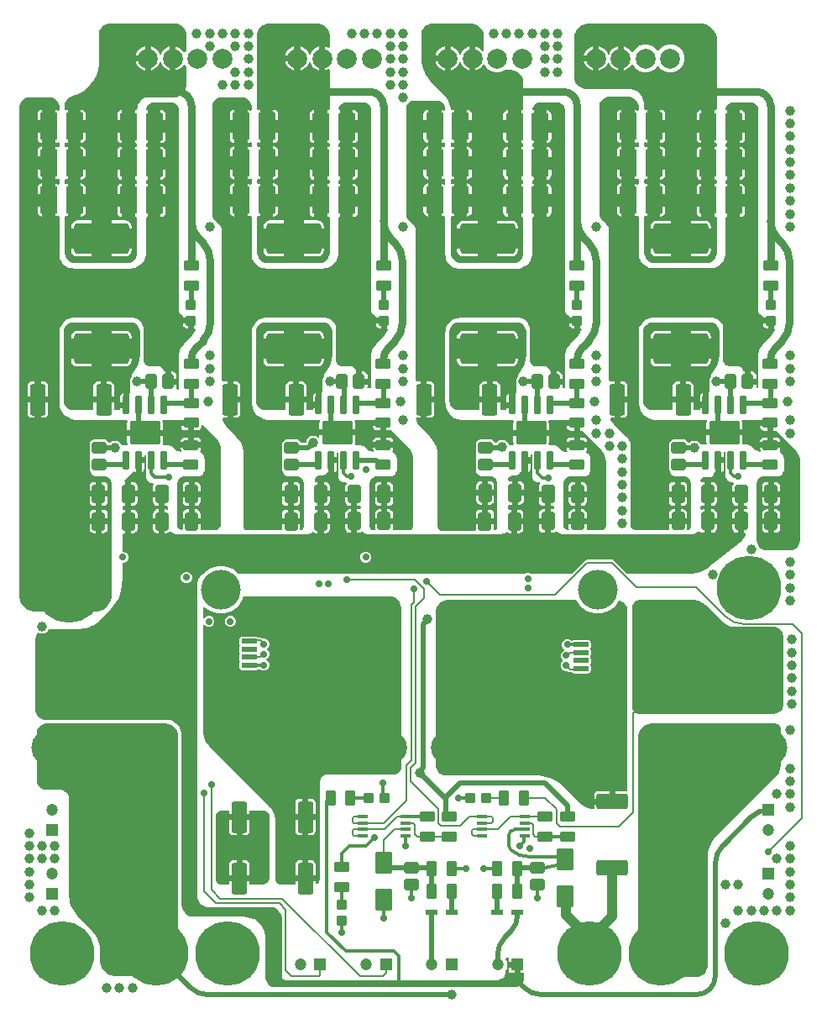
<source format=gtl>
G04*
G04 #@! TF.GenerationSoftware,Altium Limited,Altium Designer,23.3.1 (30)*
G04*
G04 Layer_Physical_Order=1*
G04 Layer_Color=16776960*
%FSLAX43Y43*%
%MOMM*%
G71*
G04*
G04 #@! TF.SameCoordinates,78DDFD1D-995E-4759-9E5F-92B015DE0EB1*
G04*
G04*
G04 #@! TF.FilePolarity,Positive*
G04*
G01*
G75*
%ADD11C,0.200*%
%ADD44C,0.500*%
%ADD45C,0.750*%
%ADD46C,0.300*%
G04:AMPARAMS|DCode=47|XSize=3.1mm|YSize=2.41mm|CornerRadius=0.301mm|HoleSize=0mm|Usage=FLASHONLY|Rotation=0.000|XOffset=0mm|YOffset=0mm|HoleType=Round|Shape=RoundedRectangle|*
%AMROUNDEDRECTD47*
21,1,3.100,1.808,0,0,0.0*
21,1,2.498,2.410,0,0,0.0*
1,1,0.603,1.249,-0.904*
1,1,0.603,-1.249,-0.904*
1,1,0.603,-1.249,0.904*
1,1,0.603,1.249,0.904*
%
%ADD47ROUNDEDRECTD47*%
G04:AMPARAMS|DCode=48|XSize=0.61mm|YSize=1.91mm|CornerRadius=0.076mm|HoleSize=0mm|Usage=FLASHONLY|Rotation=0.000|XOffset=0mm|YOffset=0mm|HoleType=Round|Shape=RoundedRectangle|*
%AMROUNDEDRECTD48*
21,1,0.610,1.758,0,0,0.0*
21,1,0.458,1.910,0,0,0.0*
1,1,0.153,0.229,-0.879*
1,1,0.153,-0.229,-0.879*
1,1,0.153,-0.229,0.879*
1,1,0.153,0.229,0.879*
%
%ADD48ROUNDEDRECTD48*%
G04:AMPARAMS|DCode=49|XSize=3.14mm|YSize=1.54mm|CornerRadius=0.193mm|HoleSize=0mm|Usage=FLASHONLY|Rotation=0.000|XOffset=0mm|YOffset=0mm|HoleType=Round|Shape=RoundedRectangle|*
%AMROUNDEDRECTD49*
21,1,3.140,1.155,0,0,0.0*
21,1,2.755,1.540,0,0,0.0*
1,1,0.385,1.378,-0.578*
1,1,0.385,-1.378,-0.578*
1,1,0.385,-1.378,0.578*
1,1,0.385,1.378,0.578*
%
%ADD49ROUNDEDRECTD49*%
G04:AMPARAMS|DCode=50|XSize=0.55mm|YSize=1.55mm|CornerRadius=0.069mm|HoleSize=0mm|Usage=FLASHONLY|Rotation=90.000|XOffset=0mm|YOffset=0mm|HoleType=Round|Shape=RoundedRectangle|*
%AMROUNDEDRECTD50*
21,1,0.550,1.413,0,0,90.0*
21,1,0.413,1.550,0,0,90.0*
1,1,0.138,0.706,0.206*
1,1,0.138,0.706,-0.206*
1,1,0.138,-0.706,-0.206*
1,1,0.138,-0.706,0.206*
%
%ADD50ROUNDEDRECTD50*%
G04:AMPARAMS|DCode=51|XSize=3.1mm|YSize=4.4mm|CornerRadius=0.388mm|HoleSize=0mm|Usage=FLASHONLY|Rotation=0.000|XOffset=0mm|YOffset=0mm|HoleType=Round|Shape=RoundedRectangle|*
%AMROUNDEDRECTD51*
21,1,3.100,3.625,0,0,0.0*
21,1,2.325,4.400,0,0,0.0*
1,1,0.775,1.163,-1.813*
1,1,0.775,-1.163,-1.813*
1,1,0.775,-1.163,1.813*
1,1,0.775,1.163,1.813*
%
%ADD51ROUNDEDRECTD51*%
G04:AMPARAMS|DCode=52|XSize=0.38mm|YSize=1.04mm|CornerRadius=0.048mm|HoleSize=0mm|Usage=FLASHONLY|Rotation=270.000|XOffset=0mm|YOffset=0mm|HoleType=Round|Shape=RoundedRectangle|*
%AMROUNDEDRECTD52*
21,1,0.380,0.945,0,0,270.0*
21,1,0.285,1.040,0,0,270.0*
1,1,0.095,-0.472,-0.142*
1,1,0.095,-0.472,0.142*
1,1,0.095,0.472,0.142*
1,1,0.095,0.472,-0.142*
%
%ADD52ROUNDEDRECTD52*%
G04:AMPARAMS|DCode=53|XSize=1mm|YSize=1.1mm|CornerRadius=0.125mm|HoleSize=0mm|Usage=FLASHONLY|Rotation=90.000|XOffset=0mm|YOffset=0mm|HoleType=Round|Shape=RoundedRectangle|*
%AMROUNDEDRECTD53*
21,1,1.000,0.850,0,0,90.0*
21,1,0.750,1.100,0,0,90.0*
1,1,0.250,0.425,0.375*
1,1,0.250,0.425,-0.375*
1,1,0.250,-0.425,-0.375*
1,1,0.250,-0.425,0.375*
%
%ADD53ROUNDEDRECTD53*%
G04:AMPARAMS|DCode=54|XSize=3.1mm|YSize=5.6mm|CornerRadius=0.388mm|HoleSize=0mm|Usage=FLASHONLY|Rotation=90.000|XOffset=0mm|YOffset=0mm|HoleType=Round|Shape=RoundedRectangle|*
%AMROUNDEDRECTD54*
21,1,3.100,4.825,0,0,90.0*
21,1,2.325,5.600,0,0,90.0*
1,1,0.775,2.413,1.163*
1,1,0.775,2.413,-1.163*
1,1,0.775,-2.413,-1.163*
1,1,0.775,-2.413,1.163*
%
%ADD54ROUNDEDRECTD54*%
G04:AMPARAMS|DCode=55|XSize=1.76mm|YSize=2.82mm|CornerRadius=0.22mm|HoleSize=0mm|Usage=FLASHONLY|Rotation=0.000|XOffset=0mm|YOffset=0mm|HoleType=Round|Shape=RoundedRectangle|*
%AMROUNDEDRECTD55*
21,1,1.760,2.380,0,0,0.0*
21,1,1.320,2.820,0,0,0.0*
1,1,0.440,0.660,-1.190*
1,1,0.440,-0.660,-1.190*
1,1,0.440,-0.660,1.190*
1,1,0.440,0.660,1.190*
%
%ADD55ROUNDEDRECTD55*%
G04:AMPARAMS|DCode=56|XSize=1.28mm|YSize=1.87mm|CornerRadius=0.16mm|HoleSize=0mm|Usage=FLASHONLY|Rotation=180.000|XOffset=0mm|YOffset=0mm|HoleType=Round|Shape=RoundedRectangle|*
%AMROUNDEDRECTD56*
21,1,1.280,1.550,0,0,180.0*
21,1,0.960,1.870,0,0,180.0*
1,1,0.320,-0.480,0.775*
1,1,0.320,0.480,0.775*
1,1,0.320,0.480,-0.775*
1,1,0.320,-0.480,-0.775*
%
%ADD56ROUNDEDRECTD56*%
G04:AMPARAMS|DCode=57|XSize=1.21mm|YSize=1.46mm|CornerRadius=0.151mm|HoleSize=0mm|Usage=FLASHONLY|Rotation=90.000|XOffset=0mm|YOffset=0mm|HoleType=Round|Shape=RoundedRectangle|*
%AMROUNDEDRECTD57*
21,1,1.210,1.158,0,0,90.0*
21,1,0.907,1.460,0,0,90.0*
1,1,0.303,0.579,0.454*
1,1,0.303,0.579,-0.454*
1,1,0.303,-0.579,-0.454*
1,1,0.303,-0.579,0.454*
%
%ADD57ROUNDEDRECTD57*%
G04:AMPARAMS|DCode=58|XSize=1.21mm|YSize=1.46mm|CornerRadius=0.151mm|HoleSize=0mm|Usage=FLASHONLY|Rotation=180.000|XOffset=0mm|YOffset=0mm|HoleType=Round|Shape=RoundedRectangle|*
%AMROUNDEDRECTD58*
21,1,1.210,1.158,0,0,180.0*
21,1,0.907,1.460,0,0,180.0*
1,1,0.303,-0.454,0.579*
1,1,0.303,0.454,0.579*
1,1,0.303,0.454,-0.579*
1,1,0.303,-0.454,-0.579*
%
%ADD58ROUNDEDRECTD58*%
G04:AMPARAMS|DCode=59|XSize=1.53mm|YSize=1.02mm|CornerRadius=0.127mm|HoleSize=0mm|Usage=FLASHONLY|Rotation=270.000|XOffset=0mm|YOffset=0mm|HoleType=Round|Shape=RoundedRectangle|*
%AMROUNDEDRECTD59*
21,1,1.530,0.765,0,0,270.0*
21,1,1.275,1.020,0,0,270.0*
1,1,0.255,-0.383,-0.638*
1,1,0.255,-0.383,0.638*
1,1,0.255,0.383,0.638*
1,1,0.255,0.383,-0.638*
%
%ADD59ROUNDEDRECTD59*%
G04:AMPARAMS|DCode=60|XSize=1.53mm|YSize=1.02mm|CornerRadius=0.127mm|HoleSize=0mm|Usage=FLASHONLY|Rotation=0.000|XOffset=0mm|YOffset=0mm|HoleType=Round|Shape=RoundedRectangle|*
%AMROUNDEDRECTD60*
21,1,1.530,0.765,0,0,0.0*
21,1,1.275,1.020,0,0,0.0*
1,1,0.255,0.638,-0.383*
1,1,0.255,-0.638,-0.383*
1,1,0.255,-0.638,0.383*
1,1,0.255,0.638,0.383*
%
%ADD60ROUNDEDRECTD60*%
G04:AMPARAMS|DCode=61|XSize=3.14mm|YSize=1.54mm|CornerRadius=0.193mm|HoleSize=0mm|Usage=FLASHONLY|Rotation=270.000|XOffset=0mm|YOffset=0mm|HoleType=Round|Shape=RoundedRectangle|*
%AMROUNDEDRECTD61*
21,1,3.140,1.155,0,0,270.0*
21,1,2.755,1.540,0,0,270.0*
1,1,0.385,-0.578,-1.378*
1,1,0.385,-0.578,1.378*
1,1,0.385,0.578,1.378*
1,1,0.385,0.578,-1.378*
%
%ADD61ROUNDEDRECTD61*%
G04:AMPARAMS|DCode=62|XSize=1mm|YSize=1.1mm|CornerRadius=0.125mm|HoleSize=0mm|Usage=FLASHONLY|Rotation=180.000|XOffset=0mm|YOffset=0mm|HoleType=Round|Shape=RoundedRectangle|*
%AMROUNDEDRECTD62*
21,1,1.000,0.850,0,0,180.0*
21,1,0.750,1.100,0,0,180.0*
1,1,0.250,-0.375,0.425*
1,1,0.250,0.375,0.425*
1,1,0.250,0.375,-0.425*
1,1,0.250,-0.375,-0.425*
%
%ADD62ROUNDEDRECTD62*%
G04:AMPARAMS|DCode=63|XSize=1.74mm|YSize=2.17mm|CornerRadius=0.217mm|HoleSize=0mm|Usage=FLASHONLY|Rotation=0.000|XOffset=0mm|YOffset=0mm|HoleType=Round|Shape=RoundedRectangle|*
%AMROUNDEDRECTD63*
21,1,1.740,1.735,0,0,0.0*
21,1,1.305,2.170,0,0,0.0*
1,1,0.435,0.653,-0.868*
1,1,0.435,-0.653,-0.868*
1,1,0.435,-0.653,0.868*
1,1,0.435,0.653,0.868*
%
%ADD63ROUNDEDRECTD63*%
G04:AMPARAMS|DCode=64|XSize=1.26mm|YSize=0.58mm|CornerRadius=0.072mm|HoleSize=0mm|Usage=FLASHONLY|Rotation=180.000|XOffset=0mm|YOffset=0mm|HoleType=Round|Shape=RoundedRectangle|*
%AMROUNDEDRECTD64*
21,1,1.260,0.435,0,0,180.0*
21,1,1.115,0.580,0,0,180.0*
1,1,0.145,-0.558,0.217*
1,1,0.145,0.558,0.217*
1,1,0.145,0.558,-0.217*
1,1,0.145,-0.558,-0.217*
%
%ADD64ROUNDEDRECTD64*%
%ADD65C,1.000*%
%ADD66C,6.500*%
%ADD67R,1.200X1.200*%
%ADD68C,1.200*%
%ADD69C,3.500*%
%ADD70C,3.200*%
%ADD71C,2.000*%
%ADD72R,1.200X1.200*%
%ADD73C,4.000*%
%ADD74C,1.000*%
%ADD75C,0.700*%
%ADD76C,0.600*%
%ADD77C,0.800*%
%ADD78C,0.900*%
G36*
X-8865Y48682D02*
X-8652Y48594D01*
X-8460Y48466D01*
X-8298Y48303D01*
X-8170Y48112D01*
X-8082Y47899D01*
X-8037Y47673D01*
Y46375D01*
X-8147Y46312D01*
X-8321Y46413D01*
X-8503Y46461D01*
Y45248D01*
Y44034D01*
X-8321Y44083D01*
X-8147Y44183D01*
X-8037Y44120D01*
X-8037Y40129D01*
X-8164Y40034D01*
X-8265Y40054D01*
X-8275D01*
Y38385D01*
Y36716D01*
X-8265D01*
X-8164Y36736D01*
X-8037Y36642D01*
Y36431D01*
X-8164Y36336D01*
X-8265Y36356D01*
X-8275D01*
Y34687D01*
Y33018D01*
X-8265D01*
X-8164Y33038D01*
X-8037Y32943D01*
Y32687D01*
X-8164Y32592D01*
X-8265Y32612D01*
X-8275D01*
Y30943D01*
Y29274D01*
X-8265D01*
X-8164Y29294D01*
X-8037Y29199D01*
Y25667D01*
X-8037Y25564D01*
X-8077Y25362D01*
X-8156Y25172D01*
X-8270Y25000D01*
X-8416Y24854D01*
X-8588Y24740D01*
X-8778Y24661D01*
X-8981Y24620D01*
X-9084Y24620D01*
X-14274D01*
X-14380Y24620D01*
X-14587Y24662D01*
X-14783Y24743D01*
X-14959Y24860D01*
X-15109Y25010D01*
X-15226Y25186D01*
X-15307Y25381D01*
X-15348Y25589D01*
X-15348Y25695D01*
Y29287D01*
X-15236Y29347D01*
X-15219Y29335D01*
X-15035Y29299D01*
X-15025D01*
Y30968D01*
Y32637D01*
X-15035D01*
X-15219Y32601D01*
X-15236Y32589D01*
X-15348Y32648D01*
Y33032D01*
X-15236Y33091D01*
X-15219Y33079D01*
X-15035Y33043D01*
X-15025D01*
Y34712D01*
Y36381D01*
X-15035D01*
X-15219Y36345D01*
X-15236Y36333D01*
X-15348Y36393D01*
X-15348Y36730D01*
X-15236Y36789D01*
X-15219Y36778D01*
X-15035Y36741D01*
X-15025D01*
Y38410D01*
Y40079D01*
X-15035D01*
X-15219Y40043D01*
X-15236Y40031D01*
X-15348Y40091D01*
X-15348Y47615D01*
Y47724D01*
X-15306Y47939D01*
X-15222Y48142D01*
X-15100Y48324D01*
X-14945Y48479D01*
X-14763Y48600D01*
X-14561Y48684D01*
X-14346Y48727D01*
X-14236Y48727D01*
X-14236Y48727D01*
X-9090D01*
X-8865Y48682D01*
D02*
G37*
G36*
X6283Y48727D02*
X6405Y48727D01*
X6645Y48679D01*
X6870Y48586D01*
X7073Y48451D01*
X7245Y48278D01*
X7381Y48075D01*
X7474Y47850D01*
X7522Y47610D01*
X7522Y47488D01*
X7522Y47488D01*
X7522Y47488D01*
X7522Y45984D01*
X7395Y45950D01*
X7357Y46015D01*
X7125Y46248D01*
X6839Y46413D01*
X6657Y46461D01*
Y45248D01*
Y44034D01*
X6839Y44083D01*
X7125Y44247D01*
X7357Y44480D01*
X7447Y44636D01*
X7594D01*
X7737Y44388D01*
X7997Y44127D01*
X8317Y43943D01*
X8673Y43848D01*
X9041D01*
X9397Y43943D01*
X9669Y44100D01*
X10200Y44100D01*
X10328Y44100D01*
X10580Y44050D01*
X10763Y43974D01*
X10817Y43943D01*
X10838Y43937D01*
X11030Y43810D01*
X11211Y43628D01*
X11353Y43415D01*
X11451Y43178D01*
X11501Y42927D01*
X11501Y42799D01*
X11501Y42799D01*
X11501Y42799D01*
X11501Y41592D01*
Y40129D01*
X11374Y40034D01*
X11273Y40054D01*
X11263D01*
Y38385D01*
Y36716D01*
X11273D01*
X11374Y36736D01*
X11501Y36642D01*
Y36431D01*
X11374Y36336D01*
X11273Y36356D01*
X11263D01*
Y34687D01*
Y33018D01*
X11273D01*
X11374Y33038D01*
X11501Y32943D01*
Y32687D01*
X11374Y32592D01*
X11273Y32612D01*
X11263D01*
Y30943D01*
Y29274D01*
X11273D01*
X11374Y29294D01*
X11501Y29199D01*
Y25667D01*
X11501Y25564D01*
X11461Y25362D01*
X11382Y25171D01*
X11268Y25000D01*
X11122Y24854D01*
X10950Y24740D01*
X10760Y24661D01*
X10557Y24620D01*
X10454Y24620D01*
X5264D01*
X5158Y24620D01*
X4951Y24662D01*
X4755Y24743D01*
X4579Y24860D01*
X4429Y25010D01*
X4312Y25186D01*
X4231Y25381D01*
X4190Y25589D01*
X4190Y25695D01*
X4190Y29287D01*
X4302Y29347D01*
X4319Y29335D01*
X4503Y29299D01*
X4513D01*
Y30968D01*
Y32637D01*
X4503D01*
X4319Y32601D01*
X4302Y32589D01*
X4190Y32648D01*
Y33032D01*
X4302Y33091D01*
X4319Y33079D01*
X4503Y33043D01*
X4513D01*
Y34712D01*
Y36381D01*
X4503D01*
X4319Y36345D01*
X4302Y36333D01*
X4190Y36393D01*
Y36730D01*
X4302Y36789D01*
X4319Y36778D01*
X4503Y36741D01*
X4513D01*
Y38410D01*
Y40079D01*
X4503D01*
X4319Y40043D01*
X4282Y40018D01*
X4168Y40073D01*
X4159Y40164D01*
X4104Y40439D01*
X4023Y40707D01*
X3915Y40966D01*
X3783Y41213D01*
X3628Y41446D01*
X3450Y41663D01*
X3353Y41764D01*
X3353Y41764D01*
X3353Y41764D01*
X2085Y43033D01*
X1871Y43293D01*
X1684Y43573D01*
X1525Y43870D01*
X1396Y44181D01*
X1299Y44503D01*
X1233Y44833D01*
X1200Y45168D01*
Y45337D01*
X1200Y45337D01*
Y47744D01*
X1242Y47955D01*
X1324Y48153D01*
X1443Y48332D01*
X1595Y48484D01*
X1774Y48603D01*
X1972Y48685D01*
X2183Y48727D01*
X2290Y48727D01*
X2290Y48727D01*
X6283Y48727D01*
D02*
G37*
G36*
X-23227Y48688D02*
X-23040Y48610D01*
X-22871Y48497D01*
X-22728Y48354D01*
X-22615Y48186D01*
X-22538Y47998D01*
X-22498Y47800D01*
Y46082D01*
X-22626Y45860D01*
X-22773D01*
X-22863Y46015D01*
X-23095Y46248D01*
X-23381Y46413D01*
X-23563Y46461D01*
Y45248D01*
Y44034D01*
X-23381Y44083D01*
X-23095Y44247D01*
X-22863Y44480D01*
X-22773Y44636D01*
X-22626D01*
X-22498Y44414D01*
Y44025D01*
X-22498Y42525D01*
X-22498Y42408D01*
X-22543Y42181D01*
X-22632Y41966D01*
X-22761Y41773D01*
X-22926Y41609D01*
X-23119Y41480D01*
X-23333Y41391D01*
X-23551Y41347D01*
X-23677Y41345D01*
X-23677Y41345D01*
X-23677Y41345D01*
X-26297D01*
X-26408Y41340D01*
X-26627Y41296D01*
X-26833Y41211D01*
X-27018Y41087D01*
X-27175Y40930D01*
X-27299Y40745D01*
X-27385Y40539D01*
X-27428Y40320D01*
X-27434Y40209D01*
Y40129D01*
X-27561Y40034D01*
X-27662Y40054D01*
X-27672D01*
Y38385D01*
Y36716D01*
X-27662D01*
X-27561Y36736D01*
X-27434Y36642D01*
X-27434Y36431D01*
X-27561Y36336D01*
X-27662Y36356D01*
X-27672D01*
Y34687D01*
Y33018D01*
X-27662D01*
X-27561Y33038D01*
X-27434Y32944D01*
Y32686D01*
X-27561Y32592D01*
X-27662Y32612D01*
X-27672D01*
Y30943D01*
Y29274D01*
X-27662D01*
X-27561Y29294D01*
X-27434Y29199D01*
Y25667D01*
X-27433Y25564D01*
X-27473Y25362D01*
X-27552Y25171D01*
X-27667Y25000D01*
X-27813Y24854D01*
X-27984Y24739D01*
X-28175Y24660D01*
X-28377Y24620D01*
X-28481Y24620D01*
X-33671D01*
X-33777Y24620D01*
X-33984Y24662D01*
X-34180Y24742D01*
X-34356Y24860D01*
X-34505Y25009D01*
X-34623Y25185D01*
X-34704Y25381D01*
X-34745Y25588D01*
X-34745Y25694D01*
Y29287D01*
X-34633Y29347D01*
X-34616Y29335D01*
X-34432Y29299D01*
X-34422D01*
Y30968D01*
Y32637D01*
X-34432D01*
X-34616Y32601D01*
X-34633Y32589D01*
X-34745Y32649D01*
Y33031D01*
X-34633Y33091D01*
X-34616Y33079D01*
X-34432Y33043D01*
X-34422D01*
Y34712D01*
Y36381D01*
X-34432D01*
X-34616Y36345D01*
X-34633Y36333D01*
X-34745Y36393D01*
Y36730D01*
X-34633Y36789D01*
X-34616Y36778D01*
X-34432Y36741D01*
X-34422D01*
Y38410D01*
Y40079D01*
X-34432D01*
X-34616Y40043D01*
X-34633Y40031D01*
X-34745Y40091D01*
Y40533D01*
X-34720Y40695D01*
X-34670Y40850D01*
X-34597Y40996D01*
X-34502Y41128D01*
X-34388Y41245D01*
X-34257Y41342D01*
X-34113Y41418D01*
X-34036Y41445D01*
X-34036Y41445D01*
X-33660Y41574D01*
X-33407Y41671D01*
X-32929Y41924D01*
X-32495Y42247D01*
X-32117Y42633D01*
X-31802Y43073D01*
X-31559Y43557D01*
X-31394Y44072D01*
X-31311Y44606D01*
X-31300Y44877D01*
X-31300Y44877D01*
Y47801D01*
X-31261Y48000D01*
X-31183Y48187D01*
X-31071Y48355D01*
X-30928Y48498D01*
X-30759Y48610D01*
X-30573Y48688D01*
X-30374Y48727D01*
X-30273D01*
X-30273Y48727D01*
X-23426D01*
X-23227Y48688D01*
D02*
G37*
G36*
X29453Y48727D02*
X29604D01*
X29902Y48668D01*
X30182Y48552D01*
X30435Y48383D01*
X30649Y48169D01*
X30818Y47916D01*
X30934Y47636D01*
X30993Y47338D01*
X30993Y47187D01*
X30993Y47187D01*
X30993Y47187D01*
Y43500D01*
Y40129D01*
X30866Y40034D01*
X30765Y40054D01*
X30755D01*
Y38385D01*
Y36716D01*
X30765D01*
X30866Y36736D01*
X30993Y36642D01*
Y36431D01*
X30866Y36336D01*
X30765Y36356D01*
X30755D01*
Y34687D01*
Y33018D01*
X30765D01*
X30866Y33038D01*
X30993Y32943D01*
Y32687D01*
X30866Y32592D01*
X30765Y32612D01*
X30755D01*
Y30943D01*
Y29274D01*
X30765D01*
X30866Y29294D01*
X30993Y29199D01*
Y25667D01*
X30993Y25564D01*
X30953Y25362D01*
X30874Y25171D01*
X30760Y25000D01*
X30614Y24854D01*
X30442Y24740D01*
X30252Y24661D01*
X30049Y24620D01*
X29946Y24620D01*
X24756D01*
X24650Y24620D01*
X24442Y24662D01*
X24247Y24743D01*
X24071Y24860D01*
X23921Y25010D01*
X23804Y25186D01*
X23723Y25381D01*
X23681Y25589D01*
X23681Y25695D01*
X23681Y29287D01*
X23793Y29347D01*
X23811Y29335D01*
X23995Y29299D01*
X24005D01*
Y30968D01*
Y32637D01*
X23995D01*
X23811Y32601D01*
X23793Y32589D01*
X23681Y32648D01*
Y33032D01*
X23793Y33091D01*
X23811Y33079D01*
X23995Y33043D01*
X24005D01*
Y34712D01*
Y36381D01*
X23995D01*
X23811Y36345D01*
X23793Y36333D01*
X23681Y36393D01*
Y36730D01*
X23793Y36790D01*
X23811Y36778D01*
X23995Y36741D01*
X24005D01*
Y38410D01*
Y40079D01*
X23995D01*
X23811Y40043D01*
X23793Y40031D01*
X23681Y40091D01*
Y40659D01*
X23674Y40803D01*
X23618Y41085D01*
X23508Y41351D01*
X23348Y41590D01*
X23145Y41794D01*
X22905Y41954D01*
X22639Y42064D01*
X22357Y42120D01*
X22213Y42127D01*
X22213Y42127D01*
X22213Y42127D01*
X18031D01*
X17890Y42127D01*
X17613Y42182D01*
X17353Y42290D01*
X17119Y42446D01*
X16919Y42646D01*
X16763Y42880D01*
X16655Y43140D01*
X16600Y43417D01*
X16600Y43558D01*
X16600Y43558D01*
Y47253D01*
Y47398D01*
X16657Y47683D01*
X16768Y47951D01*
X16929Y48193D01*
X17134Y48398D01*
X17376Y48559D01*
X17644Y48670D01*
X17929Y48727D01*
X18074D01*
X18074Y48727D01*
X29453Y48727D01*
D02*
G37*
G36*
X20136Y41365D02*
X22229Y41365D01*
X22422Y41327D01*
X22603Y41252D01*
X22766Y41143D01*
X22905Y41005D01*
X23014Y40841D01*
X23089Y40660D01*
X23127Y40468D01*
Y40050D01*
X23000Y39982D01*
X22908Y40043D01*
X22725Y40079D01*
X22715D01*
Y38410D01*
Y36741D01*
X22725D01*
X22908Y36778D01*
X23000Y36839D01*
X23127Y36771D01*
Y36351D01*
X23000Y36284D01*
X22908Y36345D01*
X22725Y36381D01*
X22715D01*
Y34712D01*
Y33043D01*
X22725D01*
X22908Y33079D01*
X23000Y33141D01*
X23127Y33073D01*
Y32607D01*
X23000Y32539D01*
X22908Y32601D01*
X22725Y32637D01*
X22715D01*
Y30968D01*
Y29299D01*
X22725D01*
X22908Y29335D01*
X23000Y29396D01*
X23127Y29329D01*
Y25536D01*
X23134Y25396D01*
X23189Y25120D01*
X23296Y24860D01*
X23452Y24626D01*
X23651Y24427D01*
X23885Y24271D01*
X24145Y24164D01*
X24420Y24109D01*
X24561Y24102D01*
X30365D01*
X30513Y24109D01*
X30804Y24167D01*
X31078Y24280D01*
X31324Y24445D01*
X31534Y24655D01*
X31699Y24901D01*
X31812Y25175D01*
X31870Y25466D01*
X31877Y25614D01*
X31877Y29205D01*
X31975Y29285D01*
X32035Y29274D01*
X32045D01*
Y30943D01*
Y32612D01*
X32035D01*
X31975Y32600D01*
X31877Y32681D01*
X31877Y32949D01*
X31975Y33030D01*
X32035Y33018D01*
X32045D01*
Y34687D01*
Y36356D01*
X32035D01*
X31975Y36344D01*
X31877Y36425D01*
Y36647D01*
X31975Y36728D01*
X32035Y36716D01*
X32045D01*
Y38385D01*
Y40054D01*
X32035D01*
X32002Y40048D01*
X31894Y40156D01*
X31909Y40235D01*
X31974Y40391D01*
X32067Y40531D01*
X32187Y40650D01*
X32327Y40743D01*
X32482Y40808D01*
X32647Y40840D01*
X32732Y40840D01*
X34406Y40840D01*
X34406Y40840D01*
X34406Y40840D01*
X34407D01*
X34526Y40832D01*
X34630Y40811D01*
X34770Y40753D01*
X34895Y40669D01*
X35002Y40563D01*
X35086Y40437D01*
X35144Y40298D01*
X35173Y40149D01*
X35173Y40074D01*
X35173Y19838D01*
X35182Y19747D01*
X35252Y19578D01*
X35381Y19449D01*
X35550Y19379D01*
X35558Y19378D01*
X35656Y19258D01*
X35658Y19243D01*
X35649Y19201D01*
Y19126D01*
X36457D01*
Y18826D01*
X36757D01*
Y18069D01*
X36780D01*
X36860Y17971D01*
X36837Y17854D01*
X36729Y17593D01*
X36572Y17358D01*
X36472Y17258D01*
X35696Y16482D01*
X35696Y16482D01*
X35578Y16352D01*
X35384Y16061D01*
X35250Y15737D01*
X35181Y15394D01*
X35173Y15219D01*
Y14121D01*
Y12028D01*
X35043D01*
X34972Y12114D01*
Y12393D01*
X34109D01*
Y12693D01*
X33809D01*
Y13681D01*
X33789D01*
X33676Y13721D01*
X33669Y13786D01*
X33666Y13826D01*
X33660Y13838D01*
Y13838D01*
X33660Y13839D01*
X33585Y14019D01*
X33437Y14167D01*
X33244Y14247D01*
X33139Y14258D01*
X32290Y14258D01*
X32225Y14258D01*
X32097Y14283D01*
X31978Y14333D01*
X31870Y14405D01*
X31778Y14496D01*
X31706Y14604D01*
X31656Y14724D01*
X31631Y14851D01*
X31631Y14916D01*
Y18005D01*
X31631Y18005D01*
X31631Y18005D01*
X31631Y18008D01*
X31626Y18114D01*
X31624Y18124D01*
X31583Y18329D01*
X31500Y18531D01*
X31378Y18712D01*
X31224Y18867D01*
X31042Y18988D01*
X30840Y19072D01*
X30625Y19115D01*
X30516Y19120D01*
X24601Y19120D01*
X24601Y19120D01*
X24456Y19113D01*
X24173Y19056D01*
X23906Y18946D01*
X23666Y18785D01*
X23461Y18581D01*
X23301Y18341D01*
X23190Y18074D01*
X23134Y17791D01*
X23127Y17646D01*
X23127Y10570D01*
X23135Y10400D01*
X23202Y10066D01*
X23332Y9751D01*
X23521Y9468D01*
X23762Y9227D01*
X24045Y9038D01*
X24360Y8908D01*
X24694Y8841D01*
X24864Y8833D01*
X29981D01*
X30041Y8721D01*
X30004Y8666D01*
X29961Y8451D01*
Y7847D01*
X33582D01*
Y8451D01*
X33540Y8666D01*
X33503Y8721D01*
X33563Y8833D01*
X35373D01*
Y8809D01*
X36396D01*
Y8509D01*
X36696D01*
Y7741D01*
X36984D01*
X38897Y5828D01*
X38897Y5827D01*
X38897Y5827D01*
X39011Y5714D01*
X39191Y5445D01*
X39314Y5148D01*
X39377Y4831D01*
X39377Y4670D01*
X39377Y-3320D01*
X39377Y-3422D01*
X39337Y-3623D01*
X39258Y-3812D01*
X39145Y-3983D01*
X39000Y-4127D01*
X38830Y-4241D01*
X38640Y-4320D01*
X38439Y-4360D01*
X36117D01*
X36117Y-4360D01*
X36011Y-4360D01*
X35803Y-4318D01*
X35607Y-4237D01*
X35431Y-4120D01*
X35281Y-3970D01*
X35163Y-3793D01*
X35082Y-3598D01*
X35041Y-3390D01*
X35041Y-3284D01*
Y2410D01*
X35041Y2482D01*
X35068Y2624D01*
X35123Y2757D01*
X35203Y2876D01*
X35305Y2978D01*
X35425Y3058D01*
X35558Y3113D01*
X35699Y3141D01*
X35771Y3140D01*
X37171Y3140D01*
X37288Y3152D01*
X37504Y3241D01*
X37670Y3407D01*
X37759Y3623D01*
X37771Y3740D01*
Y4918D01*
X37771Y4918D01*
X37771Y4918D01*
X37771Y4918D01*
X37768Y4985D01*
X37758Y5037D01*
X37742Y5118D01*
X37690Y5243D01*
X37615Y5355D01*
X37519Y5451D01*
X37407Y5526D01*
X37382Y5536D01*
X37374Y5546D01*
X37343Y5690D01*
X37389Y5758D01*
X37418Y5905D01*
Y5988D01*
X35373D01*
Y5905D01*
X35403Y5758D01*
X35419Y5734D01*
X35409Y5695D01*
X35346Y5615D01*
X35175Y5649D01*
X34976Y5731D01*
X34797Y5851D01*
X34721Y5927D01*
X34521Y6126D01*
X34521Y6126D01*
X34475Y6169D01*
X34424Y6203D01*
X34371Y6238D01*
X34256Y6286D01*
X34133Y6310D01*
X34071Y6313D01*
X33597D01*
X33547Y6406D01*
X33542Y6440D01*
X33582Y6643D01*
Y7247D01*
X29961D01*
Y6643D01*
X30001Y6440D01*
X29996Y6406D01*
X29946Y6313D01*
X29396D01*
X29319Y6446D01*
X29187Y6579D01*
X29025Y6672D01*
X28844Y6720D01*
X28657D01*
X28477Y6672D01*
X28315Y6579D01*
X28238Y6502D01*
X28106Y6521D01*
X28090Y6601D01*
X28010Y6720D01*
X27890Y6800D01*
X27749Y6828D01*
X26592D01*
X26451Y6800D01*
X26332Y6720D01*
X26252Y6601D01*
X26224Y6460D01*
Y5552D01*
X26242Y5460D01*
Y4862D01*
X26224Y4770D01*
Y3862D01*
X26242Y3770D01*
Y3769D01*
X26254Y3646D01*
X26348Y3420D01*
X26521Y3246D01*
X26748Y3152D01*
X26871Y3140D01*
X27671D01*
X27671Y3140D01*
X27671Y3140D01*
X27671D01*
X27791Y3130D01*
X27875Y3114D01*
X28003Y3061D01*
X28117Y2985D01*
X28215Y2887D01*
X28292Y2772D01*
X28344Y2645D01*
X28371Y2509D01*
X28371Y2440D01*
X28371Y-1896D01*
X28371Y-1896D01*
X28371Y-1982D01*
X28305Y-2140D01*
X28185Y-2261D01*
X28099Y-2296D01*
X27992Y-2208D01*
X27989Y-2199D01*
X27997Y-2161D01*
Y-1686D01*
X27099D01*
X26201D01*
Y-2161D01*
X26208Y-2199D01*
X26104Y-2326D01*
X22884Y-2326D01*
X22774Y-2326D01*
X22570Y-2242D01*
X22414Y-2086D01*
X22330Y-1882D01*
X22330Y-1772D01*
Y6101D01*
X22330D01*
X22330Y6101D01*
X22323Y6238D01*
X22270Y6505D01*
X22166Y6757D01*
X22014Y6984D01*
X21923Y7085D01*
X20615Y8392D01*
X20500Y8507D01*
X20318Y8779D01*
X20257Y8928D01*
X20348Y9039D01*
X20382Y9032D01*
X20660D01*
Y10861D01*
Y12690D01*
X20382D01*
X20257Y12665D01*
X20130Y12743D01*
Y12973D01*
X20130Y27846D01*
X20130Y27846D01*
X20130Y27846D01*
X20130Y27848D01*
X20125Y27949D01*
X20122Y27963D01*
X20085Y28151D01*
X20006Y28342D01*
X19891Y28514D01*
X19821Y28590D01*
X19511Y28901D01*
X19424Y28991D01*
X19302Y29173D01*
X19214Y29385D01*
X19170Y29610D01*
X19170Y29725D01*
Y40399D01*
X19170Y40494D01*
X19207Y40681D01*
X19280Y40857D01*
X19385Y41015D01*
X19520Y41150D01*
X19678Y41255D01*
X19854Y41328D01*
X20041Y41365D01*
X20136Y41365D01*
D02*
G37*
G36*
X2824Y41005D02*
X2904Y41005D01*
X3061Y40973D01*
X3208Y40912D01*
X3341Y40824D01*
X3454Y40711D01*
X3543Y40578D01*
X3604Y40430D01*
X3635Y40274D01*
X3635Y40194D01*
Y40050D01*
X3508Y39982D01*
X3416Y40043D01*
X3233Y40079D01*
X3223D01*
Y38410D01*
Y36741D01*
X3233D01*
X3416Y36778D01*
X3508Y36839D01*
X3635Y36771D01*
X3635Y36351D01*
X3508Y36284D01*
X3416Y36345D01*
X3233Y36381D01*
X3223D01*
Y34712D01*
Y33043D01*
X3233D01*
X3416Y33079D01*
X3508Y33141D01*
X3635Y33073D01*
Y32607D01*
X3508Y32539D01*
X3416Y32601D01*
X3233Y32637D01*
X3223D01*
Y30968D01*
Y29299D01*
X3233D01*
X3416Y29335D01*
X3508Y29396D01*
X3635Y29329D01*
X3635Y25511D01*
X3642Y25371D01*
X3697Y25095D01*
X3804Y24835D01*
X3960Y24601D01*
X4159Y24402D01*
X4393Y24246D01*
X4653Y24139D01*
X4929Y24084D01*
X5069Y24077D01*
X10873D01*
X10873Y24077D01*
X10873Y24077D01*
X11021Y24084D01*
X11312Y24142D01*
X11586Y24255D01*
X11832Y24420D01*
X12042Y24630D01*
X12207Y24876D01*
X12320Y25150D01*
X12378Y25441D01*
X12385Y25589D01*
X12385Y29205D01*
X12483Y29285D01*
X12543Y29274D01*
X12553D01*
Y30943D01*
Y32612D01*
X12543D01*
X12483Y32600D01*
X12385Y32681D01*
X12385Y32949D01*
X12483Y33030D01*
X12543Y33018D01*
X12553D01*
Y34687D01*
Y36356D01*
X12543D01*
X12483Y36344D01*
X12385Y36425D01*
Y36647D01*
X12483Y36728D01*
X12543Y36716D01*
X12553D01*
Y38385D01*
Y40054D01*
X12543D01*
X12515Y40049D01*
X12407Y40157D01*
X12418Y40210D01*
X12482Y40366D01*
X12576Y40506D01*
X12695Y40625D01*
X12835Y40718D01*
X12990Y40783D01*
X13156Y40815D01*
X13240Y40815D01*
X14915Y40815D01*
X14915Y40815D01*
X14915Y40815D01*
X14915D01*
X15034Y40807D01*
X15138Y40786D01*
X15278Y40728D01*
X15403Y40644D01*
X15510Y40538D01*
X15594Y40412D01*
X15652Y40273D01*
X15681Y40124D01*
X15681Y40049D01*
X15681Y19813D01*
X15690Y19722D01*
X15760Y19553D01*
X15889Y19424D01*
X16058Y19354D01*
X16127Y19220D01*
X16124Y19201D01*
Y19126D01*
X16931D01*
Y18826D01*
X17231D01*
Y18069D01*
X17263D01*
X17369Y17947D01*
X17345Y17829D01*
X17237Y17568D01*
X17080Y17333D01*
X16980Y17233D01*
X16204Y16457D01*
X16204Y16457D01*
X16087Y16327D01*
X15892Y16036D01*
X15758Y15712D01*
X15690Y15369D01*
X15681Y15194D01*
Y14096D01*
Y12003D01*
X15508D01*
X15427Y12101D01*
X15430Y12114D01*
Y12392D01*
X14567D01*
Y12692D01*
X14267D01*
Y13685D01*
X14184Y13696D01*
X14178Y13759D01*
X14174Y13801D01*
X14169Y13813D01*
X14169Y13813D01*
X14168Y13814D01*
X14094Y13994D01*
X13946Y14142D01*
X13752Y14222D01*
X13647Y14233D01*
X12798Y14233D01*
X12733Y14233D01*
X12606Y14258D01*
X12486Y14308D01*
X12378Y14380D01*
X12286Y14471D01*
X12214Y14579D01*
X12165Y14699D01*
X12139Y14826D01*
X12139Y14891D01*
Y17980D01*
X12139Y17980D01*
X12139Y17980D01*
X12139Y17982D01*
X12134Y18089D01*
X12132Y18099D01*
X12091Y18304D01*
X12008Y18506D01*
X11886Y18687D01*
X11732Y18842D01*
X11550Y18963D01*
X11348Y19047D01*
X11133Y19090D01*
X11024Y19095D01*
X5109Y19095D01*
X5109Y19095D01*
X4964Y19088D01*
X4681Y19031D01*
X4414Y18921D01*
X4174Y18760D01*
X3970Y18556D01*
X3809Y18316D01*
X3698Y18049D01*
X3642Y17766D01*
X3635Y17621D01*
X3635Y10545D01*
X3643Y10375D01*
X3710Y10041D01*
X3840Y9726D01*
X4029Y9443D01*
X4270Y9202D01*
X4553Y9013D01*
X4868Y8883D01*
X5202Y8816D01*
X5372Y8808D01*
X10490D01*
X10550Y8696D01*
X10509Y8636D01*
X10466Y8421D01*
Y7817D01*
X14088D01*
Y8421D01*
X14045Y8636D01*
X14005Y8696D01*
X14065Y8808D01*
X15881D01*
Y8808D01*
X16904D01*
Y8508D01*
X17204D01*
Y7740D01*
X17458D01*
X19200Y5998D01*
X19200Y5998D01*
X19200Y5998D01*
X19363Y5835D01*
X19619Y5452D01*
X19795Y5027D01*
X19885Y4575D01*
X19885Y4345D01*
X19885Y-1751D01*
X19885Y-1751D01*
Y-1861D01*
X19801Y-2065D01*
X19645Y-2221D01*
X19441Y-2305D01*
X17951D01*
X17871Y-2207D01*
X17880Y-2161D01*
Y-1686D01*
X16982D01*
X16084D01*
Y-2161D01*
X16093Y-2207D01*
X16012Y-2305D01*
X15954D01*
X15768Y-2228D01*
X15626Y-2086D01*
X15549Y-1900D01*
Y-1799D01*
Y2385D01*
X15549Y2457D01*
X15576Y2599D01*
X15631Y2732D01*
X15711Y2851D01*
X15813Y2953D01*
X15933Y3033D01*
X16066Y3088D01*
X16207Y3116D01*
X16279Y3115D01*
X17679Y3115D01*
X17796Y3127D01*
X18012Y3217D01*
X18178Y3382D01*
X18267Y3598D01*
X18279Y3715D01*
Y4893D01*
X18279Y4893D01*
X18279Y4893D01*
X18279Y4893D01*
X18276Y4960D01*
X18266Y5012D01*
X18250Y5093D01*
X18198Y5218D01*
X18123Y5330D01*
X18028Y5426D01*
X17915Y5501D01*
X17871Y5519D01*
X17857Y5548D01*
X17838Y5670D01*
X17897Y5758D01*
X17926Y5905D01*
Y5988D01*
X15881D01*
Y5905D01*
X15911Y5758D01*
X15944Y5709D01*
X15909Y5620D01*
X15873Y5586D01*
X15683Y5624D01*
X15484Y5706D01*
X15305Y5826D01*
X15229Y5902D01*
X15029Y6101D01*
X15029Y6101D01*
X15029Y6101D01*
X15029Y6101D01*
X14983Y6144D01*
X14937Y6175D01*
X14880Y6213D01*
X14764Y6261D01*
X14641Y6285D01*
X14579Y6288D01*
X14104D01*
X14072Y6348D01*
X14049Y6415D01*
X14088Y6613D01*
Y7217D01*
X10466D01*
Y6613D01*
X10506Y6415D01*
X10482Y6348D01*
X10450Y6288D01*
X10051D01*
X10030Y6367D01*
X9936Y6529D01*
X9804Y6661D01*
X9642Y6755D01*
X9461Y6803D01*
X9275D01*
X9094Y6755D01*
X8932Y6661D01*
X8800Y6529D01*
X8794Y6518D01*
X8614D01*
X8598Y6600D01*
X8518Y6720D01*
X8399Y6799D01*
X8258Y6827D01*
X7100D01*
X6959Y6799D01*
X6840Y6720D01*
X6760Y6600D01*
X6732Y6459D01*
Y5552D01*
X6750Y5459D01*
Y4862D01*
X6732Y4769D01*
Y3862D01*
X6750Y3769D01*
Y3744D01*
X6762Y3621D01*
X6856Y3395D01*
X7029Y3221D01*
X7256Y3127D01*
X7379Y3115D01*
X8179D01*
X8179Y3115D01*
Y3115D01*
X8179D01*
X8301Y3105D01*
X8383Y3089D01*
X8511Y3036D01*
X8626Y2960D01*
X8723Y2862D01*
X8800Y2747D01*
X8852Y2620D01*
X8879Y2484D01*
X8879Y2415D01*
X8879Y-1892D01*
X8879Y-1892D01*
X8879Y-1985D01*
X8808Y-2156D01*
X8677Y-2288D01*
X8608Y-2316D01*
X8497Y-2225D01*
X8505Y-2186D01*
Y-1711D01*
X7607D01*
X6709D01*
Y-2186D01*
X6718Y-2232D01*
X6614Y-2359D01*
X3320Y-2359D01*
X3224Y-2359D01*
X3047Y-2285D01*
X2911Y-2150D01*
X2838Y-1972D01*
Y-1876D01*
Y5340D01*
X2838Y5340D01*
X2838Y5340D01*
X2826Y5591D01*
X2728Y6082D01*
X2537Y6545D01*
X2258Y6961D01*
X2090Y7146D01*
X1134Y8103D01*
X1134Y8103D01*
X1016Y8221D01*
X831Y8498D01*
X703Y8806D01*
X673Y8954D01*
X783Y9053D01*
X890Y9032D01*
X1168D01*
Y10860D01*
X1468D01*
D01*
X1168D01*
Y12689D01*
X890D01*
X765Y12664D01*
X638Y12743D01*
Y12948D01*
X638Y27821D01*
X638Y27821D01*
X638Y27821D01*
X638Y27821D01*
X633Y27924D01*
X630Y27938D01*
X593Y28126D01*
X514Y28317D01*
X399Y28489D01*
X329Y28565D01*
X19Y28876D01*
X19Y28876D01*
X-62Y28957D01*
X-190Y29148D01*
X-277Y29360D01*
X-322Y29585D01*
X-322Y29700D01*
Y40287D01*
Y40358D01*
X-295Y40496D01*
X-241Y40627D01*
X-162Y40744D01*
X-62Y40844D01*
X55Y40923D01*
X186Y40977D01*
X324Y41005D01*
X2824D01*
Y41005D01*
D02*
G37*
G36*
X-18894Y41345D02*
X-16800Y41345D01*
X-16608Y41307D01*
X-16427Y41232D01*
X-16264Y41123D01*
X-16125Y40984D01*
X-16016Y40821D01*
X-15941Y40640D01*
X-15903Y40448D01*
Y40050D01*
X-16030Y39982D01*
X-16122Y40043D01*
X-16305Y40079D01*
X-16315D01*
Y38410D01*
Y36741D01*
X-16305D01*
X-16122Y36778D01*
X-16030Y36839D01*
X-15903Y36771D01*
Y36351D01*
X-16030Y36284D01*
X-16122Y36345D01*
X-16305Y36381D01*
X-16315D01*
Y34712D01*
Y33043D01*
X-16305D01*
X-16122Y33079D01*
X-16030Y33141D01*
X-15903Y33073D01*
Y32607D01*
X-16030Y32539D01*
X-16122Y32601D01*
X-16305Y32637D01*
X-16315D01*
Y30968D01*
Y29299D01*
X-16305D01*
X-16122Y29335D01*
X-16030Y29396D01*
X-15903Y29329D01*
Y25516D01*
X-15896Y25376D01*
X-15841Y25100D01*
X-15734Y24840D01*
X-15578Y24606D01*
X-15379Y24407D01*
X-15145Y24251D01*
X-14885Y24144D01*
X-14609Y24089D01*
X-14469Y24082D01*
X-8665D01*
X-8665Y24082D01*
X-8665Y24082D01*
X-8517Y24089D01*
X-8226Y24147D01*
X-7952Y24260D01*
X-7706Y24425D01*
X-7496Y24635D01*
X-7331Y24881D01*
X-7218Y25155D01*
X-7160Y25446D01*
X-7153Y25594D01*
X-7153Y29205D01*
X-7055Y29285D01*
X-6995Y29274D01*
X-6985D01*
Y30943D01*
Y32612D01*
X-6995D01*
X-7055Y32600D01*
X-7153Y32681D01*
X-7153Y32949D01*
X-7055Y33030D01*
X-6995Y33018D01*
X-6985D01*
Y34687D01*
Y36356D01*
X-6995D01*
X-7055Y36344D01*
X-7153Y36425D01*
Y36647D01*
X-7055Y36728D01*
X-6995Y36716D01*
X-6985D01*
Y38385D01*
Y40054D01*
X-6995D01*
X-7024Y40049D01*
X-7132Y40157D01*
X-7120Y40215D01*
X-7056Y40371D01*
X-6962Y40511D01*
X-6843Y40630D01*
X-6703Y40723D01*
X-6548Y40788D01*
X-6382Y40820D01*
X-6298Y40820D01*
X-4623Y40820D01*
X-4623Y40820D01*
X-4623Y40820D01*
X-4623D01*
X-4505Y40812D01*
X-4400Y40791D01*
X-4260Y40733D01*
X-4135Y40649D01*
X-4028Y40543D01*
X-3944Y40417D01*
X-3886Y40278D01*
X-3857Y40129D01*
X-3857Y40054D01*
X-3857Y19818D01*
X-3848Y19727D01*
X-3778Y19558D01*
X-3649Y19429D01*
X-3480Y19359D01*
X-3379Y19234D01*
X-3378Y19223D01*
X-3383Y19201D01*
Y19126D01*
X-2575D01*
Y18826D01*
X-2275D01*
Y18068D01*
X-2171Y17942D01*
X-2193Y17834D01*
X-2301Y17573D01*
X-2458Y17338D01*
X-2558Y17238D01*
X-3334Y16462D01*
X-3334Y16462D01*
X-3451Y16332D01*
X-3646Y16041D01*
X-3780Y15717D01*
X-3848Y15374D01*
X-3857Y15199D01*
Y14101D01*
Y11978D01*
X-4157D01*
X-4237Y12076D01*
X-4230Y12114D01*
Y12392D01*
X-5093D01*
Y12692D01*
X-5393D01*
Y13875D01*
X-5444Y13999D01*
X-5593Y14147D01*
X-5786Y14227D01*
X-5891Y14238D01*
X-6740Y14238D01*
X-6805Y14238D01*
X-6932Y14263D01*
X-7052Y14313D01*
X-7160Y14385D01*
X-7252Y14476D01*
X-7324Y14584D01*
X-7373Y14704D01*
X-7399Y14831D01*
X-7399Y14896D01*
Y17985D01*
X-7399Y17985D01*
X-7399Y17985D01*
X-7399Y17986D01*
X-7404Y18094D01*
X-7406Y18103D01*
X-7447Y18309D01*
X-7530Y18511D01*
X-7652Y18692D01*
X-7806Y18847D01*
X-7988Y18968D01*
X-8190Y19052D01*
X-8405Y19095D01*
X-8514Y19100D01*
X-14429Y19100D01*
X-14429Y19100D01*
X-14574Y19093D01*
X-14857Y19036D01*
X-15124Y18926D01*
X-15364Y18765D01*
X-15568Y18561D01*
X-15729Y18321D01*
X-15840Y18054D01*
X-15896Y17771D01*
X-15903Y17626D01*
X-15903Y10550D01*
X-15895Y10380D01*
X-15828Y10046D01*
X-15698Y9731D01*
X-15509Y9448D01*
X-15268Y9207D01*
X-14985Y9018D01*
X-14670Y8888D01*
X-14336Y8821D01*
X-14166Y8813D01*
X-9056D01*
X-8996Y8701D01*
X-9021Y8664D01*
X-9064Y8449D01*
Y7845D01*
X-5442D01*
Y8449D01*
X-5485Y8664D01*
X-5510Y8701D01*
X-5450Y8813D01*
X-3657D01*
Y8813D01*
X-2634D01*
Y8513D01*
X-2334D01*
Y7745D01*
X-1997D01*
X-1849Y7775D01*
X-1820Y7794D01*
X-176Y6151D01*
X-176Y6151D01*
X-52Y6027D01*
X144Y5734D01*
X279Y5409D01*
X347Y5063D01*
X347Y4887D01*
X347Y-1829D01*
X347Y-1829D01*
Y-1928D01*
X271Y-2111D01*
X132Y-2250D01*
X-51Y-2326D01*
X-1562D01*
X-1666Y-2199D01*
X-1658Y-2161D01*
Y-1686D01*
X-2556D01*
X-3454D01*
Y-2161D01*
X-3447Y-2199D01*
X-3466Y-2245D01*
X-3551Y-2326D01*
X-3596D01*
X-3777Y-2252D01*
X-3914Y-2114D01*
X-3989Y-1934D01*
Y-1836D01*
Y2390D01*
X-3989Y2390D01*
X-3980Y2509D01*
X-3962Y2604D01*
X-3907Y2737D01*
X-3827Y2856D01*
X-3725Y2958D01*
X-3605Y3038D01*
X-3472Y3093D01*
X-3331Y3121D01*
X-3259Y3120D01*
X-1859Y3120D01*
X-1742Y3132D01*
X-1526Y3221D01*
X-1360Y3387D01*
X-1271Y3603D01*
X-1259Y3720D01*
Y4898D01*
X-1259Y4898D01*
X-1259Y4898D01*
X-1259Y4898D01*
X-1262Y4965D01*
X-1272Y5015D01*
X-1288Y5098D01*
X-1340Y5223D01*
X-1415Y5335D01*
X-1510Y5431D01*
X-1623Y5506D01*
X-1662Y5522D01*
X-1676Y5547D01*
X-1697Y5674D01*
X-1641Y5758D01*
X-1612Y5905D01*
Y5988D01*
X-3657D01*
Y5905D01*
X-3627Y5758D01*
X-3598Y5714D01*
X-3627Y5634D01*
X-3669Y5592D01*
X-3855Y5629D01*
X-4054Y5711D01*
X-4233Y5831D01*
X-4309Y5907D01*
X-4509Y6106D01*
X-4509Y6106D01*
X-4555Y6149D01*
X-4658Y6218D01*
X-4774Y6266D01*
X-4897Y6290D01*
X-4959Y6293D01*
X-5439D01*
X-5499Y6405D01*
X-5485Y6426D01*
X-5442Y6641D01*
Y7245D01*
X-9064D01*
Y7085D01*
X-9191Y7032D01*
X-9241Y7083D01*
X-9403Y7176D01*
X-9584Y7225D01*
X-9771D01*
X-9951Y7176D01*
X-10113Y7083D01*
X-10245Y6951D01*
X-10339Y6789D01*
X-10387Y6608D01*
Y6507D01*
X-10414Y6479D01*
X-10915D01*
X-10940Y6605D01*
X-11020Y6725D01*
X-11139Y6804D01*
X-11280Y6832D01*
X-12438D01*
X-12579Y6804D01*
X-12698Y6725D01*
X-12778Y6605D01*
X-12806Y6464D01*
Y5557D01*
X-12788Y5464D01*
Y4867D01*
X-12806Y4774D01*
Y3867D01*
X-12788Y3774D01*
Y3749D01*
X-12788Y3749D01*
X-12776Y3626D01*
X-12682Y3400D01*
X-12509Y3226D01*
X-12282Y3132D01*
X-12159Y3120D01*
X-11359D01*
X-11359Y3120D01*
X-11359Y3120D01*
X-11359D01*
X-11241Y3111D01*
X-11155Y3094D01*
X-11027Y3041D01*
X-10912Y2965D01*
X-10815Y2867D01*
X-10738Y2752D01*
X-10686Y2625D01*
X-10659Y2489D01*
X-10659Y2420D01*
X-10659Y-1906D01*
X-10659Y-1906D01*
X-10659Y-1989D01*
X-10723Y-2144D01*
X-10841Y-2262D01*
X-10926Y-2297D01*
X-11037Y-2206D01*
X-11033Y-2186D01*
Y-1711D01*
X-11931D01*
X-12829D01*
Y-2186D01*
X-12821Y-2228D01*
X-12901Y-2326D01*
X-16331Y-2326D01*
X-16404Y-2326D01*
X-16540Y-2270D01*
X-16644Y-2166D01*
X-16700Y-2031D01*
X-16700Y-1957D01*
Y5345D01*
X-16700Y5345D01*
X-16700Y5345D01*
X-16712Y5596D01*
X-16810Y6087D01*
X-17001Y6549D01*
X-17280Y6966D01*
X-17448Y7151D01*
X-18404Y8108D01*
X-18404Y8108D01*
X-18522Y8226D01*
X-18707Y8503D01*
X-18835Y8811D01*
X-18865Y8959D01*
X-18755Y9058D01*
X-18648Y9037D01*
X-18370D01*
Y10865D01*
X-18070D01*
D01*
X-18370D01*
Y12694D01*
X-18648D01*
X-18773Y12669D01*
X-18900Y12747D01*
Y12953D01*
X-18900Y27826D01*
X-18900Y27826D01*
X-18900Y27826D01*
X-18900Y27826D01*
X-18905Y27929D01*
X-18908Y27944D01*
X-18945Y28131D01*
X-19024Y28322D01*
X-19139Y28494D01*
X-19209Y28570D01*
X-19519Y28881D01*
X-19519Y28881D01*
X-19600Y28962D01*
X-19728Y29153D01*
X-19815Y29365D01*
X-19860Y29590D01*
X-19860Y29705D01*
Y40379D01*
X-19860Y40474D01*
X-19823Y40661D01*
X-19750Y40837D01*
X-19645Y40995D01*
X-19510Y41130D01*
X-19352Y41235D01*
X-19176Y41308D01*
X-18989Y41345D01*
X-18894Y41345D01*
D02*
G37*
G36*
X-38305Y41345D02*
X-36197Y41345D01*
X-36005Y41307D01*
X-35824Y41232D01*
X-35661Y41123D01*
X-35522Y40985D01*
X-35413Y40822D01*
X-35338Y40640D01*
X-35300Y40448D01*
Y40050D01*
X-35427Y39982D01*
X-35519Y40043D01*
X-35702Y40079D01*
X-35712D01*
Y38410D01*
Y36741D01*
X-35702D01*
X-35519Y36778D01*
X-35427Y36839D01*
X-35300Y36771D01*
Y36351D01*
X-35427Y36284D01*
X-35519Y36345D01*
X-35702Y36381D01*
X-35712D01*
Y34712D01*
Y33043D01*
X-35702D01*
X-35519Y33079D01*
X-35427Y33141D01*
X-35300Y33073D01*
Y32607D01*
X-35427Y32539D01*
X-35519Y32601D01*
X-35702Y32637D01*
X-35712D01*
Y30968D01*
Y29299D01*
X-35702D01*
X-35519Y29335D01*
X-35427Y29396D01*
X-35300Y29329D01*
Y25516D01*
X-35293Y25376D01*
X-35238Y25100D01*
X-35131Y24840D01*
X-34974Y24606D01*
X-34776Y24408D01*
X-34542Y24251D01*
X-34282Y24144D01*
X-34006Y24089D01*
X-33866Y24082D01*
X-28062D01*
X-27914Y24089D01*
X-27623Y24147D01*
X-27349Y24260D01*
X-27103Y24425D01*
X-26893Y24635D01*
X-26728Y24881D01*
X-26615Y25155D01*
X-26557Y25446D01*
X-26550Y25594D01*
X-26550Y29205D01*
X-26452Y29285D01*
X-26392Y29274D01*
X-26382D01*
Y30943D01*
Y32612D01*
X-26392D01*
X-26452Y32600D01*
X-26550Y32681D01*
X-26550Y32949D01*
X-26452Y33030D01*
X-26392Y33018D01*
X-26382D01*
Y34687D01*
Y36356D01*
X-26392D01*
X-26452Y36344D01*
X-26550Y36425D01*
Y36647D01*
X-26452Y36728D01*
X-26392Y36716D01*
X-26382D01*
Y38385D01*
Y40054D01*
X-26392D01*
X-26421Y40049D01*
X-26529Y40157D01*
X-26517Y40215D01*
X-26453Y40371D01*
X-26359Y40511D01*
X-26240Y40630D01*
X-26100Y40723D01*
X-25945Y40788D01*
X-25779Y40820D01*
X-25695Y40820D01*
X-24020Y40820D01*
X-24020Y40820D01*
X-24020Y40820D01*
X-24020D01*
X-23903Y40812D01*
X-23797Y40791D01*
X-23657Y40733D01*
X-23532Y40649D01*
X-23425Y40543D01*
X-23341Y40417D01*
X-23283Y40278D01*
X-23254Y40130D01*
X-23254Y40054D01*
X-23254Y19819D01*
X-23245Y19727D01*
X-23175Y19558D01*
X-23046Y19429D01*
X-22909Y19372D01*
X-22877Y19359D01*
X-22819Y19226D01*
X-22823Y19201D01*
Y19126D01*
X-22016D01*
Y18826D01*
X-21716D01*
Y18069D01*
X-21673D01*
X-21566Y17952D01*
X-21590Y17834D01*
X-21698Y17573D01*
X-21855Y17338D01*
X-21955Y17238D01*
X-22731Y16462D01*
X-22731Y16462D01*
X-22848Y16332D01*
X-23043Y16041D01*
X-23177Y15717D01*
X-23245Y15374D01*
X-23254Y15199D01*
Y14102D01*
Y11870D01*
X-23413D01*
X-23488Y11997D01*
X-23464Y12114D01*
Y12392D01*
X-24327D01*
Y12692D01*
X-24627D01*
Y13680D01*
X-24631D01*
X-24751Y13701D01*
X-24757Y13765D01*
X-24761Y13806D01*
X-24766Y13818D01*
Y13818D01*
X-24766Y13818D01*
X-24841Y13999D01*
X-24990Y14147D01*
X-25183Y14227D01*
X-25288Y14238D01*
X-26137Y14238D01*
X-26202Y14238D01*
X-26329Y14263D01*
X-26449Y14313D01*
X-26557Y14385D01*
X-26649Y14476D01*
X-26721Y14584D01*
X-26770Y14704D01*
X-26796Y14831D01*
X-26796Y14896D01*
Y17985D01*
X-26796Y17985D01*
X-26796Y17985D01*
X-26796Y17986D01*
X-26801Y18094D01*
X-26803Y18102D01*
X-26844Y18309D01*
X-26927Y18511D01*
X-27049Y18692D01*
X-27203Y18847D01*
X-27385Y18968D01*
X-27587Y19052D01*
X-27802Y19095D01*
X-27911Y19100D01*
X-33826Y19100D01*
X-33826Y19100D01*
X-33971Y19093D01*
X-34254Y19037D01*
X-34521Y18926D01*
X-34761Y18765D01*
X-34965Y18561D01*
X-35126Y18321D01*
X-35237Y18054D01*
X-35293Y17771D01*
X-35300Y17626D01*
X-35300Y10608D01*
X-35291Y10434D01*
X-35223Y10092D01*
X-35090Y9770D01*
X-34897Y9480D01*
X-34650Y9234D01*
X-34360Y9041D01*
X-34039Y8907D01*
X-33697Y8839D01*
X-33523Y8831D01*
X-28456D01*
X-28388Y8704D01*
X-28428Y8644D01*
X-28470Y8429D01*
Y7825D01*
X-24849D01*
Y8429D01*
X-24892Y8644D01*
X-24931Y8704D01*
X-24863Y8831D01*
X-23028D01*
Y8813D01*
X-22006D01*
Y8513D01*
X-21706D01*
Y7746D01*
X-21368D01*
X-21221Y7775D01*
X-21096Y7858D01*
X-21013Y7983D01*
X-20984Y8130D01*
Y8308D01*
X-20866Y8357D01*
X-19563Y7054D01*
X-19563Y7054D01*
X-19563Y7054D01*
X-19441Y6932D01*
X-19249Y6645D01*
X-19117Y6326D01*
X-19050Y5987D01*
X-19050Y5815D01*
X-19050Y-1754D01*
X-19050Y-1754D01*
X-19050Y-1867D01*
X-19136Y-2075D01*
X-19296Y-2235D01*
X-19505Y-2321D01*
X-20983D01*
X-21063Y-2223D01*
X-21055Y-2181D01*
Y-1706D01*
X-21953D01*
X-22851D01*
Y-2181D01*
X-22848Y-2195D01*
Y-2196D01*
X-22953Y-2321D01*
X-22957D01*
X-23154Y-2240D01*
X-23305Y-2089D01*
X-23386Y-1893D01*
X-23386Y-1786D01*
Y2390D01*
X-23386Y2390D01*
X-23377Y2507D01*
X-23358Y2604D01*
X-23304Y2737D01*
X-23224Y2856D01*
X-23122Y2958D01*
X-23002Y3038D01*
X-22869Y3093D01*
X-22728Y3121D01*
X-22656Y3120D01*
X-21256Y3120D01*
X-21139Y3132D01*
X-20923Y3222D01*
X-20757Y3387D01*
X-20668Y3603D01*
X-20656Y3720D01*
Y4898D01*
X-20656Y4898D01*
X-20656Y4898D01*
X-20656Y4898D01*
X-20659Y4965D01*
X-20669Y5015D01*
X-20685Y5098D01*
X-20737Y5223D01*
X-20812Y5335D01*
X-20908Y5431D01*
X-21020Y5506D01*
X-21064Y5524D01*
X-21078Y5553D01*
X-21097Y5675D01*
X-21038Y5763D01*
X-21009Y5910D01*
Y5993D01*
X-23053D01*
Y5910D01*
X-23024Y5763D01*
X-22991Y5714D01*
X-23026Y5624D01*
X-23062Y5591D01*
X-23252Y5629D01*
X-23451Y5711D01*
X-23630Y5831D01*
X-23706Y5907D01*
X-23906Y6106D01*
X-23906Y6106D01*
X-23952Y6149D01*
X-24003Y6183D01*
X-24056Y6218D01*
X-24171Y6266D01*
X-24294Y6290D01*
X-24356Y6293D01*
X-24833D01*
X-24881Y6383D01*
X-24889Y6420D01*
X-24849Y6622D01*
Y7225D01*
X-28470D01*
Y6622D01*
X-28430Y6420D01*
X-28438Y6383D01*
X-28486Y6293D01*
X-29019D01*
X-29108Y6446D01*
X-29240Y6579D01*
X-29402Y6672D01*
X-29583Y6720D01*
X-29769D01*
X-29950Y6672D01*
X-30112Y6579D01*
X-30188Y6503D01*
X-30320Y6522D01*
X-30337Y6605D01*
X-30417Y6725D01*
X-30536Y6804D01*
X-30677Y6833D01*
X-31835D01*
X-31976Y6804D01*
X-32095Y6725D01*
X-32175Y6605D01*
X-32203Y6464D01*
Y5557D01*
X-32185Y5465D01*
Y4866D01*
X-32203Y4774D01*
Y3867D01*
X-32185Y3775D01*
Y3749D01*
X-32173Y3627D01*
X-32079Y3400D01*
X-31905Y3226D01*
X-31679Y3132D01*
X-31556Y3120D01*
X-30756D01*
X-30756Y3120D01*
X-30756Y3120D01*
X-30756D01*
X-30639Y3111D01*
X-30552Y3094D01*
X-30424Y3041D01*
X-30309Y2964D01*
X-30212Y2867D01*
X-30135Y2752D01*
X-30083Y2625D01*
X-30056Y2489D01*
X-30056Y2420D01*
X-30056Y-8924D01*
X-30056Y-8924D01*
X-30056Y-9079D01*
X-30117Y-9384D01*
X-30235Y-9671D01*
X-30408Y-9929D01*
X-30627Y-10148D01*
X-30885Y-10321D01*
X-31172Y-10439D01*
X-31477Y-10500D01*
X-31632Y-10500D01*
X-37700Y-10500D01*
X-37858Y-10500D01*
X-38167Y-10438D01*
X-38458Y-10318D01*
X-38720Y-10143D01*
X-38943Y-9920D01*
X-39118Y-9658D01*
X-39239Y-9367D01*
X-39300Y-9058D01*
X-39300Y-8900D01*
Y8831D01*
X-39300Y40350D01*
X-39300Y40350D01*
X-39295Y40475D01*
X-39262Y40640D01*
X-39187Y40822D01*
X-39078Y40985D01*
X-38939Y41123D01*
X-38776Y41232D01*
X-38595Y41307D01*
X-38403Y41345D01*
X-38305Y41345D01*
D02*
G37*
G36*
X-14492Y18628D02*
X-8698Y18628D01*
X-8698Y18628D01*
X-8698Y18628D01*
X-8698D01*
X-8581Y18623D01*
X-8425Y18592D01*
X-8255Y18521D01*
X-8102Y18419D01*
X-7971Y18289D01*
X-7869Y18135D01*
X-7799Y17965D01*
X-7763Y17785D01*
X-7763Y17692D01*
X-7763Y15547D01*
X-7763Y15547D01*
X-7763Y15335D01*
X-7819Y14915D01*
X-7932Y14505D01*
X-8098Y14115D01*
X-8560Y13336D01*
Y13336D01*
X-8611Y13242D01*
X-8695Y13045D01*
X-8752Y12839D01*
X-8780Y12627D01*
X-8784Y12520D01*
Y11637D01*
X-8858Y11576D01*
Y10325D01*
X-9158D01*
Y10025D01*
X-9720D01*
Y9820D01*
X-10391D01*
Y10565D01*
X-11420D01*
X-12449D01*
Y9820D01*
X-14486D01*
X-14582Y9820D01*
X-14770Y9858D01*
X-14947Y9931D01*
X-15107Y10038D01*
X-15242Y10173D01*
X-15348Y10332D01*
X-15422Y10509D01*
X-15459Y10697D01*
X-15459Y10793D01*
Y17660D01*
X-15459Y17756D01*
X-15422Y17943D01*
X-15349Y18119D01*
X-15243Y18277D01*
X-15108Y18412D01*
X-14950Y18518D01*
X-14774Y18591D01*
X-14587Y18628D01*
X-14492Y18628D01*
D02*
G37*
G36*
X-33889Y18628D02*
X-28095Y18628D01*
X-28095Y18628D01*
X-28095Y18628D01*
X-28095D01*
X-27978Y18623D01*
X-27822Y18592D01*
X-27652Y18521D01*
X-27499Y18419D01*
X-27368Y18289D01*
X-27266Y18135D01*
X-27195Y17965D01*
X-27160Y17785D01*
X-27160Y17692D01*
X-27160Y15547D01*
X-27160Y15547D01*
X-27160Y15335D01*
X-27216Y14915D01*
X-27329Y14505D01*
X-27495Y14115D01*
X-27957Y13336D01*
Y13336D01*
X-28008Y13242D01*
X-28092Y13045D01*
X-28095Y13035D01*
X-28128Y12978D01*
X-28176Y12797D01*
Y12634D01*
X-28177Y12627D01*
X-28181Y12520D01*
Y11614D01*
X-28265Y11546D01*
Y10305D01*
X-28565D01*
Y10005D01*
X-29126D01*
Y9820D01*
X-29788D01*
Y10565D01*
X-30817D01*
X-31846D01*
Y9820D01*
X-33883D01*
X-33979Y9820D01*
X-34167Y9858D01*
X-34344Y9931D01*
X-34503Y10038D01*
X-34639Y10173D01*
X-34745Y10332D01*
X-34819Y10509D01*
X-34856Y10697D01*
X-34856Y10793D01*
Y17660D01*
X-34856Y17756D01*
X-34819Y17943D01*
X-34746Y18119D01*
X-34640Y18277D01*
X-34505Y18412D01*
X-34347Y18518D01*
X-34171Y18591D01*
X-33984Y18628D01*
X-33889Y18628D01*
D02*
G37*
G36*
X24538Y18623D02*
X30332Y18623D01*
X30332Y18623D01*
X30332Y18623D01*
X30332D01*
X30449Y18618D01*
X30605Y18588D01*
X30775Y18517D01*
X30928Y18415D01*
X31058Y18284D01*
X31161Y18131D01*
X31231Y17961D01*
X31267Y17780D01*
X31267Y17688D01*
X31267Y15543D01*
X31267Y15543D01*
X31267Y15331D01*
X31211Y14910D01*
X31098Y14501D01*
X30932Y14110D01*
X30470Y13332D01*
Y13332D01*
X30419Y13238D01*
X30335Y13041D01*
X30332Y13029D01*
X30299Y12973D01*
X30251Y12792D01*
Y12630D01*
X30250Y12623D01*
X30246Y12516D01*
Y11638D01*
X30167Y11572D01*
Y10327D01*
X29867D01*
Y10027D01*
X29305D01*
Y9816D01*
X28638D01*
Y10561D01*
X27610D01*
X26581D01*
Y9816D01*
X24543D01*
X24448Y9816D01*
X24260Y9854D01*
X24083Y9927D01*
X23923Y10033D01*
X23788Y10169D01*
X23681Y10328D01*
X23608Y10505D01*
X23571Y10693D01*
X23571Y10789D01*
Y17656D01*
X23571Y17751D01*
X23608Y17938D01*
X23681Y18114D01*
X23787Y18273D01*
X23921Y18408D01*
X24080Y18513D01*
X24256Y18586D01*
X24443Y18623D01*
X24538Y18623D01*
D02*
G37*
G36*
X5000Y18628D02*
X10794Y18628D01*
X10794Y18628D01*
X10794Y18628D01*
X10794D01*
X10911Y18623D01*
X10930Y18619D01*
X10957Y18618D01*
X11113Y18587D01*
X11283Y18516D01*
X11436Y18414D01*
X11567Y18284D01*
X11669Y18130D01*
X11739Y17960D01*
X11775Y17780D01*
X11775Y17687D01*
X11775Y15542D01*
X11775Y15542D01*
X11775Y15330D01*
X11719Y14910D01*
X11606Y14500D01*
X11440Y14110D01*
X10978Y13331D01*
Y13331D01*
X10927Y13237D01*
X10843Y13040D01*
X10840Y13030D01*
X10807Y12973D01*
X10759Y12792D01*
Y12629D01*
X10758Y12622D01*
X10754Y12515D01*
Y11607D01*
X10672Y11540D01*
Y10297D01*
X10372D01*
Y9997D01*
X9811D01*
Y9820D01*
Y9815D01*
X9147D01*
Y9820D01*
Y10560D01*
X8118D01*
X7089D01*
Y9820D01*
Y9815D01*
X5052D01*
X4956Y9815D01*
X4931Y9820D01*
X4910D01*
X4722Y9858D01*
X4545Y9931D01*
X4385Y10038D01*
X4250Y10173D01*
X4143Y10332D01*
X4070Y10509D01*
X4033Y10697D01*
X4033Y10793D01*
Y17660D01*
X4033Y17756D01*
X4070Y17943D01*
X4143Y18119D01*
X4249Y18277D01*
X4383Y18412D01*
X4542Y18518D01*
X4718Y18591D01*
X4905Y18628D01*
X5000Y18628D01*
D02*
G37*
G36*
X31886Y5588D02*
Y3888D01*
X31898Y3829D01*
Y3158D01*
X31910Y3035D01*
X32004Y2809D01*
X32177Y2635D01*
X32404Y2541D01*
X32526Y2529D01*
X32648D01*
X32684Y2443D01*
X32693Y2402D01*
X32608Y2274D01*
X32576Y2114D01*
Y1639D01*
X33474D01*
Y1339D01*
X33774D01*
Y146D01*
X33944D01*
X33987Y138D01*
X34071Y69D01*
Y-116D01*
X33973Y-196D01*
X33954Y-193D01*
X33774D01*
Y-1386D01*
Y-2579D01*
X33844D01*
X33934Y-2706D01*
X33917Y-2755D01*
X33815Y-2963D01*
X33692Y-3158D01*
X33546Y-3338D01*
X33384Y-3498D01*
X33295Y-3568D01*
X33291Y-3571D01*
X33291Y-3571D01*
X33291Y-3571D01*
X30215Y-5988D01*
X30001Y-6157D01*
X29523Y-6417D01*
X29009Y-6595D01*
X28472Y-6686D01*
X28200Y-6686D01*
X21992Y-6686D01*
X20686Y-5380D01*
X20583Y-5311D01*
X20462Y-5287D01*
X17916D01*
X17795Y-5311D01*
X17692Y-5380D01*
X16386Y-6686D01*
X12242Y-6686D01*
X12054Y-6607D01*
X11831D01*
X11642Y-6686D01*
X-17221Y-6686D01*
X-17471Y-6436D01*
X-17864Y-6173D01*
X-18300Y-5992D01*
X-18764Y-5900D01*
X-19237D01*
X-19700Y-5992D01*
X-20137Y-6173D01*
X-20530Y-6436D01*
X-20865Y-6770D01*
X-20876Y-6788D01*
X-20889Y-6793D01*
X-21037Y-6892D01*
X-21162Y-7018D01*
X-21261Y-7166D01*
X-21329Y-7330D01*
X-21359Y-7477D01*
X-21364Y-7505D01*
X-21368Y-7594D01*
X-21369Y-7594D01*
X-21368Y-7594D01*
Y-7903D01*
X-21400Y-8064D01*
Y-8536D01*
X-21368Y-8697D01*
Y-39195D01*
X-21363Y-39300D01*
X-21322Y-39507D01*
X-21242Y-39701D01*
X-21125Y-39876D01*
X-20976Y-40025D01*
X-20801Y-40142D01*
X-20606Y-40222D01*
X-20400Y-40263D01*
X-20295Y-40269D01*
X-14028Y-40269D01*
X-13914Y-40269D01*
X-13689Y-40313D01*
X-13477Y-40401D01*
X-13287Y-40528D01*
X-13125Y-40690D01*
X-12997Y-40881D01*
X-12910Y-41093D01*
X-12866Y-41314D01*
X-12865Y-41431D01*
Y-41432D01*
X-12865Y-41432D01*
X-12865Y-41432D01*
Y-47235D01*
X-12857Y-47312D01*
X-12798Y-47455D01*
X-12689Y-47565D01*
X-12546Y-47624D01*
X-12469Y-47631D01*
X-5639D01*
X8919Y-47631D01*
X8993Y-47628D01*
X9138Y-47599D01*
X9275Y-47542D01*
X9398Y-47460D01*
X9502Y-47356D01*
X9584Y-47233D01*
X9641Y-47096D01*
X9670Y-46951D01*
X9674Y-46877D01*
X9674Y-46877D01*
Y-46732D01*
X9692Y-46714D01*
X9823Y-46486D01*
X9891Y-46232D01*
Y-45968D01*
X9823Y-45714D01*
X9715Y-45526D01*
X9735Y-45476D01*
X9849Y-45362D01*
X9914Y-45335D01*
X10041Y-45420D01*
Y-45800D01*
X10892D01*
Y-46100D01*
X11191D01*
Y-46950D01*
X11589D01*
Y-47377D01*
X11590Y-47476D01*
X11551Y-47669D01*
X11476Y-47851D01*
X11366Y-48015D01*
X11227Y-48154D01*
X11063Y-48264D01*
X10881Y-48339D01*
X10688Y-48377D01*
X10589Y-48377D01*
X-13516D01*
X-13613Y-48377D01*
X-13803Y-48340D01*
X-13982Y-48265D01*
X-14144Y-48158D01*
X-14281Y-48020D01*
X-14389Y-47859D01*
X-14463Y-47680D01*
X-14501Y-47490D01*
X-14501Y-47393D01*
X-14501Y-43401D01*
X-14511Y-43193D01*
X-14592Y-42784D01*
X-14751Y-42400D01*
X-14982Y-42054D01*
X-15277Y-41759D01*
X-15623Y-41528D01*
X-16007Y-41369D01*
X-16416Y-41288D01*
X-16624Y-41278D01*
X-16624Y-41278D01*
X-16624Y-41278D01*
X-21622D01*
X-21758Y-41278D01*
X-22023Y-41225D01*
X-22273Y-41121D01*
X-22498Y-40971D01*
X-22689Y-40780D01*
X-22840Y-40555D01*
X-22943Y-40305D01*
X-22996Y-40039D01*
X-22996Y-39904D01*
X-22996Y-22889D01*
X-23003Y-22742D01*
X-23061Y-22454D01*
X-23173Y-22182D01*
X-23336Y-21937D01*
X-23544Y-21729D01*
X-23789Y-21566D01*
X-24060Y-21454D01*
X-24349Y-21396D01*
X-24496Y-21389D01*
X-24496Y-21389D01*
X-24496Y-21389D01*
X-36737D01*
X-36832Y-21389D01*
X-37018Y-21352D01*
X-37193Y-21279D01*
X-37351Y-21174D01*
X-37485Y-21040D01*
X-37590Y-20882D01*
X-37663Y-20707D01*
X-37700Y-20521D01*
X-37700Y-20426D01*
X-37700Y-13333D01*
X-37700Y-13228D01*
X-37659Y-13021D01*
X-37578Y-12826D01*
X-37461Y-12650D01*
X-37419Y-12608D01*
X-37304Y-12675D01*
X-37123Y-12723D01*
X-36936D01*
X-36755Y-12675D01*
X-36594Y-12581D01*
X-36461Y-12449D01*
X-36368Y-12287D01*
X-36361Y-12262D01*
X-33364D01*
X-33211Y-12258D01*
X-32908Y-12229D01*
X-32610Y-12169D01*
X-32318Y-12081D01*
X-32037Y-11964D01*
X-31768Y-11821D01*
X-31515Y-11652D01*
X-31280Y-11458D01*
X-31170Y-11353D01*
X-31170Y-11353D01*
X-30228Y-10412D01*
X-30081Y-10257D01*
X-29811Y-9928D01*
X-29574Y-9574D01*
X-29373Y-9198D01*
X-29210Y-8804D01*
X-29086Y-8396D01*
X-29003Y-7978D01*
X-28961Y-7554D01*
X-28956Y-7341D01*
X-28956Y-7341D01*
Y-5576D01*
X-28790D01*
X-28584Y-5491D01*
X-28426Y-5334D01*
X-28341Y-5128D01*
Y-4905D01*
X-28426Y-4699D01*
X-28584Y-4542D01*
X-28790Y-4456D01*
X-28956D01*
Y-2674D01*
X-28858Y-2594D01*
X-28808Y-2604D01*
X-28628D01*
Y-1411D01*
Y-218D01*
X-28808D01*
X-28858Y-228D01*
X-28956Y-147D01*
Y99D01*
X-28858Y180D01*
X-28808Y170D01*
X-28628D01*
Y1363D01*
Y2556D01*
X-28689D01*
X-28741Y2683D01*
X-27790Y3635D01*
X-27759Y3631D01*
X-27651Y3559D01*
X-27595Y3548D01*
Y4745D01*
X-27295D01*
Y5045D01*
X-26733D01*
Y5220D01*
X-26573D01*
Y3131D01*
X-26569Y3064D01*
X-26543Y2933D01*
X-26492Y2810D01*
X-26418Y2699D01*
X-26324Y2604D01*
X-26212Y2530D01*
X-26089Y2479D01*
X-25958Y2453D01*
X-25891Y2449D01*
X-25855D01*
X-25787Y2322D01*
X-25819Y2274D01*
X-25851Y2114D01*
Y1639D01*
X-24953D01*
Y1339D01*
X-24653D01*
Y146D01*
X-24483D01*
X-24440Y138D01*
X-24356Y69D01*
Y-136D01*
X-24454Y-217D01*
X-24473Y-213D01*
X-24653D01*
Y-1406D01*
Y-2599D01*
X-24473D01*
X-24313Y-2567D01*
X-24177Y-2476D01*
X-24060Y-2465D01*
X-24041Y-2483D01*
X-23901Y-2577D01*
X-23745Y-2642D01*
X-23579Y-2675D01*
X-23495Y-2679D01*
X-10227Y-2679D01*
X-10162Y-2676D01*
X-10033Y-2650D01*
X-9912Y-2600D01*
X-9803Y-2527D01*
X-9753Y-2477D01*
X-9707Y-2481D01*
X-9571Y-2572D01*
X-9411Y-2604D01*
X-9231D01*
Y-1411D01*
Y-218D01*
X-9411D01*
X-9461Y-228D01*
X-9559Y-147D01*
Y101D01*
X-9461Y181D01*
X-9411Y171D01*
X-9231D01*
Y1364D01*
Y2557D01*
X-9411D01*
X-9461Y2547D01*
X-9559Y2628D01*
Y2811D01*
X-9480Y3001D01*
X-9334Y3147D01*
X-9144Y3226D01*
X-9041D01*
X-9040Y3226D01*
X-8752D01*
X-8673Y3234D01*
X-8525Y3295D01*
X-8412Y3408D01*
X-8370Y3510D01*
X-8264Y3568D01*
X-8222Y3574D01*
X-8188Y3568D01*
Y4765D01*
X-7888D01*
Y5065D01*
X-7327D01*
Y5501D01*
X-7153D01*
Y3120D01*
X-7142Y3004D01*
X-7054Y2792D01*
X-6891Y2629D01*
X-6678Y2541D01*
X-6563Y2529D01*
X-6382D01*
X-6346Y2443D01*
X-6337Y2402D01*
X-6422Y2274D01*
X-6454Y2114D01*
Y1639D01*
X-5556D01*
Y1339D01*
X-5256D01*
Y146D01*
X-5076D01*
X-5010Y159D01*
X-4883Y59D01*
Y-106D01*
X-5010Y-206D01*
X-5076Y-193D01*
X-5256D01*
Y-1386D01*
Y-2579D01*
X-5076D01*
X-4916Y-2547D01*
X-4828Y-2488D01*
X-4779Y-2457D01*
X-4651Y-2490D01*
X-4623Y-2518D01*
X-4508Y-2595D01*
X-4379Y-2648D01*
X-4242Y-2675D01*
X-4173Y-2679D01*
X9237Y-2679D01*
X9310Y-2675D01*
X9452Y-2647D01*
X9587Y-2591D01*
X9701Y-2515D01*
X9783Y-2476D01*
X9831Y-2481D01*
X9967Y-2572D01*
X10127Y-2604D01*
X10307D01*
Y-1411D01*
Y-218D01*
X10127D01*
X10077Y-228D01*
X9979Y-147D01*
Y184D01*
X10106Y284D01*
X10173Y271D01*
X10353D01*
Y1464D01*
Y2657D01*
X10173D01*
X10106Y2643D01*
X9979Y2743D01*
X9979Y2883D01*
X10044Y3040D01*
X10165Y3161D01*
X10322Y3226D01*
X10408Y3226D01*
X10408Y3226D01*
X10702D01*
X10798Y3236D01*
X10976Y3309D01*
X11112Y3445D01*
X11146Y3527D01*
X11267Y3564D01*
X11286Y3551D01*
X11342Y3540D01*
Y4737D01*
X11642D01*
Y5037D01*
X12204D01*
Y5330D01*
X12378D01*
Y3070D01*
X12388Y2964D01*
X12469Y2769D01*
X12618Y2620D01*
X12813Y2540D01*
X12918Y2529D01*
X13156D01*
X13192Y2443D01*
X13201Y2402D01*
X13116Y2274D01*
X13084Y2114D01*
Y1639D01*
X13982D01*
Y1339D01*
X14282D01*
Y146D01*
X14462D01*
X14481Y150D01*
X14579Y69D01*
Y-116D01*
X14481Y-196D01*
X14462Y-193D01*
X14282D01*
Y-1386D01*
Y-2579D01*
X14462D01*
X14622Y-2547D01*
X14757Y-2456D01*
X14865Y-2446D01*
X14899Y-2480D01*
X15042Y-2575D01*
X15201Y-2641D01*
X15369Y-2675D01*
X15455Y-2679D01*
X15455Y-2679D01*
X28548Y-2679D01*
X28629Y-2675D01*
X28788Y-2643D01*
X28938Y-2581D01*
X29074Y-2491D01*
X29145Y-2419D01*
X29281Y-2418D01*
X29305Y-2430D01*
X29323Y-2456D01*
X29459Y-2547D01*
X29619Y-2579D01*
X29799D01*
Y-1386D01*
Y-193D01*
X29619D01*
X29504Y-216D01*
X29377Y-138D01*
X29377Y92D01*
X29504Y169D01*
X29619Y146D01*
X29799D01*
Y1339D01*
Y2532D01*
X29619D01*
X29504Y2509D01*
X29377Y2587D01*
Y2739D01*
X29377Y2794D01*
X29419Y2895D01*
X29497Y2973D01*
X29598Y3015D01*
X29653Y3014D01*
X29653Y3014D01*
X30310Y3011D01*
X30384Y3018D01*
X30519Y3074D01*
X30623Y3177D01*
X30679Y3312D01*
X30687Y3386D01*
X30687Y3386D01*
Y3502D01*
X30814Y3574D01*
X30837Y3570D01*
Y4767D01*
X31137D01*
Y5067D01*
X31698D01*
Y5607D01*
X31762Y5652D01*
X31886Y5588D01*
D02*
G37*
G36*
X29149Y-9438D02*
X29617Y-9632D01*
X30038Y-9913D01*
X30217Y-10092D01*
X30217Y-10092D01*
X30217Y-10092D01*
X31690Y-11565D01*
X31813Y-11676D01*
X32086Y-11859D01*
X32390Y-11985D01*
X32713Y-12049D01*
X32878Y-12057D01*
X33615D01*
X33684Y-12063D01*
Y-12060D01*
X36836D01*
X37012Y-12095D01*
X37192Y-12169D01*
X37353Y-12277D01*
X37490Y-12414D01*
X37598Y-12576D01*
X37672Y-12755D01*
X37705Y-12924D01*
X37710Y-13041D01*
Y-13042D01*
X37710Y-13042D01*
X37710Y-13042D01*
X37710Y-19904D01*
X37710Y-19991D01*
X37676Y-20162D01*
X37609Y-20323D01*
X37512Y-20468D01*
X37389Y-20591D01*
X37244Y-20688D01*
X37083Y-20755D01*
X36948Y-20782D01*
X36824Y-20789D01*
Y-20789D01*
X23164Y-20789D01*
X23097Y-20789D01*
X22965Y-20763D01*
X22842Y-20712D01*
X22730Y-20637D01*
X22635Y-20542D01*
X22561Y-20431D01*
X22510Y-20307D01*
X22483Y-20176D01*
X22483Y-20108D01*
Y-10103D01*
Y-10028D01*
X22513Y-9880D01*
X22570Y-9741D01*
X22654Y-9616D01*
X22760Y-9510D01*
X22885Y-9426D01*
X23024Y-9369D01*
X23172Y-9339D01*
X23247Y-9339D01*
X23247Y-9339D01*
X28400Y-9339D01*
X28653Y-9339D01*
X29149Y-9438D01*
D02*
G37*
G36*
X-13523Y-8948D02*
X-2065Y-8948D01*
X-1942Y-8948D01*
X-1700Y-8997D01*
X-1472Y-9091D01*
X-1267Y-9228D01*
X-1093Y-9402D01*
X-956Y-9607D01*
X-862Y-9835D01*
X-814Y-10077D01*
X-814Y-10200D01*
X-814Y-10200D01*
X-814Y-10200D01*
X-814Y-26124D01*
X-814Y-26203D01*
X-844Y-26357D01*
X-904Y-26503D01*
X-992Y-26633D01*
X-1103Y-26745D01*
X-1234Y-26832D01*
X-1379Y-26892D01*
X-1489Y-26914D01*
X-1612Y-26923D01*
Y-26923D01*
X-8256Y-26923D01*
X-8329Y-26926D01*
X-8472Y-26955D01*
X-8607Y-27010D01*
X-8728Y-27091D01*
X-8831Y-27195D01*
X-8912Y-27316D01*
X-8968Y-27451D01*
X-8987Y-27545D01*
X-8996Y-27594D01*
X-9000Y-27666D01*
X-9000Y-27666D01*
X-9000D01*
X-9000Y-27667D01*
X-9000Y-27792D01*
X-9000Y-37401D01*
X-9000Y-37526D01*
X-9095Y-37757D01*
X-9272Y-37933D01*
X-9343Y-37962D01*
X-9448Y-37892D01*
Y-37698D01*
X-10477D01*
X-11506D01*
Y-38028D01*
X-12923D01*
X-13042Y-38028D01*
X-13263Y-37937D01*
X-13431Y-37769D01*
X-13523Y-37548D01*
X-13523Y-37429D01*
X-13523Y-31562D01*
X-13532Y-31374D01*
X-13605Y-31005D01*
X-13749Y-30657D01*
X-13959Y-30344D01*
X-14085Y-30204D01*
X-14085Y-30204D01*
Y-30204D01*
X-20061Y-24228D01*
X-20233Y-24056D01*
X-20504Y-23650D01*
X-20691Y-23200D01*
X-20786Y-22722D01*
X-20786Y-22478D01*
Y-11883D01*
X-20764Y-11870D01*
X-20659Y-11844D01*
X-20524Y-11979D01*
X-20318Y-12065D01*
X-20095D01*
X-19889Y-11979D01*
X-19732Y-11822D01*
X-19647Y-11616D01*
Y-11393D01*
X-19732Y-11187D01*
X-19889Y-11030D01*
X-20095Y-10945D01*
X-20318D01*
X-20524Y-11030D01*
X-20659Y-11165D01*
X-20764Y-11139D01*
X-20786Y-11126D01*
Y-10074D01*
X-20669Y-10026D01*
X-20530Y-10164D01*
X-20137Y-10427D01*
X-19700Y-10608D01*
X-19237Y-10700D01*
X-18764D01*
X-18300Y-10608D01*
X-17864Y-10427D01*
X-17471Y-10164D01*
X-17136Y-9830D01*
X-16874Y-9437D01*
X-16693Y-9000D01*
X-16682Y-8948D01*
X-13523Y-8948D01*
D02*
G37*
G36*
X36842Y-21800D02*
X36906Y-21800D01*
X37032Y-21825D01*
X37151Y-21874D01*
X37258Y-21946D01*
X37349Y-22036D01*
X37420Y-22143D01*
X37469Y-22262D01*
X37483Y-22334D01*
X37494Y-22451D01*
Y-22452D01*
X37494Y-22452D01*
X37494Y-22452D01*
X37494Y-25785D01*
X37494Y-25978D01*
X37418Y-26358D01*
X37270Y-26716D01*
X37055Y-27039D01*
X36918Y-27176D01*
X36918Y-27176D01*
X36918Y-27176D01*
X35618Y-28475D01*
X31006Y-33087D01*
X30901Y-33197D01*
X30708Y-33433D01*
X30539Y-33686D01*
X30396Y-33954D01*
X30279Y-34235D01*
X30191Y-34527D01*
X30132Y-34825D01*
X30102Y-35128D01*
X30098Y-35280D01*
X30098Y-35280D01*
X30098Y-35280D01*
X30098Y-46163D01*
X30098Y-46274D01*
X30055Y-46492D01*
X29969Y-46698D01*
X29846Y-46883D01*
X29688Y-47041D01*
X29503Y-47164D01*
X29298Y-47249D01*
X29079Y-47293D01*
X28968Y-47293D01*
X23107D01*
Y-23140D01*
X23107Y-23008D01*
X23159Y-22749D01*
X23260Y-22505D01*
X23406Y-22286D01*
X23593Y-22099D01*
X23812Y-21953D01*
X24056Y-21852D01*
X24315Y-21800D01*
X24447Y-21800D01*
X24447Y-21800D01*
X36842Y-21800D01*
D02*
G37*
G36*
X16828Y-9327D02*
X16873Y-9437D01*
X17136Y-9830D01*
X17470Y-10164D01*
X17863Y-10427D01*
X18300Y-10608D01*
X18764Y-10700D01*
X19236D01*
X19700Y-10608D01*
X20137Y-10427D01*
X20530Y-10164D01*
X20864Y-9830D01*
X21127Y-9437D01*
X21160Y-9358D01*
X21219Y-9369D01*
X21420Y-9453D01*
X21600Y-9573D01*
X21754Y-9727D01*
X21874Y-9907D01*
X21958Y-10108D01*
X22000Y-10321D01*
X22000Y-10430D01*
X22000Y-27289D01*
X22000Y-28540D01*
X21902Y-28620D01*
X21860Y-28612D01*
X20782D01*
Y-29641D01*
X20482D01*
Y-29941D01*
X18654D01*
Y-30218D01*
X18667Y-30286D01*
X18590Y-30386D01*
X18558Y-30389D01*
X18380Y-30389D01*
X18020Y-30318D01*
X17682Y-30177D01*
X17377Y-29973D01*
X17247Y-29844D01*
X15557Y-28154D01*
X15557Y-28153D01*
X15556Y-28154D01*
X15421Y-28025D01*
X15132Y-27788D01*
X14821Y-27580D01*
X14492Y-27404D01*
X14146Y-27260D01*
X13789Y-27152D01*
X13422Y-27079D01*
X13050Y-27042D01*
X12863Y-27038D01*
X3714Y-27038D01*
X3615Y-27038D01*
X3420Y-26999D01*
X3236Y-26923D01*
X3071Y-26812D01*
X2930Y-26671D01*
X2819Y-26506D01*
X2743Y-26322D01*
X2705Y-26127D01*
X2705Y-26028D01*
X2705Y-10490D01*
Y-10375D01*
X2750Y-10151D01*
X2837Y-9939D01*
X2965Y-9749D01*
X3126Y-9587D01*
X3317Y-9459D01*
X3529Y-9372D01*
X3753Y-9327D01*
X3868D01*
X16828Y-9327D01*
D02*
G37*
G36*
X-14720Y-30559D02*
X-14720Y-30559D01*
X-14720D01*
X-14603Y-30569D01*
X-14527Y-30584D01*
X-14407Y-30634D01*
X-14298Y-30706D01*
X-14206Y-30798D01*
X-14134Y-30907D01*
X-14084Y-31027D01*
X-14059Y-31155D01*
X-14059Y-31220D01*
X-14059Y-37189D01*
X-14059Y-37189D01*
X-14059Y-37271D01*
X-14091Y-37434D01*
X-14154Y-37586D01*
X-14246Y-37724D01*
X-14363Y-37841D01*
X-14501Y-37933D01*
X-14653Y-37996D01*
X-14816Y-38028D01*
X-14898Y-38028D01*
X-16098D01*
Y-37698D01*
X-17127D01*
X-18156D01*
Y-38028D01*
X-18907D01*
X-19027Y-38028D01*
X-19248Y-37937D01*
X-19418Y-37767D01*
X-19509Y-37546D01*
X-19509Y-37426D01*
X-19509Y-31206D01*
X-19509Y-31206D01*
X-19509Y-31206D01*
X-19509Y-31078D01*
X-19411Y-30839D01*
X-19229Y-30657D01*
X-18990Y-30559D01*
X-18861Y-30559D01*
X-18156Y-30559D01*
Y-30904D01*
X-17127D01*
X-16098D01*
Y-30559D01*
X-14720Y-30559D01*
X-14720Y-30559D01*
D02*
G37*
G36*
X-36604Y-21800D02*
X-24640Y-21800D01*
X-24640Y-21800D01*
X-24640Y-21800D01*
X-24508Y-21800D01*
X-24249Y-21851D01*
X-24005Y-21952D01*
X-23786Y-22099D01*
X-23599Y-22286D01*
X-23452Y-22505D01*
X-23351Y-22749D01*
X-23300Y-23008D01*
X-23300Y-23140D01*
Y-46366D01*
X-23417Y-46414D01*
X-25163Y-44668D01*
X-25315Y-44567D01*
X-25495Y-44531D01*
X-25674Y-44567D01*
X-25827Y-44668D01*
X-25928Y-44820D01*
X-25964Y-45000D01*
X-25928Y-45179D01*
X-25827Y-45332D01*
X-24059Y-47100D01*
X-24107Y-47217D01*
X-29623Y-47217D01*
X-29779Y-47217D01*
X-30083Y-47156D01*
X-30370Y-47038D01*
X-30628Y-46865D01*
X-30848Y-46645D01*
X-31021Y-46387D01*
X-31139Y-46100D01*
X-31200Y-45796D01*
Y-44666D01*
X-31200Y-44666D01*
X-31200Y-44666D01*
X-31204Y-44524D01*
X-31231Y-44241D01*
X-31287Y-43962D01*
X-31369Y-43690D01*
X-31478Y-43428D01*
X-31612Y-43177D01*
X-31770Y-42941D01*
X-31950Y-42722D01*
X-32048Y-42619D01*
X-33389Y-41278D01*
X-33497Y-41170D01*
X-33691Y-40933D01*
X-33861Y-40679D01*
X-34005Y-40410D01*
X-34122Y-40127D01*
X-34210Y-39835D01*
X-34270Y-39535D01*
X-34300Y-39231D01*
Y-39078D01*
Y-29400D01*
X-34300Y-29400D01*
X-34300Y-29400D01*
X-34300Y-29400D01*
X-34304Y-29309D01*
X-34310Y-29281D01*
X-34340Y-29132D01*
X-34409Y-28964D01*
X-34510Y-28813D01*
X-34638Y-28685D01*
X-34789Y-28584D01*
X-34956Y-28515D01*
X-35134Y-28479D01*
X-35225Y-28475D01*
X-36611Y-28475D01*
X-36818Y-28434D01*
X-37012Y-28353D01*
X-37187Y-28236D01*
X-37336Y-28087D01*
X-37453Y-27912D01*
X-37534Y-27718D01*
X-37575Y-27511D01*
Y-27406D01*
Y-22771D01*
X-37575Y-22675D01*
X-37538Y-22488D01*
X-37465Y-22311D01*
X-37358Y-22152D01*
X-37223Y-22017D01*
X-37064Y-21910D01*
X-36887Y-21837D01*
X-36700Y-21800D01*
X-36604Y-21800D01*
D02*
G37*
%LPC*%
G36*
X-9103Y46461D02*
X-9286Y46413D01*
X-9571Y46248D01*
X-9803Y46015D01*
X-9968Y45730D01*
X-9990Y45649D01*
X-10117D01*
X-10138Y45730D01*
X-10303Y46015D01*
X-10536Y46248D01*
X-10821Y46413D01*
X-11003Y46461D01*
Y45248D01*
Y44034D01*
X-10821Y44083D01*
X-10536Y44247D01*
X-10303Y44480D01*
X-10138Y44765D01*
X-10117Y44846D01*
X-9990D01*
X-9968Y44765D01*
X-9803Y44480D01*
X-9571Y44247D01*
X-9286Y44083D01*
X-9103Y44034D01*
Y45248D01*
Y46461D01*
D02*
G37*
G36*
X-11603Y46461D02*
X-11786Y46413D01*
X-12071Y46248D01*
X-12303Y46015D01*
X-12468Y45730D01*
X-12517Y45548D01*
X-11603D01*
Y46461D01*
D02*
G37*
G36*
Y44948D02*
X-12517D01*
X-12468Y44765D01*
X-12303Y44480D01*
X-12071Y44247D01*
X-11786Y44083D01*
X-11603Y44034D01*
Y44948D01*
D02*
G37*
G36*
X-13715Y40079D02*
X-13725D01*
Y39060D01*
X-13236D01*
Y39600D01*
X-13272Y39784D01*
X-13376Y39939D01*
X-13532Y40043D01*
X-13715Y40079D01*
D02*
G37*
G36*
X-9575Y40054D02*
X-9585D01*
X-9769Y40018D01*
X-9924Y39914D01*
X-10028Y39759D01*
X-10064Y39575D01*
Y39035D01*
X-9575D01*
Y40054D01*
D02*
G37*
G36*
X-13236Y37760D02*
X-13725D01*
Y36741D01*
X-13715D01*
X-13532Y36778D01*
X-13376Y36881D01*
X-13272Y37037D01*
X-13236Y37220D01*
Y37760D01*
D02*
G37*
G36*
X-9575Y37735D02*
X-10064D01*
Y37195D01*
X-10028Y37012D01*
X-9924Y36856D01*
X-9769Y36753D01*
X-9585Y36716D01*
X-9575D01*
Y37735D01*
D02*
G37*
G36*
X-13715Y36381D02*
X-13725D01*
Y35362D01*
X-13236D01*
Y35902D01*
X-13272Y36086D01*
X-13376Y36241D01*
X-13532Y36345D01*
X-13715Y36381D01*
D02*
G37*
G36*
X-9575Y36356D02*
X-9585D01*
X-9769Y36320D01*
X-9924Y36216D01*
X-10028Y36061D01*
X-10064Y35877D01*
Y35337D01*
X-9575D01*
Y36356D01*
D02*
G37*
G36*
X-13236Y34062D02*
X-13725D01*
Y33043D01*
X-13715D01*
X-13532Y33079D01*
X-13376Y33183D01*
X-13272Y33339D01*
X-13236Y33522D01*
Y34062D01*
D02*
G37*
G36*
X-9575Y34037D02*
X-10064D01*
Y33497D01*
X-10028Y33314D01*
X-9924Y33158D01*
X-9769Y33054D01*
X-9585Y33018D01*
X-9575D01*
Y34037D01*
D02*
G37*
G36*
X-13715Y32637D02*
X-13725D01*
Y31618D01*
X-13236D01*
Y32158D01*
X-13272Y32341D01*
X-13376Y32497D01*
X-13532Y32601D01*
X-13715Y32637D01*
D02*
G37*
G36*
X-9575Y32612D02*
X-9585D01*
X-9769Y32576D01*
X-9924Y32472D01*
X-10028Y32316D01*
X-10064Y32133D01*
Y31593D01*
X-9575D01*
Y32612D01*
D02*
G37*
G36*
X-13236Y30318D02*
X-13725D01*
Y29299D01*
X-13715D01*
X-13532Y29335D01*
X-13376Y29439D01*
X-13272Y29594D01*
X-13236Y29778D01*
Y30318D01*
D02*
G37*
G36*
X-9575Y30293D02*
X-10064D01*
Y29753D01*
X-10028Y29569D01*
X-9924Y29414D01*
X-9769Y29310D01*
X-9585Y29274D01*
X-9575D01*
Y30293D01*
D02*
G37*
G36*
X-9238Y28912D02*
X-10650D01*
Y28099D01*
X-8588D01*
Y28262D01*
X-8637Y28511D01*
X-8778Y28721D01*
X-8989Y28862D01*
X-9238Y28912D01*
D02*
G37*
G36*
X-12650D02*
X-14063D01*
X-14311Y28862D01*
X-14522Y28721D01*
X-14663Y28511D01*
X-14713Y28262D01*
Y28099D01*
X-12650D01*
Y28912D01*
D02*
G37*
G36*
X-8588Y26099D02*
X-10650D01*
Y25287D01*
X-9238D01*
X-8989Y25336D01*
X-8778Y25477D01*
X-8637Y25688D01*
X-8588Y25937D01*
Y26099D01*
D02*
G37*
G36*
X-12650D02*
X-14713D01*
Y25937D01*
X-14663Y25688D01*
X-14522Y25477D01*
X-14311Y25336D01*
X-14063Y25287D01*
X-12650D01*
Y26099D01*
D02*
G37*
G36*
X6057Y46461D02*
X5875Y46413D01*
X5589Y46248D01*
X5357Y46015D01*
X5192Y45730D01*
X5170Y45649D01*
X5043D01*
X5022Y45730D01*
X4857Y46015D01*
X4625Y46248D01*
X4339Y46413D01*
X4157Y46461D01*
Y45248D01*
Y44034D01*
X4339Y44083D01*
X4625Y44247D01*
X4857Y44480D01*
X5022Y44765D01*
X5043Y44846D01*
X5170D01*
X5192Y44765D01*
X5357Y44480D01*
X5589Y44247D01*
X5875Y44083D01*
X6057Y44034D01*
Y45248D01*
Y46461D01*
D02*
G37*
G36*
X3557Y46461D02*
X3375Y46413D01*
X3089Y46248D01*
X2857Y46015D01*
X2692Y45730D01*
X2643Y45548D01*
X3557D01*
Y46461D01*
D02*
G37*
G36*
Y44948D02*
X2643D01*
X2692Y44765D01*
X2857Y44480D01*
X3089Y44247D01*
X3375Y44083D01*
X3557Y44034D01*
Y44948D01*
D02*
G37*
G36*
X5823Y40079D02*
X5813D01*
Y39060D01*
X6302D01*
Y39600D01*
X6266Y39784D01*
X6162Y39939D01*
X6006Y40043D01*
X5823Y40079D01*
D02*
G37*
G36*
X9963Y40054D02*
X9953D01*
X9769Y40018D01*
X9614Y39914D01*
X9510Y39759D01*
X9474Y39575D01*
Y39035D01*
X9963D01*
Y40054D01*
D02*
G37*
G36*
X6302Y37760D02*
X5813D01*
Y36741D01*
X5823D01*
X6006Y36778D01*
X6162Y36881D01*
X6266Y37037D01*
X6302Y37220D01*
Y37760D01*
D02*
G37*
G36*
X9963Y37735D02*
X9474D01*
Y37195D01*
X9510Y37012D01*
X9614Y36856D01*
X9769Y36753D01*
X9953Y36716D01*
X9963D01*
Y37735D01*
D02*
G37*
G36*
X5823Y36381D02*
X5813D01*
Y35362D01*
X6302D01*
Y35902D01*
X6266Y36086D01*
X6162Y36241D01*
X6006Y36345D01*
X5823Y36381D01*
D02*
G37*
G36*
X9963Y36356D02*
X9953D01*
X9769Y36320D01*
X9614Y36216D01*
X9510Y36061D01*
X9474Y35877D01*
Y35337D01*
X9963D01*
Y36356D01*
D02*
G37*
G36*
X6302Y34062D02*
X5813D01*
Y33043D01*
X5823D01*
X6006Y33079D01*
X6162Y33183D01*
X6266Y33339D01*
X6302Y33522D01*
Y34062D01*
D02*
G37*
G36*
X9963Y34037D02*
X9474D01*
Y33497D01*
X9510Y33314D01*
X9614Y33158D01*
X9769Y33054D01*
X9953Y33018D01*
X9963D01*
Y34037D01*
D02*
G37*
G36*
X5823Y32637D02*
X5813D01*
Y31618D01*
X6302D01*
Y32158D01*
X6266Y32341D01*
X6162Y32497D01*
X6006Y32601D01*
X5823Y32637D01*
D02*
G37*
G36*
X9963Y32612D02*
X9953D01*
X9769Y32576D01*
X9614Y32472D01*
X9510Y32316D01*
X9474Y32133D01*
Y31593D01*
X9963D01*
Y32612D01*
D02*
G37*
G36*
X6302Y30318D02*
X5813D01*
Y29299D01*
X5823D01*
X6006Y29335D01*
X6162Y29439D01*
X6266Y29594D01*
X6302Y29778D01*
Y30318D01*
D02*
G37*
G36*
X9963Y30293D02*
X9474D01*
Y29753D01*
X9510Y29569D01*
X9614Y29414D01*
X9769Y29310D01*
X9953Y29274D01*
X9963D01*
Y30293D01*
D02*
G37*
G36*
X10300Y28907D02*
X8888D01*
Y28094D01*
X10950D01*
Y28257D01*
X10901Y28506D01*
X10760Y28716D01*
X10549Y28857D01*
X10300Y28907D01*
D02*
G37*
G36*
X6888D02*
X5475D01*
X5227Y28857D01*
X5016Y28716D01*
X4875Y28506D01*
X4825Y28257D01*
Y28094D01*
X6888D01*
Y28907D01*
D02*
G37*
G36*
X10950Y26094D02*
X8888D01*
Y25282D01*
X10300D01*
X10549Y25331D01*
X10760Y25472D01*
X10901Y25683D01*
X10950Y25932D01*
Y26094D01*
D02*
G37*
G36*
X6888D02*
X4825D01*
Y25932D01*
X4875Y25683D01*
X5016Y25472D01*
X5227Y25331D01*
X5475Y25282D01*
X6888D01*
Y26094D01*
D02*
G37*
G36*
X-24163Y46461D02*
X-24346Y46413D01*
X-24631Y46248D01*
X-24863Y46015D01*
X-25028Y45730D01*
X-25050Y45649D01*
X-25177D01*
X-25198Y45730D01*
X-25363Y46015D01*
X-25595Y46248D01*
X-25881Y46413D01*
X-26063Y46461D01*
Y45248D01*
Y44034D01*
X-25881Y44083D01*
X-25595Y44247D01*
X-25363Y44480D01*
X-25198Y44765D01*
X-25177Y44846D01*
X-25050D01*
X-25028Y44765D01*
X-24863Y44480D01*
X-24631Y44247D01*
X-24346Y44083D01*
X-24163Y44034D01*
Y45248D01*
Y46461D01*
D02*
G37*
G36*
X-26663Y46461D02*
X-26846Y46413D01*
X-27131Y46248D01*
X-27363Y46015D01*
X-27528Y45730D01*
X-27577Y45548D01*
X-26663D01*
Y46461D01*
D02*
G37*
G36*
Y44948D02*
X-27577D01*
X-27528Y44765D01*
X-27363Y44480D01*
X-27131Y44247D01*
X-26846Y44083D01*
X-26663Y44034D01*
Y44948D01*
D02*
G37*
G36*
X-33112Y40079D02*
X-33122D01*
Y39060D01*
X-32633D01*
Y39600D01*
X-32669Y39784D01*
X-32773Y39939D01*
X-32929Y40043D01*
X-33112Y40079D01*
D02*
G37*
G36*
X-28972Y40054D02*
X-28982D01*
X-29166Y40018D01*
X-29321Y39914D01*
X-29425Y39759D01*
X-29461Y39575D01*
Y39035D01*
X-28972D01*
Y40054D01*
D02*
G37*
G36*
X-32633Y37760D02*
X-33122D01*
Y36741D01*
X-33112D01*
X-32929Y36778D01*
X-32773Y36881D01*
X-32669Y37037D01*
X-32633Y37220D01*
Y37760D01*
D02*
G37*
G36*
X-28972Y37735D02*
X-29461D01*
Y37195D01*
X-29425Y37012D01*
X-29321Y36856D01*
X-29166Y36753D01*
X-28982Y36716D01*
X-28972D01*
Y37735D01*
D02*
G37*
G36*
X-33112Y36381D02*
X-33122D01*
Y35362D01*
X-32633D01*
Y35902D01*
X-32669Y36086D01*
X-32773Y36241D01*
X-32929Y36345D01*
X-33112Y36381D01*
D02*
G37*
G36*
X-28972Y36356D02*
X-28982D01*
X-29166Y36320D01*
X-29321Y36216D01*
X-29425Y36061D01*
X-29461Y35877D01*
Y35337D01*
X-28972D01*
Y36356D01*
D02*
G37*
G36*
X-32633Y34062D02*
X-33122D01*
Y33043D01*
X-33112D01*
X-32929Y33079D01*
X-32773Y33183D01*
X-32669Y33339D01*
X-32633Y33522D01*
Y34062D01*
D02*
G37*
G36*
X-28972Y34037D02*
X-29461D01*
Y33497D01*
X-29425Y33314D01*
X-29321Y33158D01*
X-29166Y33054D01*
X-28982Y33018D01*
X-28972D01*
Y34037D01*
D02*
G37*
G36*
X-33112Y32637D02*
X-33122D01*
Y31618D01*
X-32633D01*
Y32158D01*
X-32669Y32341D01*
X-32773Y32497D01*
X-32929Y32601D01*
X-33112Y32637D01*
D02*
G37*
G36*
X-28972Y32612D02*
X-28982D01*
X-29166Y32576D01*
X-29321Y32472D01*
X-29425Y32316D01*
X-29461Y32133D01*
Y31593D01*
X-28972D01*
Y32612D01*
D02*
G37*
G36*
X-32633Y30318D02*
X-33122D01*
Y29299D01*
X-33112D01*
X-32929Y29335D01*
X-32773Y29439D01*
X-32669Y29594D01*
X-32633Y29778D01*
Y30318D01*
D02*
G37*
G36*
X-28972Y30293D02*
X-29461D01*
Y29753D01*
X-29425Y29569D01*
X-29321Y29414D01*
X-29166Y29310D01*
X-28982Y29274D01*
X-28972D01*
Y30293D01*
D02*
G37*
G36*
X-28635Y28912D02*
X-30047D01*
Y28099D01*
X-27985D01*
Y28262D01*
X-28034Y28511D01*
X-28175Y28721D01*
X-28386Y28862D01*
X-28635Y28912D01*
D02*
G37*
G36*
X-32047D02*
X-33460D01*
X-33708Y28862D01*
X-33919Y28721D01*
X-34060Y28511D01*
X-34110Y28262D01*
Y28099D01*
X-32047D01*
Y28912D01*
D02*
G37*
G36*
X-27985Y26099D02*
X-30047D01*
Y25287D01*
X-28635D01*
X-28386Y25336D01*
X-28175Y25477D01*
X-28034Y25688D01*
X-27985Y25937D01*
Y26099D01*
D02*
G37*
G36*
X-32047D02*
X-34110D01*
Y25937D01*
X-34060Y25688D01*
X-33919Y25477D01*
X-33708Y25336D01*
X-33460Y25287D01*
X-32047D01*
Y26099D01*
D02*
G37*
G36*
X26502Y46648D02*
X26133D01*
X25777Y46552D01*
X25458Y46368D01*
X25197Y46107D01*
X25131Y45993D01*
X25004D01*
X24937Y46107D01*
X24677Y46368D01*
X24358Y46552D01*
X24002Y46648D01*
X23633D01*
X23277Y46552D01*
X22958Y46368D01*
X22697Y46107D01*
X22554Y45860D01*
X22407D01*
X22317Y46015D01*
X22085Y46248D01*
X21800Y46413D01*
X21617Y46461D01*
Y45248D01*
Y44034D01*
X21800Y44083D01*
X22085Y44247D01*
X22317Y44480D01*
X22407Y44636D01*
X22554D01*
X22697Y44388D01*
X22958Y44127D01*
X23277Y43943D01*
X23633Y43848D01*
X24002D01*
X24358Y43943D01*
X24677Y44127D01*
X24937Y44388D01*
X25004Y44503D01*
X25131D01*
X25197Y44388D01*
X25458Y44127D01*
X25777Y43943D01*
X26133Y43848D01*
X26502D01*
X26858Y43943D01*
X27177Y44127D01*
X27437Y44388D01*
X27622Y44707D01*
X27717Y45063D01*
Y45432D01*
X27622Y45788D01*
X27437Y46107D01*
X27177Y46368D01*
X26858Y46552D01*
X26502Y46648D01*
D02*
G37*
G36*
X21017Y46461D02*
X20835Y46413D01*
X20550Y46248D01*
X20317Y46015D01*
X20152Y45730D01*
X20131Y45649D01*
X20004D01*
X19982Y45730D01*
X19817Y46015D01*
X19585Y46248D01*
X19300Y46413D01*
X19117Y46461D01*
Y45248D01*
Y44034D01*
X19300Y44083D01*
X19585Y44247D01*
X19817Y44480D01*
X19982Y44765D01*
X20004Y44846D01*
X20131D01*
X20152Y44765D01*
X20317Y44480D01*
X20550Y44247D01*
X20835Y44083D01*
X21017Y44034D01*
Y45248D01*
Y46461D01*
D02*
G37*
G36*
X18517Y46461D02*
X18335Y46413D01*
X18050Y46248D01*
X17817Y46015D01*
X17652Y45730D01*
X17604Y45548D01*
X18517D01*
Y46461D01*
D02*
G37*
G36*
Y44948D02*
X17604D01*
X17652Y44765D01*
X17817Y44480D01*
X18050Y44247D01*
X18335Y44083D01*
X18517Y44034D01*
Y44948D01*
D02*
G37*
G36*
X25315Y40079D02*
X25305D01*
Y39060D01*
X25794D01*
Y39600D01*
X25757Y39784D01*
X25654Y39939D01*
X25498Y40043D01*
X25315Y40079D01*
D02*
G37*
G36*
X29455Y40054D02*
X29445D01*
X29261Y40018D01*
X29106Y39914D01*
X29002Y39759D01*
X28966Y39575D01*
Y39035D01*
X29455D01*
Y40054D01*
D02*
G37*
G36*
X25794Y37760D02*
X25305D01*
Y36741D01*
X25315D01*
X25498Y36778D01*
X25654Y36881D01*
X25757Y37037D01*
X25794Y37220D01*
Y37760D01*
D02*
G37*
G36*
X29455Y37735D02*
X28966D01*
Y37195D01*
X29002Y37012D01*
X29106Y36856D01*
X29261Y36753D01*
X29445Y36716D01*
X29455D01*
Y37735D01*
D02*
G37*
G36*
X25315Y36381D02*
X25305D01*
Y35362D01*
X25794D01*
Y35902D01*
X25757Y36086D01*
X25654Y36241D01*
X25498Y36345D01*
X25315Y36381D01*
D02*
G37*
G36*
X29455Y36356D02*
X29445D01*
X29261Y36320D01*
X29106Y36216D01*
X29002Y36061D01*
X28966Y35877D01*
Y35337D01*
X29455D01*
Y36356D01*
D02*
G37*
G36*
X25794Y34062D02*
X25305D01*
Y33043D01*
X25315D01*
X25498Y33079D01*
X25654Y33183D01*
X25757Y33339D01*
X25794Y33522D01*
Y34062D01*
D02*
G37*
G36*
X29455Y34037D02*
X28966D01*
Y33497D01*
X29002Y33314D01*
X29106Y33158D01*
X29261Y33054D01*
X29445Y33018D01*
X29455D01*
Y34037D01*
D02*
G37*
G36*
X25315Y32637D02*
X25305D01*
Y31618D01*
X25794D01*
Y32158D01*
X25757Y32341D01*
X25654Y32497D01*
X25498Y32601D01*
X25315Y32637D01*
D02*
G37*
G36*
X29455Y32612D02*
X29445D01*
X29261Y32576D01*
X29106Y32472D01*
X29002Y32316D01*
X28966Y32133D01*
Y31593D01*
X29455D01*
Y32612D01*
D02*
G37*
G36*
X25794Y30318D02*
X25305D01*
Y29299D01*
X25315D01*
X25498Y29335D01*
X25654Y29439D01*
X25757Y29594D01*
X25794Y29778D01*
Y30318D01*
D02*
G37*
G36*
X29455Y30293D02*
X28966D01*
Y29753D01*
X29002Y29569D01*
X29106Y29414D01*
X29261Y29310D01*
X29445Y29274D01*
X29455D01*
Y30293D01*
D02*
G37*
G36*
X29792Y28908D02*
X28380D01*
Y28095D01*
X30442D01*
Y28258D01*
X30393Y28506D01*
X30252Y28717D01*
X30041Y28858D01*
X29792Y28908D01*
D02*
G37*
G36*
X26380D02*
X24967D01*
X24718Y28858D01*
X24508Y28717D01*
X24367Y28506D01*
X24317Y28258D01*
Y28095D01*
X26380D01*
Y28908D01*
D02*
G37*
G36*
X30442Y26095D02*
X28380D01*
Y25283D01*
X29792D01*
X30041Y25332D01*
X30252Y25473D01*
X30393Y25684D01*
X30442Y25933D01*
Y26095D01*
D02*
G37*
G36*
X26380D02*
X24317D01*
Y25933D01*
X24367Y25684D01*
X24508Y25473D01*
X24718Y25332D01*
X24967Y25283D01*
X26380D01*
Y26095D01*
D02*
G37*
G36*
X21415Y40079D02*
X21405D01*
X21221Y40043D01*
X21066Y39939D01*
X20962Y39784D01*
X20926Y39600D01*
Y39060D01*
X21415D01*
Y40079D01*
D02*
G37*
G36*
X33355Y40054D02*
X33345D01*
Y39035D01*
X33834D01*
Y39575D01*
X33797Y39759D01*
X33694Y39914D01*
X33538Y40018D01*
X33355Y40054D01*
D02*
G37*
G36*
X21415Y37760D02*
X20926D01*
Y37220D01*
X20962Y37037D01*
X21066Y36881D01*
X21221Y36778D01*
X21405Y36741D01*
X21415D01*
Y37760D01*
D02*
G37*
G36*
X33834Y37735D02*
X33345D01*
Y36716D01*
X33355D01*
X33538Y36753D01*
X33694Y36856D01*
X33797Y37012D01*
X33834Y37195D01*
Y37735D01*
D02*
G37*
G36*
X21415Y36381D02*
X21405D01*
X21221Y36345D01*
X21066Y36241D01*
X20962Y36086D01*
X20926Y35902D01*
Y35362D01*
X21415D01*
Y36381D01*
D02*
G37*
G36*
X33355Y36356D02*
X33345D01*
Y35337D01*
X33834D01*
Y35877D01*
X33797Y36061D01*
X33694Y36216D01*
X33538Y36320D01*
X33355Y36356D01*
D02*
G37*
G36*
X21415Y34062D02*
X20926D01*
Y33522D01*
X20962Y33339D01*
X21066Y33183D01*
X21221Y33079D01*
X21405Y33043D01*
X21415D01*
Y34062D01*
D02*
G37*
G36*
X33834Y34037D02*
X33345D01*
Y33018D01*
X33355D01*
X33538Y33054D01*
X33694Y33158D01*
X33797Y33314D01*
X33834Y33497D01*
Y34037D01*
D02*
G37*
G36*
X21415Y32637D02*
X21405D01*
X21221Y32601D01*
X21066Y32497D01*
X20962Y32341D01*
X20926Y32158D01*
Y31618D01*
X21415D01*
Y32637D01*
D02*
G37*
G36*
X33355Y32612D02*
X33345D01*
Y31593D01*
X33834D01*
Y32133D01*
X33797Y32316D01*
X33694Y32472D01*
X33538Y32576D01*
X33355Y32612D01*
D02*
G37*
G36*
X21415Y30318D02*
X20926D01*
Y29778D01*
X20962Y29594D01*
X21066Y29439D01*
X21221Y29335D01*
X21405Y29299D01*
X21415D01*
Y30318D01*
D02*
G37*
G36*
X33834Y30293D02*
X33345D01*
Y29274D01*
X33355D01*
X33538Y29310D01*
X33694Y29414D01*
X33797Y29569D01*
X33834Y29753D01*
Y30293D01*
D02*
G37*
G36*
X36157Y18526D02*
X35649D01*
Y18451D01*
X35678Y18305D01*
X35761Y18181D01*
X35885Y18098D01*
X36032Y18069D01*
X36157D01*
Y18526D01*
D02*
G37*
G36*
X34563Y13681D02*
X34409D01*
Y12993D01*
X34972D01*
Y13272D01*
X34941Y13428D01*
X34852Y13561D01*
X34719Y13650D01*
X34563Y13681D01*
D02*
G37*
G36*
X21537Y12690D02*
X21260D01*
Y11161D01*
X21988D01*
Y12239D01*
X21954Y12411D01*
X21856Y12558D01*
X21710Y12655D01*
X21537Y12690D01*
D02*
G37*
G36*
X21988Y10561D02*
X21260D01*
Y9032D01*
X21537D01*
X21710Y9067D01*
X21856Y9165D01*
X21954Y9311D01*
X21988Y9484D01*
Y10561D01*
D02*
G37*
G36*
X36096Y8209D02*
X35373D01*
Y8126D01*
X35403Y7979D01*
X35486Y7854D01*
X35611Y7770D01*
X35758Y7741D01*
X36096D01*
Y8209D01*
D02*
G37*
G36*
X37033Y7055D02*
X36696D01*
Y6588D01*
X37418D01*
Y6670D01*
X37389Y6818D01*
X37305Y6942D01*
X37181Y7026D01*
X37033Y7055D01*
D02*
G37*
G36*
X36096D02*
X35758D01*
X35611Y7026D01*
X35486Y6942D01*
X35403Y6818D01*
X35373Y6670D01*
Y6588D01*
X36096D01*
Y7055D01*
D02*
G37*
G36*
X36954Y2532D02*
X36774D01*
Y1639D01*
X37372D01*
Y2114D01*
X37340Y2274D01*
X37249Y2410D01*
X37114Y2501D01*
X36954Y2532D01*
D02*
G37*
G36*
X27579D02*
X27399D01*
Y1639D01*
X27997D01*
Y2114D01*
X27965Y2274D01*
X27874Y2410D01*
X27739Y2501D01*
X27579Y2532D01*
D02*
G37*
G36*
X36174D02*
X35994D01*
X35834Y2501D01*
X35698Y2410D01*
X35608Y2274D01*
X35576Y2114D01*
Y1639D01*
X36174D01*
Y2532D01*
D02*
G37*
G36*
X26799D02*
X26619D01*
X26459Y2501D01*
X26323Y2410D01*
X26233Y2274D01*
X26201Y2114D01*
Y1639D01*
X26799D01*
Y2532D01*
D02*
G37*
G36*
X37372Y1039D02*
X36774D01*
Y146D01*
X36954D01*
X37114Y178D01*
X37249Y269D01*
X37340Y404D01*
X37372Y564D01*
Y1039D01*
D02*
G37*
G36*
X36174D02*
X35576D01*
Y564D01*
X35608Y404D01*
X35698Y269D01*
X35834Y178D01*
X35994Y146D01*
X36174D01*
Y1039D01*
D02*
G37*
G36*
X27997D02*
X27399D01*
Y146D01*
X27579D01*
X27739Y178D01*
X27874Y269D01*
X27965Y404D01*
X27997Y564D01*
Y1039D01*
D02*
G37*
G36*
X26799D02*
X26201D01*
Y564D01*
X26233Y404D01*
X26323Y269D01*
X26459Y178D01*
X26619Y146D01*
X26799D01*
Y1039D01*
D02*
G37*
G36*
X36954Y-193D02*
X36774D01*
Y-1086D01*
X37372D01*
Y-611D01*
X37340Y-451D01*
X37249Y-315D01*
X37114Y-224D01*
X36954Y-193D01*
D02*
G37*
G36*
X27579D02*
X27399D01*
Y-1086D01*
X27997D01*
Y-611D01*
X27965Y-451D01*
X27874Y-315D01*
X27739Y-224D01*
X27579Y-193D01*
D02*
G37*
G36*
X36174D02*
X35994D01*
X35834Y-224D01*
X35698Y-315D01*
X35608Y-451D01*
X35576Y-611D01*
Y-1086D01*
X36174D01*
Y-193D01*
D02*
G37*
G36*
X26799D02*
X26619D01*
X26459Y-224D01*
X26323Y-315D01*
X26233Y-451D01*
X26201Y-611D01*
Y-1086D01*
X26799D01*
Y-193D01*
D02*
G37*
G36*
X37372Y-1686D02*
X36774D01*
Y-2579D01*
X36954D01*
X37114Y-2547D01*
X37249Y-2456D01*
X37340Y-2321D01*
X37372Y-2161D01*
Y-1686D01*
D02*
G37*
G36*
X36174D02*
X35576D01*
Y-2161D01*
X35608Y-2321D01*
X35698Y-2456D01*
X35834Y-2547D01*
X35994Y-2579D01*
X36174D01*
Y-1686D01*
D02*
G37*
G36*
X1923Y40079D02*
X1913D01*
X1729Y40043D01*
X1574Y39939D01*
X1470Y39784D01*
X1434Y39600D01*
Y39060D01*
X1923D01*
Y40079D01*
D02*
G37*
G36*
X13863Y40054D02*
X13853D01*
Y39035D01*
X14342D01*
Y39575D01*
X14306Y39759D01*
X14202Y39914D01*
X14046Y40018D01*
X13863Y40054D01*
D02*
G37*
G36*
X1923Y37760D02*
X1434D01*
Y37220D01*
X1470Y37037D01*
X1574Y36881D01*
X1729Y36778D01*
X1913Y36741D01*
X1923D01*
Y37760D01*
D02*
G37*
G36*
X14342Y37735D02*
X13853D01*
Y36716D01*
X13863D01*
X14046Y36753D01*
X14202Y36856D01*
X14306Y37012D01*
X14342Y37195D01*
Y37735D01*
D02*
G37*
G36*
X1923Y36381D02*
X1913D01*
X1729Y36345D01*
X1574Y36241D01*
X1470Y36086D01*
X1434Y35902D01*
Y35362D01*
X1923D01*
Y36381D01*
D02*
G37*
G36*
X13863Y36356D02*
X13853D01*
Y35337D01*
X14342D01*
Y35877D01*
X14306Y36061D01*
X14202Y36216D01*
X14046Y36320D01*
X13863Y36356D01*
D02*
G37*
G36*
X1923Y34062D02*
X1434D01*
Y33522D01*
X1470Y33339D01*
X1574Y33183D01*
X1729Y33079D01*
X1913Y33043D01*
X1923D01*
Y34062D01*
D02*
G37*
G36*
X14342Y34037D02*
X13853D01*
Y33018D01*
X13863D01*
X14046Y33054D01*
X14202Y33158D01*
X14306Y33314D01*
X14342Y33497D01*
Y34037D01*
D02*
G37*
G36*
X1923Y32637D02*
X1913D01*
X1729Y32601D01*
X1574Y32497D01*
X1470Y32341D01*
X1434Y32158D01*
Y31618D01*
X1923D01*
Y32637D01*
D02*
G37*
G36*
X13863Y32612D02*
X13853D01*
Y31593D01*
X14342D01*
Y32133D01*
X14306Y32316D01*
X14202Y32472D01*
X14046Y32576D01*
X13863Y32612D01*
D02*
G37*
G36*
X1923Y30318D02*
X1434D01*
Y29778D01*
X1470Y29594D01*
X1574Y29439D01*
X1729Y29335D01*
X1913Y29299D01*
X1923D01*
Y30318D01*
D02*
G37*
G36*
X14342Y30293D02*
X13853D01*
Y29274D01*
X13863D01*
X14046Y29310D01*
X14202Y29414D01*
X14306Y29569D01*
X14342Y29753D01*
Y30293D01*
D02*
G37*
G36*
X16631Y18526D02*
X16124D01*
Y18451D01*
X16153Y18305D01*
X16236Y18181D01*
X16360Y18098D01*
X16506Y18069D01*
X16631D01*
Y18526D01*
D02*
G37*
G36*
X15020Y13680D02*
X14867D01*
Y12992D01*
X15430D01*
Y13271D01*
X15398Y13428D01*
X15310Y13560D01*
X15177Y13649D01*
X15020Y13680D01*
D02*
G37*
G36*
X2045Y12689D02*
X1768D01*
Y11160D01*
X2497D01*
Y12238D01*
X2462Y12410D01*
X2364Y12557D01*
X2218Y12655D01*
X2045Y12689D01*
D02*
G37*
G36*
X2497Y10560D02*
X1768D01*
Y9032D01*
X2045D01*
X2218Y9066D01*
X2364Y9164D01*
X2462Y9310D01*
X2497Y9483D01*
Y10560D01*
D02*
G37*
G36*
X16604Y8208D02*
X15881D01*
Y8125D01*
X15911Y7978D01*
X15994Y7853D01*
X16119Y7770D01*
X16266Y7740D01*
X16604D01*
Y8208D01*
D02*
G37*
G36*
X17541Y7055D02*
X17204D01*
Y6588D01*
X17926D01*
Y6670D01*
X17897Y6818D01*
X17814Y6942D01*
X17689Y7026D01*
X17541Y7055D01*
D02*
G37*
G36*
X16604D02*
X16266D01*
X16119Y7026D01*
X15994Y6942D01*
X15911Y6818D01*
X15881Y6670D01*
Y6588D01*
X16604D01*
Y7055D01*
D02*
G37*
G36*
X8133Y2657D02*
X7953D01*
Y1764D01*
X8551D01*
Y2239D01*
X8519Y2399D01*
X8428Y2534D01*
X8293Y2625D01*
X8133Y2657D01*
D02*
G37*
G36*
X7353D02*
X7173D01*
X7013Y2625D01*
X6877Y2534D01*
X6787Y2399D01*
X6755Y2239D01*
Y1764D01*
X7353D01*
Y2657D01*
D02*
G37*
G36*
X17462Y2532D02*
X17282D01*
Y1639D01*
X17880D01*
Y2114D01*
X17848Y2274D01*
X17757Y2410D01*
X17622Y2501D01*
X17462Y2532D01*
D02*
G37*
G36*
X16682D02*
X16502D01*
X16342Y2501D01*
X16206Y2410D01*
X16116Y2274D01*
X16084Y2114D01*
Y1639D01*
X16682D01*
Y2532D01*
D02*
G37*
G36*
X8551Y1164D02*
X7953D01*
Y271D01*
X8133D01*
X8293Y302D01*
X8428Y393D01*
X8519Y529D01*
X8551Y689D01*
Y1164D01*
D02*
G37*
G36*
X7353D02*
X6755D01*
Y689D01*
X6787Y529D01*
X6877Y393D01*
X7013Y302D01*
X7173Y271D01*
X7353D01*
Y1164D01*
D02*
G37*
G36*
X17880Y1039D02*
X17282D01*
Y146D01*
X17462D01*
X17622Y178D01*
X17757Y269D01*
X17848Y404D01*
X17880Y564D01*
Y1039D01*
D02*
G37*
G36*
X16682D02*
X16084D01*
Y564D01*
X16116Y404D01*
X16206Y269D01*
X16342Y178D01*
X16502Y146D01*
X16682D01*
Y1039D01*
D02*
G37*
G36*
X17462Y-193D02*
X17282D01*
Y-1086D01*
X17880D01*
Y-611D01*
X17848Y-451D01*
X17757Y-315D01*
X17622Y-224D01*
X17462Y-193D01*
D02*
G37*
G36*
X16682D02*
X16502D01*
X16342Y-224D01*
X16206Y-315D01*
X16116Y-451D01*
X16084Y-611D01*
Y-1086D01*
X16682D01*
Y-193D01*
D02*
G37*
G36*
X8087Y-218D02*
X7907D01*
Y-1111D01*
X8505D01*
Y-636D01*
X8473Y-476D01*
X8382Y-340D01*
X8247Y-249D01*
X8087Y-218D01*
D02*
G37*
G36*
X7307D02*
X7127D01*
X6967Y-249D01*
X6831Y-340D01*
X6741Y-476D01*
X6709Y-636D01*
Y-1111D01*
X7307D01*
Y-218D01*
D02*
G37*
G36*
X-17615Y40079D02*
X-17625D01*
X-17809Y40043D01*
X-17964Y39939D01*
X-18068Y39784D01*
X-18104Y39600D01*
Y39060D01*
X-17615D01*
Y40079D01*
D02*
G37*
G36*
X-5675Y40054D02*
X-5685D01*
Y39035D01*
X-5196D01*
Y39575D01*
X-5232Y39759D01*
X-5336Y39914D01*
X-5492Y40018D01*
X-5675Y40054D01*
D02*
G37*
G36*
X-17615Y37760D02*
X-18104D01*
Y37220D01*
X-18068Y37037D01*
X-17964Y36881D01*
X-17809Y36778D01*
X-17625Y36741D01*
X-17615D01*
Y37760D01*
D02*
G37*
G36*
X-5196Y37735D02*
X-5685D01*
Y36716D01*
X-5675D01*
X-5492Y36753D01*
X-5336Y36856D01*
X-5232Y37012D01*
X-5196Y37195D01*
Y37735D01*
D02*
G37*
G36*
X-17615Y36381D02*
X-17625D01*
X-17809Y36345D01*
X-17964Y36241D01*
X-18068Y36086D01*
X-18104Y35902D01*
Y35362D01*
X-17615D01*
Y36381D01*
D02*
G37*
G36*
X-5675Y36356D02*
X-5685D01*
Y35337D01*
X-5196D01*
Y35877D01*
X-5232Y36061D01*
X-5336Y36216D01*
X-5492Y36320D01*
X-5675Y36356D01*
D02*
G37*
G36*
X-17615Y34062D02*
X-18104D01*
Y33522D01*
X-18068Y33339D01*
X-17964Y33183D01*
X-17809Y33079D01*
X-17625Y33043D01*
X-17615D01*
Y34062D01*
D02*
G37*
G36*
X-5196Y34037D02*
X-5685D01*
Y33018D01*
X-5675D01*
X-5492Y33054D01*
X-5336Y33158D01*
X-5232Y33314D01*
X-5196Y33497D01*
Y34037D01*
D02*
G37*
G36*
X-17615Y32637D02*
X-17625D01*
X-17809Y32601D01*
X-17964Y32497D01*
X-18068Y32341D01*
X-18104Y32158D01*
Y31618D01*
X-17615D01*
Y32637D01*
D02*
G37*
G36*
X-5675Y32612D02*
X-5685D01*
Y31593D01*
X-5196D01*
Y32133D01*
X-5232Y32316D01*
X-5336Y32472D01*
X-5492Y32576D01*
X-5675Y32612D01*
D02*
G37*
G36*
X-17615Y30318D02*
X-18104D01*
Y29778D01*
X-18068Y29594D01*
X-17964Y29439D01*
X-17809Y29335D01*
X-17625Y29299D01*
X-17615D01*
Y30318D01*
D02*
G37*
G36*
X-5196Y30293D02*
X-5685D01*
Y29274D01*
X-5675D01*
X-5492Y29310D01*
X-5336Y29414D01*
X-5232Y29569D01*
X-5196Y29753D01*
Y30293D01*
D02*
G37*
G36*
X-2875Y18526D02*
X-3383D01*
Y18451D01*
X-3353Y18305D01*
X-3271Y18181D01*
X-3147Y18098D01*
X-3000Y18069D01*
X-2875D01*
Y18526D01*
D02*
G37*
G36*
X-4639Y13680D02*
X-4793D01*
Y12992D01*
X-4230D01*
Y13271D01*
X-4261Y13428D01*
X-4350Y13560D01*
X-4483Y13649D01*
X-4639Y13680D01*
D02*
G37*
G36*
X-17493Y12694D02*
X-17770D01*
Y11165D01*
X-17041D01*
Y12243D01*
X-17076Y12415D01*
X-17174Y12562D01*
X-17320Y12660D01*
X-17493Y12694D01*
D02*
G37*
G36*
X-17041Y10565D02*
X-17770D01*
Y9037D01*
X-17493D01*
X-17320Y9071D01*
X-17174Y9169D01*
X-17076Y9315D01*
X-17041Y9488D01*
Y10565D01*
D02*
G37*
G36*
X-2934Y8213D02*
X-3657D01*
Y8130D01*
X-3627Y7983D01*
X-3544Y7858D01*
X-3419Y7775D01*
X-3272Y7745D01*
X-2934D01*
Y8213D01*
D02*
G37*
G36*
X-1997Y7055D02*
X-2334D01*
Y6588D01*
X-1612D01*
Y6670D01*
X-1641Y6818D01*
X-1724Y6942D01*
X-1849Y7026D01*
X-1997Y7055D01*
D02*
G37*
G36*
X-2934D02*
X-3272D01*
X-3419Y7026D01*
X-3544Y6942D01*
X-3627Y6818D01*
X-3657Y6670D01*
Y6588D01*
X-2934D01*
Y7055D01*
D02*
G37*
G36*
X-11451Y2557D02*
X-11631D01*
Y1664D01*
X-11033D01*
Y2139D01*
X-11065Y2299D01*
X-11156Y2435D01*
X-11291Y2526D01*
X-11451Y2557D01*
D02*
G37*
G36*
X-12231D02*
X-12411D01*
X-12571Y2526D01*
X-12707Y2435D01*
X-12797Y2299D01*
X-12829Y2139D01*
Y1664D01*
X-12231D01*
Y2557D01*
D02*
G37*
G36*
X-2076Y2532D02*
X-2256D01*
Y1639D01*
X-1658D01*
Y2114D01*
X-1690Y2274D01*
X-1781Y2410D01*
X-1916Y2501D01*
X-2076Y2532D01*
D02*
G37*
G36*
X-2856D02*
X-3036D01*
X-3196Y2501D01*
X-3332Y2410D01*
X-3422Y2274D01*
X-3454Y2114D01*
Y1639D01*
X-2856D01*
Y2532D01*
D02*
G37*
G36*
X-11033Y1064D02*
X-11631D01*
Y171D01*
X-11451D01*
X-11291Y203D01*
X-11156Y294D01*
X-11065Y429D01*
X-11033Y589D01*
Y1064D01*
D02*
G37*
G36*
X-12231D02*
X-12829D01*
Y589D01*
X-12797Y429D01*
X-12707Y294D01*
X-12571Y203D01*
X-12411Y171D01*
X-12231D01*
Y1064D01*
D02*
G37*
G36*
X-1658Y1039D02*
X-2256D01*
Y146D01*
X-2076D01*
X-1916Y178D01*
X-1781Y269D01*
X-1690Y404D01*
X-1658Y564D01*
Y1039D01*
D02*
G37*
G36*
X-2856D02*
X-3454D01*
Y564D01*
X-3422Y404D01*
X-3332Y269D01*
X-3196Y178D01*
X-3036Y146D01*
X-2856D01*
Y1039D01*
D02*
G37*
G36*
X-2076Y-193D02*
X-2256D01*
Y-1086D01*
X-1658D01*
Y-611D01*
X-1690Y-451D01*
X-1781Y-315D01*
X-1916Y-224D01*
X-2076Y-193D01*
D02*
G37*
G36*
X-2856D02*
X-3036D01*
X-3196Y-224D01*
X-3332Y-315D01*
X-3422Y-451D01*
X-3454Y-611D01*
Y-1086D01*
X-2856D01*
Y-193D01*
D02*
G37*
G36*
X-11451Y-218D02*
X-11631D01*
Y-1111D01*
X-11033D01*
Y-636D01*
X-11065Y-476D01*
X-11156Y-340D01*
X-11291Y-249D01*
X-11451Y-218D01*
D02*
G37*
G36*
X-12231D02*
X-12411D01*
X-12571Y-249D01*
X-12707Y-340D01*
X-12797Y-476D01*
X-12829Y-636D01*
Y-1111D01*
X-12231D01*
Y-218D01*
D02*
G37*
G36*
X-37012Y40079D02*
X-37022D01*
X-37206Y40043D01*
X-37361Y39939D01*
X-37465Y39784D01*
X-37501Y39600D01*
Y39060D01*
X-37012D01*
Y40079D01*
D02*
G37*
G36*
X-25072Y40054D02*
X-25082D01*
Y39035D01*
X-24593D01*
Y39575D01*
X-24629Y39759D01*
X-24733Y39914D01*
X-24889Y40018D01*
X-25072Y40054D01*
D02*
G37*
G36*
X-37012Y37760D02*
X-37501D01*
Y37220D01*
X-37465Y37037D01*
X-37361Y36881D01*
X-37206Y36778D01*
X-37022Y36741D01*
X-37012D01*
Y37760D01*
D02*
G37*
G36*
X-24593Y37735D02*
X-25082D01*
Y36716D01*
X-25072D01*
X-24889Y36753D01*
X-24733Y36856D01*
X-24629Y37012D01*
X-24593Y37195D01*
Y37735D01*
D02*
G37*
G36*
X-37012Y36381D02*
X-37022D01*
X-37206Y36345D01*
X-37361Y36241D01*
X-37465Y36086D01*
X-37501Y35902D01*
Y35362D01*
X-37012D01*
Y36381D01*
D02*
G37*
G36*
X-25072Y36356D02*
X-25082D01*
Y35337D01*
X-24593D01*
Y35877D01*
X-24629Y36061D01*
X-24733Y36216D01*
X-24889Y36320D01*
X-25072Y36356D01*
D02*
G37*
G36*
X-37012Y34062D02*
X-37501D01*
Y33522D01*
X-37465Y33339D01*
X-37361Y33183D01*
X-37206Y33079D01*
X-37022Y33043D01*
X-37012D01*
Y34062D01*
D02*
G37*
G36*
X-24593Y34037D02*
X-25082D01*
Y33018D01*
X-25072D01*
X-24889Y33054D01*
X-24733Y33158D01*
X-24629Y33314D01*
X-24593Y33497D01*
Y34037D01*
D02*
G37*
G36*
X-37012Y32637D02*
X-37022D01*
X-37206Y32601D01*
X-37361Y32497D01*
X-37465Y32341D01*
X-37501Y32158D01*
Y31618D01*
X-37012D01*
Y32637D01*
D02*
G37*
G36*
X-25072Y32612D02*
X-25082D01*
Y31593D01*
X-24593D01*
Y32133D01*
X-24629Y32316D01*
X-24733Y32472D01*
X-24889Y32576D01*
X-25072Y32612D01*
D02*
G37*
G36*
X-37012Y30318D02*
X-37501D01*
Y29778D01*
X-37465Y29594D01*
X-37361Y29439D01*
X-37206Y29335D01*
X-37022Y29299D01*
X-37012D01*
Y30318D01*
D02*
G37*
G36*
X-24593Y30293D02*
X-25082D01*
Y29274D01*
X-25072D01*
X-24889Y29310D01*
X-24733Y29414D01*
X-24629Y29569D01*
X-24593Y29753D01*
Y30293D01*
D02*
G37*
G36*
X-22316Y18526D02*
X-22823D01*
Y18451D01*
X-22794Y18305D01*
X-22711Y18181D01*
X-22587Y18098D01*
X-22441Y18069D01*
X-22316D01*
Y18526D01*
D02*
G37*
G36*
X-23873Y13680D02*
X-24027D01*
Y12992D01*
X-23464D01*
Y13271D01*
X-23495Y13428D01*
X-23584Y13560D01*
X-23717Y13649D01*
X-23873Y13680D01*
D02*
G37*
G36*
X-36890Y12694D02*
X-37167D01*
Y11165D01*
X-36438D01*
Y12243D01*
X-36473Y12415D01*
X-36570Y12562D01*
X-36717Y12660D01*
X-36890Y12694D01*
D02*
G37*
G36*
X-37767D02*
X-38045D01*
X-38217Y12660D01*
X-38364Y12562D01*
X-38461Y12415D01*
X-38496Y12243D01*
Y11165D01*
X-37767D01*
Y12694D01*
D02*
G37*
G36*
X-36438Y10565D02*
X-37167D01*
Y9037D01*
X-36890D01*
X-36717Y9071D01*
X-36570Y9169D01*
X-36473Y9315D01*
X-36438Y9488D01*
Y10565D01*
D02*
G37*
G36*
X-37767D02*
X-38496D01*
Y9488D01*
X-38461Y9315D01*
X-38364Y9169D01*
X-38217Y9071D01*
X-38045Y9037D01*
X-37767D01*
Y10565D01*
D02*
G37*
G36*
X-22306Y8213D02*
X-23028D01*
Y8130D01*
X-22999Y7983D01*
X-22916Y7858D01*
X-22791Y7775D01*
X-22643Y7746D01*
X-22306D01*
Y8213D01*
D02*
G37*
G36*
X-21393Y7060D02*
X-21731D01*
Y6593D01*
X-21009D01*
Y6675D01*
X-21038Y6823D01*
X-21121Y6948D01*
X-21246Y7031D01*
X-21393Y7060D01*
D02*
G37*
G36*
X-22331D02*
X-22669D01*
X-22816Y7031D01*
X-22941Y6948D01*
X-23024Y6823D01*
X-23053Y6675D01*
Y6593D01*
X-22331D01*
Y7060D01*
D02*
G37*
G36*
X-30848Y2556D02*
X-31028D01*
Y1663D01*
X-30430D01*
Y2138D01*
X-30462Y2298D01*
X-30552Y2434D01*
X-30688Y2524D01*
X-30848Y2556D01*
D02*
G37*
G36*
X-31628D02*
X-31808D01*
X-31968Y2524D01*
X-32104Y2434D01*
X-32194Y2298D01*
X-32226Y2138D01*
Y1663D01*
X-31628D01*
Y2556D01*
D02*
G37*
G36*
X-21473Y2532D02*
X-21653D01*
Y1639D01*
X-21055D01*
Y2114D01*
X-21087Y2274D01*
X-21177Y2410D01*
X-21313Y2501D01*
X-21473Y2532D01*
D02*
G37*
G36*
X-22253D02*
X-22433D01*
X-22593Y2501D01*
X-22729Y2410D01*
X-22819Y2274D01*
X-22851Y2114D01*
Y1639D01*
X-22253D01*
Y2532D01*
D02*
G37*
G36*
X-30430Y1063D02*
X-31028D01*
Y170D01*
X-30848D01*
X-30688Y202D01*
X-30552Y292D01*
X-30462Y428D01*
X-30430Y588D01*
Y1063D01*
D02*
G37*
G36*
X-31628D02*
X-32226D01*
Y588D01*
X-32194Y428D01*
X-32104Y292D01*
X-31968Y202D01*
X-31808Y170D01*
X-31628D01*
Y1063D01*
D02*
G37*
G36*
X-21055Y1039D02*
X-21653D01*
Y146D01*
X-21473D01*
X-21313Y178D01*
X-21177Y269D01*
X-21087Y404D01*
X-21055Y564D01*
Y1039D01*
D02*
G37*
G36*
X-22253D02*
X-22851D01*
Y564D01*
X-22819Y404D01*
X-22729Y269D01*
X-22593Y178D01*
X-22433Y146D01*
X-22253D01*
Y1039D01*
D02*
G37*
G36*
X-21473Y-213D02*
X-21653D01*
Y-1106D01*
X-21055D01*
Y-631D01*
X-21087Y-471D01*
X-21177Y-335D01*
X-21313Y-245D01*
X-21473Y-213D01*
D02*
G37*
G36*
X-22253D02*
X-22433D01*
X-22593Y-245D01*
X-22729Y-335D01*
X-22819Y-471D01*
X-22851Y-631D01*
Y-1106D01*
X-22253D01*
Y-213D01*
D02*
G37*
G36*
X-30848Y-218D02*
X-31028D01*
Y-1111D01*
X-30430D01*
Y-636D01*
X-30462Y-476D01*
X-30552Y-340D01*
X-30688Y-249D01*
X-30848Y-218D01*
D02*
G37*
G36*
X-31628D02*
X-31808D01*
X-31968Y-249D01*
X-32104Y-340D01*
X-32194Y-476D01*
X-32226Y-636D01*
Y-1111D01*
X-31628D01*
Y-218D01*
D02*
G37*
G36*
X-30430Y-1711D02*
X-31028D01*
Y-2604D01*
X-30848D01*
X-30688Y-2572D01*
X-30552Y-2481D01*
X-30462Y-2346D01*
X-30430Y-2186D01*
Y-1711D01*
D02*
G37*
G36*
X-31628D02*
X-32226D01*
Y-2186D01*
X-32194Y-2346D01*
X-32104Y-2481D01*
X-31968Y-2572D01*
X-31808Y-2604D01*
X-31628D01*
Y-1711D01*
D02*
G37*
G36*
X-9238Y17812D02*
X-10650D01*
Y16999D01*
X-8588D01*
Y17162D01*
X-8637Y17411D01*
X-8778Y17621D01*
X-8989Y17762D01*
X-9238Y17812D01*
D02*
G37*
G36*
X-12650D02*
X-14063D01*
X-14311Y17762D01*
X-14522Y17621D01*
X-14663Y17411D01*
X-14713Y17162D01*
Y16999D01*
X-12650D01*
Y17812D01*
D02*
G37*
G36*
X-8588Y14999D02*
X-10650D01*
Y14187D01*
X-9238D01*
X-8989Y14236D01*
X-8778Y14377D01*
X-8637Y14588D01*
X-8588Y14837D01*
Y14999D01*
D02*
G37*
G36*
X-12650D02*
X-14713D01*
Y14837D01*
X-14663Y14588D01*
X-14522Y14377D01*
X-14311Y14236D01*
X-14063Y14187D01*
X-12650D01*
Y14999D01*
D02*
G37*
G36*
X-10843Y12694D02*
X-11120D01*
Y11165D01*
X-10391D01*
Y12243D01*
X-10426Y12415D01*
X-10524Y12562D01*
X-10670Y12660D01*
X-10843Y12694D01*
D02*
G37*
G36*
X-11720D02*
X-11998D01*
X-12170Y12660D01*
X-12317Y12562D01*
X-12414Y12415D01*
X-12449Y12243D01*
Y11165D01*
X-11720D01*
Y12694D01*
D02*
G37*
G36*
X-9458Y11522D02*
X-9514Y11511D01*
X-9622Y11439D01*
X-9694Y11331D01*
X-9720Y11204D01*
Y10625D01*
X-9458D01*
Y11522D01*
D02*
G37*
G36*
X-28635Y17812D02*
X-30047D01*
Y16999D01*
X-27985D01*
Y17162D01*
X-28034Y17411D01*
X-28175Y17621D01*
X-28386Y17762D01*
X-28635Y17812D01*
D02*
G37*
G36*
X-32047D02*
X-33460D01*
X-33708Y17762D01*
X-33919Y17621D01*
X-34060Y17411D01*
X-34110Y17162D01*
Y16999D01*
X-32047D01*
Y17812D01*
D02*
G37*
G36*
X-27985Y14999D02*
X-30047D01*
Y14187D01*
X-28635D01*
X-28386Y14236D01*
X-28175Y14377D01*
X-28034Y14588D01*
X-27985Y14837D01*
Y14999D01*
D02*
G37*
G36*
X-32047D02*
X-34110D01*
Y14837D01*
X-34060Y14588D01*
X-33919Y14377D01*
X-33708Y14236D01*
X-33460Y14187D01*
X-32047D01*
Y14999D01*
D02*
G37*
G36*
X-30240Y12694D02*
X-30517D01*
Y11165D01*
X-29788D01*
Y12243D01*
X-29823Y12415D01*
X-29920Y12562D01*
X-30067Y12660D01*
X-30240Y12694D01*
D02*
G37*
G36*
X-31117D02*
X-31395D01*
X-31567Y12660D01*
X-31714Y12562D01*
X-31811Y12415D01*
X-31846Y12243D01*
Y11165D01*
X-31117D01*
Y12694D01*
D02*
G37*
G36*
X-28865Y11503D02*
X-28921Y11491D01*
X-29029Y11419D01*
X-29101Y11311D01*
X-29126Y11184D01*
Y10605D01*
X-28865D01*
Y11503D01*
D02*
G37*
G36*
X29792Y17808D02*
X28380D01*
Y16995D01*
X30442D01*
Y17158D01*
X30393Y17406D01*
X30252Y17617D01*
X30041Y17758D01*
X29792Y17808D01*
D02*
G37*
G36*
X26380D02*
X24967D01*
X24718Y17758D01*
X24508Y17617D01*
X24367Y17406D01*
X24317Y17158D01*
Y16995D01*
X26380D01*
Y17808D01*
D02*
G37*
G36*
X30442Y14995D02*
X28380D01*
Y14183D01*
X29792D01*
X30041Y14232D01*
X30252Y14373D01*
X30393Y14584D01*
X30442Y14833D01*
Y14995D01*
D02*
G37*
G36*
X26380D02*
X24317D01*
Y14833D01*
X24367Y14584D01*
X24508Y14373D01*
X24718Y14232D01*
X24967Y14183D01*
X26380D01*
Y14995D01*
D02*
G37*
G36*
X28187Y12690D02*
X27910D01*
Y11161D01*
X28638D01*
Y12239D01*
X28604Y12411D01*
X28506Y12558D01*
X28360Y12655D01*
X28187Y12690D01*
D02*
G37*
G36*
X27310D02*
X27032D01*
X26860Y12655D01*
X26713Y12558D01*
X26615Y12411D01*
X26581Y12239D01*
Y11161D01*
X27310D01*
Y12690D01*
D02*
G37*
G36*
X29567Y11524D02*
X29511Y11513D01*
X29403Y11441D01*
X29331Y11333D01*
X29305Y11206D01*
Y10627D01*
X29567D01*
Y11524D01*
D02*
G37*
G36*
X10300Y17807D02*
X8888D01*
Y16994D01*
X10950D01*
Y17157D01*
X10901Y17406D01*
X10760Y17616D01*
X10549Y17757D01*
X10300Y17807D01*
D02*
G37*
G36*
X6888D02*
X5475D01*
X5227Y17757D01*
X5016Y17616D01*
X4875Y17406D01*
X4825Y17157D01*
Y16994D01*
X6888D01*
Y17807D01*
D02*
G37*
G36*
X10950Y14994D02*
X8888D01*
Y14182D01*
X10300D01*
X10549Y14231D01*
X10760Y14372D01*
X10901Y14583D01*
X10950Y14832D01*
Y14994D01*
D02*
G37*
G36*
X6888D02*
X4825D01*
Y14832D01*
X4875Y14583D01*
X5016Y14372D01*
X5227Y14231D01*
X5475Y14182D01*
X6888D01*
Y14994D01*
D02*
G37*
G36*
X8695Y12689D02*
X8418D01*
Y11160D01*
X9147D01*
Y12238D01*
X9112Y12410D01*
X9014Y12557D01*
X8868Y12655D01*
X8695Y12689D01*
D02*
G37*
G36*
X7818D02*
X7540D01*
X7368Y12655D01*
X7221Y12557D01*
X7124Y12410D01*
X7089Y12238D01*
Y11160D01*
X7818D01*
Y12689D01*
D02*
G37*
G36*
X10072Y11494D02*
X10016Y11483D01*
X9908Y11411D01*
X9836Y11303D01*
X9811Y11176D01*
Y10597D01*
X10072D01*
Y11494D01*
D02*
G37*
G36*
X31698Y4467D02*
X31437D01*
Y3570D01*
X31493Y3581D01*
X31601Y3653D01*
X31673Y3761D01*
X31698Y3888D01*
Y4467D01*
D02*
G37*
G36*
X-7327Y4465D02*
X-7588D01*
Y3568D01*
X-7532Y3579D01*
X-7424Y3651D01*
X-7352Y3759D01*
X-7327Y3886D01*
Y4465D01*
D02*
G37*
G36*
X-26733Y4445D02*
X-26995D01*
Y3548D01*
X-26939Y3559D01*
X-26831Y3631D01*
X-26759Y3739D01*
X-26733Y3867D01*
Y4445D01*
D02*
G37*
G36*
X12204Y4437D02*
X11942D01*
Y3540D01*
X11998Y3551D01*
X12106Y3623D01*
X12178Y3731D01*
X12204Y3858D01*
Y4437D01*
D02*
G37*
G36*
X11133Y2657D02*
X10953D01*
Y1764D01*
X11551D01*
Y2239D01*
X11519Y2399D01*
X11428Y2534D01*
X11293Y2625D01*
X11133Y2657D01*
D02*
G37*
G36*
X-8451Y2557D02*
X-8631D01*
Y1664D01*
X-8033D01*
Y2139D01*
X-8065Y2299D01*
X-8156Y2435D01*
X-8291Y2526D01*
X-8451Y2557D01*
D02*
G37*
G36*
X-27848Y2556D02*
X-28028D01*
Y1663D01*
X-27430D01*
Y2138D01*
X-27462Y2298D01*
X-27552Y2434D01*
X-27688Y2524D01*
X-27848Y2556D01*
D02*
G37*
G36*
X30579Y2532D02*
X30399D01*
Y1639D01*
X30997D01*
Y2114D01*
X30965Y2274D01*
X30874Y2410D01*
X30739Y2501D01*
X30579Y2532D01*
D02*
G37*
G36*
X11551Y1164D02*
X10953D01*
Y271D01*
X11133D01*
X11293Y302D01*
X11428Y393D01*
X11519Y529D01*
X11551Y689D01*
Y1164D01*
D02*
G37*
G36*
X-8033Y1064D02*
X-8631D01*
Y171D01*
X-8451D01*
X-8291Y203D01*
X-8156Y294D01*
X-8065Y429D01*
X-8033Y589D01*
Y1064D01*
D02*
G37*
G36*
X-27430Y1063D02*
X-28028D01*
Y170D01*
X-27848D01*
X-27688Y202D01*
X-27552Y292D01*
X-27462Y428D01*
X-27430Y588D01*
Y1063D01*
D02*
G37*
G36*
X33174Y1039D02*
X32576D01*
Y564D01*
X32608Y404D01*
X32698Y269D01*
X32834Y178D01*
X32994Y146D01*
X33174D01*
Y1039D01*
D02*
G37*
G36*
X30997D02*
X30399D01*
Y146D01*
X30579D01*
X30739Y178D01*
X30874Y269D01*
X30965Y404D01*
X30997Y564D01*
Y1039D01*
D02*
G37*
G36*
X13682D02*
X13084D01*
Y564D01*
X13116Y404D01*
X13206Y269D01*
X13342Y178D01*
X13502Y146D01*
X13682D01*
Y1039D01*
D02*
G37*
G36*
X-5856D02*
X-6454D01*
Y564D01*
X-6422Y404D01*
X-6332Y269D01*
X-6196Y178D01*
X-6036Y146D01*
X-5856D01*
Y1039D01*
D02*
G37*
G36*
X-25253D02*
X-25851D01*
Y564D01*
X-25819Y404D01*
X-25729Y269D01*
X-25593Y178D01*
X-25433Y146D01*
X-25253D01*
Y1039D01*
D02*
G37*
G36*
X30579Y-193D02*
X30399D01*
Y-1086D01*
X30997D01*
Y-611D01*
X30965Y-451D01*
X30874Y-315D01*
X30739Y-224D01*
X30579Y-193D01*
D02*
G37*
G36*
X-5856D02*
X-6036D01*
X-6196Y-224D01*
X-6332Y-315D01*
X-6422Y-451D01*
X-6454Y-611D01*
Y-1086D01*
X-5856D01*
Y-193D01*
D02*
G37*
G36*
X13682D02*
X13502D01*
X13342Y-224D01*
X13206Y-315D01*
X13116Y-451D01*
X13084Y-611D01*
Y-1086D01*
X13682D01*
Y-193D01*
D02*
G37*
G36*
X33174D02*
X32994D01*
X32834Y-224D01*
X32698Y-315D01*
X32608Y-451D01*
X32576Y-611D01*
Y-1086D01*
X33174D01*
Y-193D01*
D02*
G37*
G36*
X-25253Y-213D02*
X-25433D01*
X-25593Y-245D01*
X-25729Y-335D01*
X-25819Y-471D01*
X-25851Y-631D01*
Y-1106D01*
X-25253D01*
Y-213D01*
D02*
G37*
G36*
X11087Y-218D02*
X10907D01*
Y-1111D01*
X11505D01*
Y-636D01*
X11473Y-476D01*
X11382Y-340D01*
X11247Y-249D01*
X11087Y-218D01*
D02*
G37*
G36*
X-27848D02*
X-28028D01*
Y-1111D01*
X-27430D01*
Y-636D01*
X-27462Y-476D01*
X-27552Y-340D01*
X-27688Y-249D01*
X-27848Y-218D01*
D02*
G37*
G36*
X-8451D02*
X-8631D01*
Y-1111D01*
X-8033D01*
Y-636D01*
X-8065Y-476D01*
X-8156Y-340D01*
X-8291Y-249D01*
X-8451Y-218D01*
D02*
G37*
G36*
X33174Y-1686D02*
X32576D01*
Y-2161D01*
X32608Y-2321D01*
X32698Y-2456D01*
X32834Y-2547D01*
X32994Y-2579D01*
X33174D01*
Y-1686D01*
D02*
G37*
G36*
X30997D02*
X30399D01*
Y-2579D01*
X30579D01*
X30739Y-2547D01*
X30874Y-2456D01*
X30965Y-2321D01*
X30997Y-2161D01*
Y-1686D01*
D02*
G37*
G36*
X13682D02*
X13084D01*
Y-2161D01*
X13116Y-2321D01*
X13206Y-2456D01*
X13342Y-2547D01*
X13502Y-2579D01*
X13682D01*
Y-1686D01*
D02*
G37*
G36*
X-5856D02*
X-6454D01*
Y-2161D01*
X-6422Y-2321D01*
X-6332Y-2456D01*
X-6196Y-2547D01*
X-6036Y-2579D01*
X-5856D01*
Y-1686D01*
D02*
G37*
G36*
X-25253Y-1706D02*
X-25851D01*
Y-2181D01*
X-25819Y-2341D01*
X-25729Y-2476D01*
X-25593Y-2567D01*
X-25433Y-2599D01*
X-25253D01*
Y-1706D01*
D02*
G37*
G36*
X11505Y-1711D02*
X10907D01*
Y-2604D01*
X11087D01*
X11247Y-2572D01*
X11382Y-2481D01*
X11473Y-2346D01*
X11505Y-2186D01*
Y-1711D01*
D02*
G37*
G36*
X-8033D02*
X-8631D01*
Y-2604D01*
X-8451D01*
X-8291Y-2572D01*
X-8156Y-2481D01*
X-8065Y-2346D01*
X-8033Y-2186D01*
Y-1711D01*
D02*
G37*
G36*
X-27430D02*
X-28028D01*
Y-2604D01*
X-27848D01*
X-27688Y-2572D01*
X-27552Y-2481D01*
X-27462Y-2346D01*
X-27430Y-2186D01*
Y-1711D01*
D02*
G37*
G36*
X-4273Y-4456D02*
X-4496D01*
X-4702Y-4542D01*
X-4859Y-4699D01*
X-4945Y-4905D01*
Y-5128D01*
X-4859Y-5334D01*
X-4702Y-5491D01*
X-4496Y-5576D01*
X-4273D01*
X-4067Y-5491D01*
X-3910Y-5334D01*
X-3825Y-5128D01*
Y-4905D01*
X-3910Y-4699D01*
X-4067Y-4542D01*
X-4273Y-4456D01*
D02*
G37*
G36*
X-22370Y-6503D02*
X-22592D01*
X-22798Y-6589D01*
X-22956Y-6746D01*
X-23041Y-6952D01*
Y-7175D01*
X-22956Y-7381D01*
X-22798Y-7538D01*
X-22592Y-7623D01*
X-22370D01*
X-22164Y-7538D01*
X-22006Y-7381D01*
X-21921Y-7175D01*
Y-6952D01*
X-22006Y-6746D01*
X-22164Y-6589D01*
X-22370Y-6503D01*
D02*
G37*
G36*
X10592Y-46400D02*
X10041D01*
Y-46950D01*
X10592D01*
Y-46400D01*
D02*
G37*
G36*
X-17939Y-10945D02*
X-18162D01*
X-18367Y-11030D01*
X-18525Y-11187D01*
X-18610Y-11393D01*
Y-11616D01*
X-18525Y-11822D01*
X-18367Y-11979D01*
X-18162Y-12065D01*
X-17939D01*
X-17733Y-11979D01*
X-17576Y-11822D01*
X-17490Y-11616D01*
Y-11393D01*
X-17576Y-11187D01*
X-17733Y-11030D01*
X-17939Y-10945D01*
D02*
G37*
G36*
X-15465Y-13006D02*
X-16877D01*
X-16986Y-13028D01*
X-17078Y-13089D01*
X-17140Y-13182D01*
X-17161Y-13290D01*
Y-13703D01*
X-17140Y-13812D01*
X-17083Y-13897D01*
X-17140Y-13982D01*
X-17161Y-14090D01*
Y-14503D01*
X-17140Y-14612D01*
X-17083Y-14697D01*
X-17140Y-14782D01*
X-17161Y-14890D01*
Y-15303D01*
X-17140Y-15412D01*
X-17083Y-15497D01*
X-17140Y-15582D01*
X-17161Y-15690D01*
Y-16103D01*
X-17140Y-16212D01*
X-17078Y-16304D01*
X-16986Y-16366D01*
X-16877Y-16387D01*
X-15465D01*
X-15356Y-16366D01*
X-15264Y-16304D01*
X-15237Y-16264D01*
X-15110D01*
X-15003Y-16371D01*
X-14797Y-16457D01*
X-14574D01*
X-14368Y-16371D01*
X-14211Y-16214D01*
X-14126Y-16008D01*
Y-15785D01*
X-14211Y-15579D01*
X-14368Y-15422D01*
X-14397Y-15410D01*
Y-15283D01*
X-14368Y-15271D01*
X-14211Y-15114D01*
X-14126Y-14908D01*
Y-14685D01*
X-14211Y-14479D01*
X-14311Y-14380D01*
X-14355Y-14297D01*
X-14311Y-14214D01*
X-14211Y-14114D01*
X-14126Y-13908D01*
Y-13685D01*
X-14211Y-13479D01*
X-14368Y-13322D01*
X-14574Y-13237D01*
X-14797D01*
X-14798Y-13237D01*
X-14837Y-13198D01*
X-14940Y-13130D01*
X-15061Y-13106D01*
X-15253D01*
X-15264Y-13089D01*
X-15356Y-13028D01*
X-15465Y-13006D01*
D02*
G37*
G36*
X-9900Y-29375D02*
X-10177D01*
Y-30904D01*
X-9448D01*
Y-29827D01*
X-9483Y-29654D01*
X-9581Y-29508D01*
X-9727Y-29410D01*
X-9900Y-29375D01*
D02*
G37*
G36*
X-10777D02*
X-11055D01*
X-11227Y-29410D01*
X-11374Y-29508D01*
X-11471Y-29654D01*
X-11506Y-29827D01*
Y-30904D01*
X-10777D01*
Y-29375D01*
D02*
G37*
G36*
X-9448Y-31504D02*
X-10177D01*
Y-33033D01*
X-9900D01*
X-9727Y-32998D01*
X-9581Y-32901D01*
X-9483Y-32754D01*
X-9448Y-32582D01*
Y-31504D01*
D02*
G37*
G36*
X-10777D02*
X-11506D01*
Y-32582D01*
X-11471Y-32754D01*
X-11374Y-32901D01*
X-11227Y-32998D01*
X-11055Y-33033D01*
X-10777D01*
Y-31504D01*
D02*
G37*
G36*
X-9900Y-35569D02*
X-10177D01*
Y-37098D01*
X-9448D01*
Y-36020D01*
X-9483Y-35848D01*
X-9581Y-35701D01*
X-9727Y-35604D01*
X-9900Y-35569D01*
D02*
G37*
G36*
X-10777D02*
X-11055D01*
X-11227Y-35604D01*
X-11374Y-35701D01*
X-11471Y-35848D01*
X-11506Y-36020D01*
Y-37098D01*
X-10777D01*
Y-35569D01*
D02*
G37*
G36*
X16030Y-13281D02*
X15807D01*
X15601Y-13366D01*
X15444Y-13523D01*
X15359Y-13729D01*
Y-13952D01*
X15444Y-14158D01*
X15581Y-14295D01*
X15580Y-14392D01*
X15567Y-14439D01*
X15501Y-14466D01*
X15344Y-14623D01*
X15259Y-14829D01*
Y-15052D01*
X15344Y-15258D01*
X15444Y-15358D01*
X15488Y-15441D01*
X15444Y-15524D01*
X15344Y-15623D01*
X15259Y-15829D01*
Y-16052D01*
X15344Y-16258D01*
X15501Y-16415D01*
X15707Y-16501D01*
X15930D01*
X15931Y-16500D01*
X15970Y-16539D01*
X16073Y-16608D01*
X16194Y-16632D01*
X16386D01*
X16397Y-16648D01*
X16489Y-16710D01*
X16598Y-16731D01*
X18010D01*
X18119Y-16710D01*
X18211Y-16648D01*
X18273Y-16556D01*
X18294Y-16447D01*
Y-16034D01*
X18273Y-15926D01*
X18216Y-15841D01*
X18273Y-15756D01*
X18294Y-15647D01*
Y-15234D01*
X18273Y-15126D01*
X18216Y-15041D01*
X18273Y-14956D01*
X18294Y-14847D01*
Y-14434D01*
X18273Y-14326D01*
X18216Y-14241D01*
X18273Y-14156D01*
X18294Y-14047D01*
Y-13634D01*
X18273Y-13526D01*
X18211Y-13433D01*
X18119Y-13372D01*
X18010Y-13350D01*
X16598D01*
X16489Y-13372D01*
X16397Y-13433D01*
X16268Y-13398D01*
X16236Y-13366D01*
X16030Y-13281D01*
D02*
G37*
G36*
X20182Y-28612D02*
X19105D01*
X18932Y-28646D01*
X18786Y-28744D01*
X18688Y-28890D01*
X18654Y-29063D01*
Y-29341D01*
X20182D01*
Y-28612D01*
D02*
G37*
G36*
X-16098Y-31504D02*
X-16827D01*
Y-33033D01*
X-16550D01*
X-16377Y-32998D01*
X-16231Y-32901D01*
X-16133Y-32754D01*
X-16098Y-32582D01*
Y-31504D01*
D02*
G37*
G36*
X-17427D02*
X-18156D01*
Y-32582D01*
X-18121Y-32754D01*
X-18024Y-32901D01*
X-17877Y-32998D01*
X-17705Y-33033D01*
X-17427D01*
Y-31504D01*
D02*
G37*
G36*
X-16550Y-35569D02*
X-16827D01*
Y-37098D01*
X-16098D01*
Y-36020D01*
X-16133Y-35848D01*
X-16231Y-35701D01*
X-16377Y-35604D01*
X-16550Y-35569D01*
D02*
G37*
G36*
X-17427D02*
X-17705D01*
X-17877Y-35604D01*
X-18024Y-35701D01*
X-18121Y-35848D01*
X-18156Y-36020D01*
Y-37098D01*
X-17427D01*
Y-35569D01*
D02*
G37*
%LPD*%
D11*
X31888Y-11000D02*
G03*
X33684Y-11744I1796J1796D01*
G01*
X12520Y-32978D02*
X12693Y-33151D01*
X12344Y-31818D02*
X12520Y-31994D01*
Y-32978D02*
Y-31994D01*
X12693Y-33151D02*
X13693D01*
X11615Y-31818D02*
X12344D01*
X1509Y-9138D02*
Y-8248D01*
X615Y-25731D02*
Y-10032D01*
X1509Y-9138D01*
X529Y-7267D02*
X1509Y-8248D01*
X-2603Y-31818D02*
X-320Y-29535D01*
Y-26034D02*
X200Y-25513D01*
X-320Y-29535D02*
Y-26034D01*
X200Y-25513D02*
Y-9822D01*
X113Y-27596D02*
X2924Y-30406D01*
X113Y-27596D02*
Y-26233D01*
X615Y-25731D01*
X200Y-9822D02*
X493Y-9529D01*
X39585Y-31344D02*
Y-12677D01*
X38653Y-11744D02*
X39585Y-12677D01*
X36229Y-34700D02*
X39585Y-31344D01*
X33684Y-11744D02*
X38653D01*
X28948Y-8060D02*
X31888Y-11000D01*
X22919Y-8060D02*
X28948D01*
X493Y-9529D02*
Y-8254D01*
X-6293Y-7267D02*
X529D01*
X-20683Y-38698D02*
X-19475Y-39906D01*
X-20683Y-38698D02*
Y-28763D01*
X-19958Y-38513D02*
Y-27970D01*
Y-38513D02*
X-19051Y-39420D01*
X17916Y-5603D02*
X20462D01*
X14684Y-8835D02*
X17916Y-5603D01*
X20462D02*
X22919Y-8060D01*
X3087Y-8835D02*
X14684D01*
X1704Y-7452D02*
X3087Y-8835D01*
X-15053Y-15097D02*
X-14753Y-14797D01*
X-14686D01*
X-15061Y-13422D02*
X-14686Y-13797D01*
X-16096Y-13422D02*
X-15061D01*
X-16171Y-15097D02*
X-15053D01*
X-16171Y-13497D02*
X-16096Y-13422D01*
X-2379Y-46110D02*
X-2366Y-46123D01*
X-4670Y-31818D02*
X-2603D01*
X-4670Y-32468D02*
X-2519D01*
X-1219Y-31168D02*
X-420D01*
X-2519Y-32468D02*
X-1219Y-31168D01*
X-1481Y-32456D02*
X-432D01*
X-2584Y-35815D02*
Y-33558D01*
X-1481Y-32456D01*
X-4947Y-47262D02*
X-2692D01*
X-19051Y-39420D02*
X-12789D01*
X-4947Y-47262D01*
X2924Y-31850D02*
X3187Y-32113D01*
X5128D01*
X6074Y-31168D01*
X2924Y-31850D02*
Y-30406D01*
X6074Y-31168D02*
X7365D01*
X14818Y-31798D02*
Y-30425D01*
X13713Y-29319D02*
X14818Y-30425D01*
X11560Y-29319D02*
X13713D01*
X15165Y-32144D02*
X21137D01*
X22582Y-30699D01*
X14818Y-31798D02*
X15165Y-32144D01*
X22582Y-20764D02*
X23533Y-19813D01*
X22582Y-30699D02*
Y-20764D01*
X-4684Y-32454D02*
X-4670Y-32468D01*
X-5612Y-32454D02*
X-4684D01*
X-5757Y-32599D02*
X-5612Y-32454D01*
X-5757Y-32950D02*
Y-32599D01*
Y-32950D02*
X-5589Y-33118D01*
X-4670D01*
X15819Y-15941D02*
X16194Y-16316D01*
X17229D01*
X-2692Y-47262D02*
X-2366Y-46936D01*
Y-46123D01*
X-2379Y-46110D02*
X-2370Y-46100D01*
X-19475Y-39906D02*
X-13085D01*
X-12469Y-40522D01*
X-9117Y-47262D02*
X-9000Y-47145D01*
X-11894Y-47262D02*
X-9117D01*
X-9000Y-47145D02*
Y-46100D01*
X-12469Y-46688D02*
X-11894Y-47262D01*
X-12469Y-46688D02*
Y-40522D01*
X7749Y-29319D02*
X9545D01*
X11615Y-31168D02*
X13661D01*
X8914Y-32468D02*
X10214Y-31168D01*
X11615D01*
X7365Y-32468D02*
X8914D01*
X7365Y-31818D02*
X8284D01*
X8451Y-31650D01*
Y-31299D01*
X7365Y-31168D02*
X7378Y-31154D01*
X8307D02*
X8451Y-31299D01*
X7378Y-31154D02*
X8307D01*
X6446Y-33118D02*
X7365D01*
X6279Y-32950D02*
X6446Y-33118D01*
X6279Y-32950D02*
Y-32599D01*
X6423Y-32454D01*
X7352D01*
X388Y-31818D02*
X590Y-32020D01*
X-420Y-31818D02*
X388D01*
X590Y-32969D02*
X772Y-33151D01*
X590Y-32969D02*
Y-32020D01*
X772Y-33151D02*
X4060D01*
X-5589Y-31818D02*
X-4670D01*
X-5757Y-31650D02*
X-5589Y-31818D01*
X-5757Y-31650D02*
Y-31299D01*
X-5612Y-31154D01*
X-4684D01*
X-4670Y-31168D01*
X16186Y-14641D02*
X17304D01*
X15886Y-14941D02*
X16186Y-14641D01*
X15819Y-14941D02*
X15886D01*
X17229Y-16316D02*
X17304Y-16241D01*
D44*
X28969Y-49114D02*
G03*
X30855Y-47228I0J1886D01*
G01*
X11537Y-48370D02*
G03*
X13333Y-49114I1796J1796D01*
G01*
X31599Y-34088D02*
G03*
X30855Y-35884I1796J-1796D01*
G01*
X-22118Y-48377D02*
G03*
X-20322Y-49121I1796J1796D01*
G01*
X-6580Y12589D02*
G03*
X-6625Y12698I-154J0D01*
G01*
X-26025Y12594D02*
G03*
X-26070Y12703I-154J0D01*
G01*
X36229Y-30475D02*
G03*
X34493Y-31194I0J-2456D01*
G01*
X8884Y-38611D02*
G03*
X8861Y-38666I54J-54D01*
G01*
X10214Y-42752D02*
G03*
X10921Y-41046I-1707J1707D01*
G01*
X9635Y-43331D02*
G03*
X8891Y-45127I1796J-1796D01*
G01*
X-28694Y4320D02*
G03*
X-28561Y4375I0J188D01*
G01*
X-11734Y6010D02*
X-10220D01*
X-9716Y6515D02*
X-9677D01*
X-10220Y6010D02*
X-9716Y6515D01*
X1402Y-11772D02*
X1789Y-11385D01*
X987Y-26646D02*
X1402Y-26231D01*
Y-11772D01*
X1789Y-11385D02*
Y-11250D01*
X987Y-26734D02*
Y-26646D01*
X1035Y-26782D02*
X3663Y-29410D01*
X5117Y-27788D02*
X13672D01*
X3663Y-29410D02*
Y-29242D01*
X5117Y-27788D01*
X3923Y-31136D02*
X4060D01*
X3663Y-30875D02*
X3923Y-31136D01*
X3663Y-30875D02*
Y-29410D01*
X13672Y-27788D02*
X15964Y-30079D01*
Y-31136D02*
Y-30079D01*
X30768Y7914D02*
X31136Y8282D01*
X11276Y7913D02*
X11642Y8279D01*
X13333Y-49114D02*
X28969D01*
X11067Y-47900D02*
X11537Y-48370D01*
X30855Y-47228D02*
Y-35884D01*
X31599Y-34088D02*
X34493Y-31194D01*
X-2889Y4273D02*
X-2634D01*
X-5348Y4765D02*
X-3381D01*
X-2889Y4273D01*
X7723Y6049D02*
X9324D01*
X9368Y6093D01*
X-20322Y-49121D02*
X4284D01*
X7679Y5705D02*
X7723Y5749D01*
X31136Y8282D02*
Y10300D01*
Y8281D02*
Y8282D01*
X11642Y8279D02*
Y10297D01*
Y8278D02*
Y8279D01*
X11644Y8281D01*
X2246Y-46085D02*
Y-40789D01*
X-21979Y22372D02*
X-21963Y22356D01*
Y20561D02*
X-21947Y20545D01*
X-21963Y20561D02*
Y22356D01*
X-25495Y-45000D02*
X-22118Y-48377D01*
X32291Y12699D02*
X32406Y12584D01*
X30961Y12699D02*
X32291D01*
X32406Y10295D02*
Y12584D01*
X12914Y10295D02*
Y12584D01*
X11469Y12699D02*
X12799D01*
X12914Y12584D01*
X-7888Y8306D02*
Y10325D01*
X-6632Y12704D02*
X-6625Y12698D01*
X-6580Y10300D02*
Y12589D01*
X-8025Y12704D02*
X-6632D01*
X-27291Y8281D02*
Y10300D01*
X-26076Y12709D02*
X-26070Y12703D01*
X-27470Y12709D02*
X-26076D01*
X-26025Y10305D02*
Y12594D01*
X10899Y-36305D02*
X12654D01*
X-2584Y-35815D02*
X-2109Y-36290D01*
X228D01*
X8861Y-40689D02*
Y-38666D01*
X8827Y-38600D02*
X8838Y-38611D01*
X4280Y-40778D02*
X4291Y-40789D01*
X4280Y-40778D02*
Y-38711D01*
X4268Y-38700D02*
X4280Y-38711D01*
X2253Y-38700D02*
Y-36430D01*
X2183Y-36360D02*
X2253Y-36430D01*
X298Y-36360D02*
X2183D01*
X10899Y-38611D02*
Y-36305D01*
X-22004Y20426D02*
Y22367D01*
X-22016Y20426D02*
X-22004D01*
X9635Y-43331D02*
X10214Y-42752D01*
X8891Y-46100D02*
Y-45127D01*
X8876Y-46085D02*
X8891Y-46100D01*
X2246Y-46085D02*
X2261Y-46100D01*
X36421Y14481D02*
Y14782D01*
X-24751Y4278D02*
X-22031D01*
X-24751D02*
Y4740D01*
X-28561Y4375D02*
Y4740D01*
X-31256Y4320D02*
X-28694D01*
X16929Y14480D02*
Y14781D01*
X-31256Y6010D02*
X-29676D01*
X36440Y20443D02*
Y22346D01*
X36423Y22363D02*
X36440Y22346D01*
Y20443D02*
X36457Y20426D01*
X16931D02*
Y22362D01*
X-2591Y20555D02*
Y22351D01*
Y20555D02*
X-2575Y20539D01*
X-2607Y22367D02*
X-2591Y22351D01*
X29866Y4375D02*
Y4740D01*
X33676Y4333D02*
Y4740D01*
Y4333D02*
X33731Y4278D01*
X27171Y4320D02*
X29811D01*
X29866Y4375D01*
X27171Y6010D02*
X28751D01*
X33731Y4278D02*
X36396D01*
X33676Y10183D02*
Y10300D01*
Y10183D02*
X33731Y10128D01*
X36421Y10528D02*
Y12465D01*
X33676Y10300D02*
Y10528D01*
X36421D01*
X10374Y4375D02*
Y4740D01*
X14184Y4333D02*
Y4740D01*
Y4333D02*
X14239Y4278D01*
X7679Y4320D02*
X10319D01*
X10374Y4375D01*
X14239Y4278D02*
X16904D01*
X14184Y10183D02*
Y10300D01*
Y10183D02*
X14239Y10128D01*
X16929Y10528D02*
Y12465D01*
X14184Y10300D02*
Y10528D01*
X16929D01*
X-9164Y4375D02*
Y4740D01*
X-11859Y4320D02*
X-9219D01*
X-9164Y4375D01*
X-5354Y10183D02*
X-5299Y10128D01*
X-2609Y10528D02*
Y12465D01*
X-5354Y10528D02*
X-2609D01*
X-24751D02*
X-22006D01*
X-24751Y10300D02*
Y10528D01*
X-22006D02*
Y12465D01*
X-24751Y10183D02*
X-24696Y10128D01*
X-24751Y10183D02*
Y10300D01*
D45*
X-28544Y41929D02*
G03*
X-28520Y41905I24J0D01*
G01*
X-21979Y40484D02*
G03*
X-23400Y41905I-1421J0D01*
G01*
X-21429Y16170D02*
G03*
X-22006Y14777I1393J-1393D01*
G01*
X-20816Y16783D02*
G03*
X-20072Y18579I-1796J1796D01*
G01*
Y24863D02*
G03*
X-20816Y26659I-2540J0D01*
G01*
X-21979Y28874D02*
G03*
X-21235Y27078I2540J0D01*
G01*
X36423Y28869D02*
G03*
X37167Y27073I2540J0D01*
G01*
X38330Y24858D02*
G03*
X37586Y26655I-2540J0D01*
G01*
Y16778D02*
G03*
X38330Y18574I-1796J1796D01*
G01*
X36973Y16165D02*
G03*
X36396Y14772I1393J-1393D01*
G01*
X36423Y40479D02*
G03*
X35002Y41901I-1421J0D01*
G01*
X16931Y40479D02*
G03*
X15510Y41900I-1421J0D01*
G01*
X17481Y16164D02*
G03*
X16904Y14771I1393J-1393D01*
G01*
X18094Y16778D02*
G03*
X18838Y18574I-1796J1796D01*
G01*
Y24858D02*
G03*
X18094Y26654I-2540J0D01*
G01*
X16931Y28869D02*
G03*
X17675Y27073I2540J0D01*
G01*
X-2607Y28869D02*
G03*
X-1863Y27073I2540J0D01*
G01*
X-700Y24858D02*
G03*
X-1444Y26654I-2540J0D01*
G01*
Y16778D02*
G03*
X-700Y18574I-1796J1796D01*
G01*
X-2057Y16164D02*
G03*
X-2634Y14771I1393J-1393D01*
G01*
X-2607Y40479D02*
G03*
X-4028Y41900I-1421J0D01*
G01*
X-9172Y41924D02*
G03*
X-9149Y41900I24J0D01*
G01*
X-28520Y41905D02*
X-23400D01*
X-21979Y24387D02*
X-21979D01*
X-20072Y18579D02*
Y24863D01*
X-21429Y16170D02*
X-20816Y16783D01*
X-21979Y28874D02*
Y40484D01*
Y24387D02*
Y28874D01*
X-21235Y27078D02*
X-20816Y26659D01*
X37167Y27073D02*
X37586Y26655D01*
X36423Y24383D02*
Y28869D01*
Y40479D01*
X36973Y16165D02*
X37586Y16778D01*
X36396Y14476D02*
Y14772D01*
X38330Y18574D02*
Y24858D01*
X29881Y41901D02*
X35002D01*
X10389Y41900D02*
X15510D01*
X16931Y24382D02*
X16931D01*
X18838Y18574D02*
Y24858D01*
X16904Y14475D02*
Y14771D01*
X17481Y16164D02*
X18094Y16778D01*
X16931Y28869D02*
Y40479D01*
Y24382D02*
Y28869D01*
X17675Y27073D02*
X18094Y26654D01*
X-1863Y27073D02*
X-1444Y26654D01*
X-2607Y24382D02*
Y28869D01*
Y40479D01*
X-2057Y16164D02*
X-1444Y16778D01*
X-700Y18574D02*
Y24858D01*
X-2607Y24382D02*
X-2607D01*
X-9149Y41900D02*
X-4028D01*
D46*
X10014Y-34000D02*
G03*
X10167Y-34437I700J0D01*
G01*
X10306Y-34569D02*
G03*
X11984Y-35203I1678J1907D01*
G01*
X10188Y-34459D02*
G03*
X10306Y-34569I1796J1796D01*
G01*
X13829Y-36290D02*
G03*
X15625Y-35546I0J2540D01*
G01*
X15721Y-35449D02*
G03*
X15125Y-35203I-596J-596D01*
G01*
X10636Y-32468D02*
G03*
X10014Y-33090I0J-622D01*
G01*
X13661Y-31168D02*
G03*
X13693Y-31136I0J32D01*
G01*
X1724Y-31168D02*
G03*
X1801Y-31136I0J109D01*
G01*
X15964Y-33151D02*
X16095D01*
X13836D02*
X15964D01*
X-16171Y-15897D02*
X-14686D01*
X-2640Y-29125D02*
X-2479Y-29286D01*
X-2640Y-29125D02*
Y-27748D01*
X11545Y-33158D02*
X11575D01*
X11545Y-33690D02*
Y-33158D01*
X11147Y-34088D02*
X11545Y-33690D01*
X11575Y-33158D02*
X11615Y-33118D01*
X-420Y-34113D02*
Y-33118D01*
X12922Y-39393D02*
Y-37980D01*
X7470Y-36405D02*
X8884D01*
X4268Y-36430D02*
X5682D01*
X-2584Y-41432D02*
Y-39575D01*
X228Y-39393D02*
Y-37980D01*
X-6776Y-42815D02*
Y-41681D01*
X-8300Y-42815D02*
Y-29633D01*
Y-42815D02*
X-6415Y-44700D01*
X-1549D01*
X4913Y-29319D02*
X6149D01*
X-6026Y-34104D02*
X-4362D01*
X-3535Y-33277D01*
X-6776Y-34854D02*
X-6026Y-34104D01*
X-6776Y-36247D02*
Y-34854D01*
X15919Y-13841D02*
X17304D01*
X-6776Y-40081D02*
Y-38262D01*
X-6776Y-38262D01*
X-8300Y-29633D02*
X-7953Y-29286D01*
X-1048Y-47900D02*
Y-45202D01*
X-1549Y-44700D02*
X-1048Y-45202D01*
X12912Y3441D02*
X13435Y2918D01*
X14051D01*
X12912Y3441D02*
Y4737D01*
X-5938Y-29286D02*
X-4079D01*
X-5938Y-29286D02*
X-5938Y-29286D01*
X-25663Y3072D02*
X-24287D01*
X-26025Y3434D02*
X-25663Y3072D01*
X-420Y-31168D02*
X1724D01*
X-26025Y3434D02*
Y4745D01*
X32407Y3464D02*
Y4767D01*
Y3464D02*
X32739Y3132D01*
X33178D01*
X-6618Y3463D02*
Y4765D01*
Y3463D02*
X-6286Y3130D01*
X-5847D01*
X10014Y-34000D02*
Y-33090D01*
X10167Y-34437D02*
X10188Y-34459D01*
X10167Y-34437D02*
X10167Y-34437D01*
X11984Y-35203D02*
X15125D01*
X15625Y-35546D02*
X15721Y-35449D01*
X12922Y-36290D02*
X13829D01*
X10636Y-32468D02*
X11615D01*
D47*
X-26660Y7525D02*
D03*
X31772Y7547D02*
D03*
X12277Y7517D02*
D03*
X-7253Y7545D02*
D03*
D48*
X-28565Y4745D02*
D03*
X-27295D02*
D03*
X-26025D02*
D03*
X-24755D02*
D03*
Y10305D02*
D03*
X-26025D02*
D03*
X-27295D02*
D03*
X-28565D02*
D03*
X29867Y4767D02*
D03*
X31137D02*
D03*
X32407D02*
D03*
X33677D02*
D03*
Y10327D02*
D03*
X32407D02*
D03*
X31137D02*
D03*
X29867D02*
D03*
X10372Y4737D02*
D03*
X11642D02*
D03*
X12912D02*
D03*
X14182D02*
D03*
Y10297D02*
D03*
X12912D02*
D03*
X11642D02*
D03*
X10372D02*
D03*
X-9158Y4765D02*
D03*
X-7888D02*
D03*
X-6618D02*
D03*
X-5348D02*
D03*
Y10325D02*
D03*
X-6618D02*
D03*
X-7888D02*
D03*
X-9158D02*
D03*
D49*
X20482Y-36291D02*
D03*
Y-29641D02*
D03*
D50*
X17304Y-13041D02*
D03*
Y-13841D02*
D03*
Y-14641D02*
D03*
Y-15441D02*
D03*
Y-16241D02*
D03*
Y-17041D02*
D03*
X23319Y-13041D02*
D03*
Y-13841D02*
D03*
Y-14641D02*
D03*
Y-15441D02*
D03*
Y-16241D02*
D03*
Y-17041D02*
D03*
X-22186Y-12697D02*
D03*
Y-13497D02*
D03*
Y-14297D02*
D03*
Y-15097D02*
D03*
Y-15897D02*
D03*
Y-16697D02*
D03*
X-16171Y-12697D02*
D03*
Y-13497D02*
D03*
Y-14297D02*
D03*
Y-15097D02*
D03*
Y-15897D02*
D03*
Y-16697D02*
D03*
D51*
X20312Y-15041D02*
D03*
X-19178Y-14697D02*
D03*
D52*
X7365Y-31168D02*
D03*
Y-31818D02*
D03*
Y-32468D02*
D03*
Y-33118D02*
D03*
X11615Y-31168D02*
D03*
Y-31818D02*
D03*
Y-32468D02*
D03*
Y-33118D02*
D03*
X-420D02*
D03*
Y-32468D02*
D03*
Y-31818D02*
D03*
Y-31168D02*
D03*
X-4670Y-33118D02*
D03*
Y-32468D02*
D03*
Y-31818D02*
D03*
Y-31168D02*
D03*
D53*
X-6776Y-41681D02*
D03*
Y-40081D02*
D03*
X36457Y18826D02*
D03*
Y20426D02*
D03*
X16931Y18826D02*
D03*
Y20426D02*
D03*
X-22016Y18826D02*
D03*
Y20426D02*
D03*
X-2575Y18826D02*
D03*
Y20426D02*
D03*
D54*
X-31047Y27099D02*
D03*
Y15999D02*
D03*
X27380Y27095D02*
D03*
Y15995D02*
D03*
X7888Y15994D02*
D03*
Y27094D02*
D03*
X-11650Y15999D02*
D03*
Y27099D02*
D03*
D55*
X5163Y38410D02*
D03*
X2573D02*
D03*
X22065Y30968D02*
D03*
X24655D02*
D03*
X32695Y30943D02*
D03*
X30105D02*
D03*
X24655Y34712D02*
D03*
X22065D02*
D03*
X32695Y34687D02*
D03*
X30105D02*
D03*
X24655Y38410D02*
D03*
X22065D02*
D03*
X30105Y38385D02*
D03*
X32695D02*
D03*
X2573Y30968D02*
D03*
X5163D02*
D03*
X10613Y30943D02*
D03*
X13203D02*
D03*
X2573Y34712D02*
D03*
X5163D02*
D03*
X13203Y34687D02*
D03*
X10613D02*
D03*
Y38385D02*
D03*
X13203D02*
D03*
X-16965Y30968D02*
D03*
X-14375D02*
D03*
X-6335Y30943D02*
D03*
X-8925D02*
D03*
X-16965Y34712D02*
D03*
X-14375D02*
D03*
X-6335Y34687D02*
D03*
X-8925D02*
D03*
X-14375Y38410D02*
D03*
X-16965D02*
D03*
X-6335Y38385D02*
D03*
X-8925D02*
D03*
X-36362Y30968D02*
D03*
X-33772D02*
D03*
X-28322Y30943D02*
D03*
X-25732D02*
D03*
X-33772Y34712D02*
D03*
X-36362D02*
D03*
X-25732Y34687D02*
D03*
X-28322D02*
D03*
X-36362Y38410D02*
D03*
X-33772D02*
D03*
X-25732Y38385D02*
D03*
X-28322D02*
D03*
D56*
X-24953Y1339D02*
D03*
X-21953D02*
D03*
X30099Y-1386D02*
D03*
X27099D02*
D03*
X30099Y1339D02*
D03*
X27099D02*
D03*
X33474D02*
D03*
X36474D02*
D03*
X10653Y1464D02*
D03*
X7653D02*
D03*
X10607Y-1411D02*
D03*
X7607D02*
D03*
X-2556Y1339D02*
D03*
X-5556D02*
D03*
X-28328Y-1411D02*
D03*
X-31328D02*
D03*
X16982Y1339D02*
D03*
X13982D02*
D03*
X-8931Y1364D02*
D03*
X-11931D02*
D03*
X33474Y-1386D02*
D03*
X36474D02*
D03*
X13982D02*
D03*
X16982D02*
D03*
X-11931Y-1411D02*
D03*
X-8931D02*
D03*
X-5556Y-1386D02*
D03*
X-2556D02*
D03*
X-31328Y1363D02*
D03*
X-28328D02*
D03*
X-21953Y-1406D02*
D03*
X-24953D02*
D03*
D57*
X228Y-37980D02*
D03*
Y-36290D02*
D03*
X12922Y-37980D02*
D03*
Y-36290D02*
D03*
X-11859Y4320D02*
D03*
Y6010D02*
D03*
X-31256Y6010D02*
D03*
Y4320D02*
D03*
X7679Y4315D02*
D03*
Y6005D02*
D03*
X27171Y4316D02*
D03*
Y6006D02*
D03*
D58*
X34109Y12693D02*
D03*
X32419D02*
D03*
X14567Y12692D02*
D03*
X12877D02*
D03*
X-5093D02*
D03*
X-6783D02*
D03*
X-26017D02*
D03*
X-24327D02*
D03*
D59*
X-5938Y-29286D02*
D03*
X-7953D02*
D03*
X9545Y-29319D02*
D03*
X11560D02*
D03*
X2253Y-38700D02*
D03*
X4268D02*
D03*
Y-36430D02*
D03*
X2253D02*
D03*
X8884Y-38675D02*
D03*
X10899D02*
D03*
Y-36405D02*
D03*
X8884D02*
D03*
D60*
X1801Y-31136D02*
D03*
Y-33151D02*
D03*
X36396Y14476D02*
D03*
Y12461D02*
D03*
Y6288D02*
D03*
Y4273D02*
D03*
X36423Y22363D02*
D03*
Y24378D02*
D03*
X36396Y10524D02*
D03*
Y8509D02*
D03*
X16904Y12460D02*
D03*
Y14475D02*
D03*
Y4273D02*
D03*
Y6288D02*
D03*
X16931Y24377D02*
D03*
Y22362D02*
D03*
X16904Y8508D02*
D03*
Y10523D02*
D03*
X-2634Y4273D02*
D03*
Y6288D02*
D03*
X-2607Y24382D02*
D03*
Y22367D02*
D03*
X-2634Y8513D02*
D03*
Y10528D02*
D03*
X-22006Y14480D02*
D03*
Y12465D02*
D03*
X-22031Y6293D02*
D03*
Y4278D02*
D03*
X-22004Y22367D02*
D03*
Y24382D02*
D03*
X-22006Y10528D02*
D03*
Y8513D02*
D03*
X-6776Y-38262D02*
D03*
Y-36247D02*
D03*
X-2634Y14475D02*
D03*
Y12460D02*
D03*
X4060Y-33151D02*
D03*
Y-31136D02*
D03*
X13693D02*
D03*
Y-33151D02*
D03*
X15964D02*
D03*
Y-31136D02*
D03*
D61*
X-17127Y-37398D02*
D03*
X-10477D02*
D03*
X20960Y10861D02*
D03*
X27610D02*
D03*
X-11420Y10865D02*
D03*
X-18070D02*
D03*
X-37467Y10865D02*
D03*
X-30817D02*
D03*
X1468Y10860D02*
D03*
X8118D02*
D03*
X-10477Y-31204D02*
D03*
X-17127D02*
D03*
D62*
X-2479Y-29286D02*
D03*
X-4079D02*
D03*
X6149Y-29319D02*
D03*
X7749D02*
D03*
D63*
X-2584Y-39575D02*
D03*
Y-35815D02*
D03*
X15721Y-39209D02*
D03*
Y-35449D02*
D03*
D64*
X10921Y-40789D02*
D03*
X8861D02*
D03*
X4291Y-40789D02*
D03*
X2231D02*
D03*
D65*
X15783Y-41097D02*
Y-39271D01*
X15721Y-39209D02*
X15783Y-39271D01*
Y-41097D02*
X18198Y-43512D01*
Y-45000D02*
Y-43512D01*
X20482Y-41227D02*
Y-36291D01*
X18198Y-43512D02*
X20482Y-41227D01*
D66*
X25398Y-45000D02*
D03*
X18198D02*
D03*
X34262Y-8150D02*
D03*
Y-15350D02*
D03*
X-35000Y-45000D02*
D03*
X-18295Y-45000D02*
D03*
X-25495D02*
D03*
X-34300Y-8400D02*
D03*
Y-15600D02*
D03*
X35000Y-45000D02*
D03*
D67*
X36229Y-30475D02*
D03*
X-36050Y-32475D02*
D03*
X36229Y-36953D02*
D03*
X-36050Y-38953D02*
D03*
D68*
X36229Y-32475D02*
D03*
X-36050Y-30475D02*
D03*
X2261Y-46100D02*
D03*
X36229Y-38953D02*
D03*
X8891Y-46100D02*
D03*
X-36050Y-36953D02*
D03*
X-11000Y-46100D02*
D03*
X-4370D02*
D03*
D69*
X-28800Y-24200D02*
D03*
X-36400D02*
D03*
X28762Y-24200D02*
D03*
X36362D02*
D03*
D70*
X-9400D02*
D03*
X-1800D02*
D03*
X11362Y-24200D02*
D03*
X3762D02*
D03*
D71*
X-18863Y45248D02*
D03*
X-23863D02*
D03*
X-21363D02*
D03*
X-26363D02*
D03*
X18817D02*
D03*
X23817D02*
D03*
X21317D02*
D03*
X26317D02*
D03*
X3857D02*
D03*
X8857D02*
D03*
X6357D02*
D03*
X11357D02*
D03*
X-3803D02*
D03*
X-8803D02*
D03*
X-6303D02*
D03*
X-11303D02*
D03*
D72*
X4261Y-46100D02*
D03*
X10891D02*
D03*
X-9000D02*
D03*
X-2370D02*
D03*
D73*
X-19000Y-8300D02*
D03*
X19000D02*
D03*
D74*
X-25772Y7891D02*
D03*
X-13630Y-14613D02*
D03*
X38370Y7487D02*
D03*
X18870D02*
D03*
X20170Y6187D02*
D03*
X1035Y-26734D02*
D03*
X-27930Y-10713D02*
D03*
X38564Y-13313D02*
D03*
Y-14613D02*
D03*
Y-15913D02*
D03*
Y-17213D02*
D03*
Y-18513D02*
D03*
X35770Y-19813D02*
D03*
X38564D02*
D03*
X29270Y-17213D02*
D03*
Y-13313D02*
D03*
X34470Y-19813D02*
D03*
X29270Y-12013D02*
D03*
Y-15913D02*
D03*
X33170Y-19813D02*
D03*
X30570Y-18513D02*
D03*
X29270Y-19813D02*
D03*
X30570D02*
D03*
Y-13313D02*
D03*
X31870Y-18513D02*
D03*
Y-19813D02*
D03*
X29270Y-14613D02*
D03*
Y-18513D02*
D03*
X30570Y-17213D02*
D03*
X-18980Y-17813D02*
D03*
X-20130D02*
D03*
X-17830D02*
D03*
X-1930Y-10713D02*
D03*
Y-12013D02*
D03*
Y-13313D02*
D03*
Y-14613D02*
D03*
Y-15913D02*
D03*
Y-17213D02*
D03*
Y-18513D02*
D03*
Y-19813D02*
D03*
Y-21113D02*
D03*
X-3230Y-10713D02*
D03*
Y-12013D02*
D03*
Y-13313D02*
D03*
Y-14613D02*
D03*
Y-15913D02*
D03*
Y-17213D02*
D03*
Y-18513D02*
D03*
Y-19813D02*
D03*
Y-21113D02*
D03*
Y-22413D02*
D03*
Y-26313D02*
D03*
X-4530Y-10713D02*
D03*
Y-12013D02*
D03*
Y-13313D02*
D03*
Y-14613D02*
D03*
Y-15913D02*
D03*
Y-17213D02*
D03*
Y-18513D02*
D03*
Y-19813D02*
D03*
Y-21113D02*
D03*
Y-22413D02*
D03*
Y-23713D02*
D03*
Y-25013D02*
D03*
Y-26313D02*
D03*
X-5830Y-10713D02*
D03*
Y-12013D02*
D03*
Y-13313D02*
D03*
Y-14613D02*
D03*
Y-15913D02*
D03*
Y-17213D02*
D03*
Y-18513D02*
D03*
Y-19813D02*
D03*
Y-21113D02*
D03*
Y-22413D02*
D03*
Y-23713D02*
D03*
Y-25013D02*
D03*
Y-26313D02*
D03*
X-7130Y-10713D02*
D03*
Y-12013D02*
D03*
Y-13313D02*
D03*
Y-14613D02*
D03*
Y-15913D02*
D03*
Y-17213D02*
D03*
Y-18513D02*
D03*
Y-19813D02*
D03*
Y-21113D02*
D03*
Y-22413D02*
D03*
Y-23713D02*
D03*
Y-25013D02*
D03*
Y-26313D02*
D03*
X-8430Y-10713D02*
D03*
Y-12013D02*
D03*
Y-13313D02*
D03*
Y-14613D02*
D03*
Y-15913D02*
D03*
Y-17213D02*
D03*
Y-18513D02*
D03*
Y-19813D02*
D03*
Y-21113D02*
D03*
Y-26313D02*
D03*
X-9730Y-12013D02*
D03*
Y-13313D02*
D03*
Y-14613D02*
D03*
Y-15913D02*
D03*
Y-17213D02*
D03*
Y-18513D02*
D03*
Y-19813D02*
D03*
Y-21113D02*
D03*
X-11030Y-13313D02*
D03*
Y-14613D02*
D03*
Y-15913D02*
D03*
Y-17213D02*
D03*
Y-18513D02*
D03*
Y-19813D02*
D03*
Y-21113D02*
D03*
Y-22413D02*
D03*
Y-26313D02*
D03*
X-12655Y-10488D02*
D03*
X-12330Y-14613D02*
D03*
Y-15913D02*
D03*
Y-17213D02*
D03*
Y-18513D02*
D03*
Y-19813D02*
D03*
Y-21113D02*
D03*
Y-22413D02*
D03*
Y-23713D02*
D03*
Y-25013D02*
D03*
Y-26313D02*
D03*
X-13955Y-10488D02*
D03*
Y-11638D02*
D03*
X-13630Y-17213D02*
D03*
Y-18513D02*
D03*
Y-19813D02*
D03*
Y-21113D02*
D03*
Y-22413D02*
D03*
Y-23713D02*
D03*
Y-25013D02*
D03*
Y-26313D02*
D03*
X-15255Y-10488D02*
D03*
Y-11638D02*
D03*
X-14930Y-18513D02*
D03*
Y-19813D02*
D03*
Y-21113D02*
D03*
Y-22413D02*
D03*
Y-23713D02*
D03*
Y-25013D02*
D03*
Y-26313D02*
D03*
X-16230Y-18513D02*
D03*
X-16230Y-19813D02*
D03*
Y-21113D02*
D03*
Y-22413D02*
D03*
Y-23713D02*
D03*
Y-25013D02*
D03*
Y-26313D02*
D03*
X-17530Y-18963D02*
D03*
Y-20263D02*
D03*
Y-21563D02*
D03*
Y-22863D02*
D03*
Y-24163D02*
D03*
Y-25463D02*
D03*
X-18830Y-18963D02*
D03*
Y-20263D02*
D03*
Y-21563D02*
D03*
Y-22863D02*
D03*
Y-24163D02*
D03*
X-20130Y-18963D02*
D03*
Y-20263D02*
D03*
Y-21563D02*
D03*
Y-22863D02*
D03*
X-14930Y23087D02*
D03*
X-38330Y-313D02*
D03*
X-20130Y15287D02*
D03*
X24070Y2287D02*
D03*
X-38330Y13987D02*
D03*
X38370Y-27613D02*
D03*
X-34430Y-1613D02*
D03*
X38370Y-5513D02*
D03*
X33170Y21787D02*
D03*
X-31830Y20487D02*
D03*
X-630Y46487D02*
D03*
X38370Y29587D02*
D03*
X34470Y21787D02*
D03*
X-18830Y29587D02*
D03*
X-37030Y2287D02*
D03*
X-35730Y4887D02*
D03*
X-7130Y20487D02*
D03*
X-4530Y29587D02*
D03*
Y33487D02*
D03*
X21470Y23087D02*
D03*
X-4530Y26987D02*
D03*
X7170Y23087D02*
D03*
X20170Y29587D02*
D03*
X-24030Y26987D02*
D03*
X14970Y32187D02*
D03*
X4570Y987D02*
D03*
X34470Y33487D02*
D03*
X37070Y-40613D02*
D03*
X-37030Y20487D02*
D03*
X670Y34787D02*
D03*
X-17530Y24387D02*
D03*
X21470Y987D02*
D03*
X-33130D02*
D03*
X-8430Y20487D02*
D03*
X-35730Y-40613D02*
D03*
X-4530Y19187D02*
D03*
X-34430Y20487D02*
D03*
X22770Y23087D02*
D03*
X-38330Y32187D02*
D03*
X33170Y20487D02*
D03*
X38370Y-40613D02*
D03*
X-24030Y24387D02*
D03*
X1970Y19187D02*
D03*
X3270Y21787D02*
D03*
X-37030Y-40613D02*
D03*
X-38330Y20487D02*
D03*
X13670Y26987D02*
D03*
X14970Y46487D02*
D03*
X-34430Y987D02*
D03*
X-16230Y46487D02*
D03*
X-18830Y30887D02*
D03*
X24070Y4887D02*
D03*
X26670Y7487D02*
D03*
X-38330Y-36713D02*
D03*
X-24030Y28287D02*
D03*
X-38330Y23087D02*
D03*
X-4530Y38687D02*
D03*
X14970Y36087D02*
D03*
X-38330Y26987D02*
D03*
X14970Y23087D02*
D03*
X-37030Y15287D02*
D03*
X38370Y-30213D02*
D03*
X-11030Y23087D02*
D03*
X-31830D02*
D03*
X-5830Y20487D02*
D03*
X26670Y23087D02*
D03*
X1970D02*
D03*
X12370Y47787D02*
D03*
X-24030Y34787D02*
D03*
X-630Y15287D02*
D03*
X-24030Y20487D02*
D03*
X-5830Y16587D02*
D03*
X21470Y25687D02*
D03*
X-34430Y21787D02*
D03*
X-3230Y47787D02*
D03*
X-16230Y43887D02*
D03*
X-18830Y37387D02*
D03*
X14970Y21787D02*
D03*
X21470Y4887D02*
D03*
X-27930Y-48413D02*
D03*
X-37030Y25687D02*
D03*
X-5830Y21787D02*
D03*
X38370Y32187D02*
D03*
X4570Y20487D02*
D03*
X14970Y28287D02*
D03*
X-4530D02*
D03*
X-29230Y21787D02*
D03*
X22770Y8787D02*
D03*
X38370Y-313D02*
D03*
X21470Y28287D02*
D03*
X34470Y15287D02*
D03*
X-38330Y39987D02*
D03*
X25370Y3587D02*
D03*
X-7130Y23087D02*
D03*
X14970Y17887D02*
D03*
X24070Y987D02*
D03*
X-34430Y23087D02*
D03*
X34470Y38687D02*
D03*
X38370D02*
D03*
X-14930Y-32813D02*
D03*
X-26630Y21787D02*
D03*
X-31830D02*
D03*
X12370D02*
D03*
X34470Y-4213D02*
D03*
X-4530Y23087D02*
D03*
X37070Y-35413D02*
D03*
X22770Y21787D02*
D03*
X-1930Y42587D02*
D03*
X-14930Y20487D02*
D03*
X-17530Y26987D02*
D03*
X-37030Y3587D02*
D03*
X27970Y23087D02*
D03*
X670Y33487D02*
D03*
X34470Y23087D02*
D03*
X-33130Y21787D02*
D03*
X-38330Y28287D02*
D03*
X-24030Y32187D02*
D03*
X34470Y16587D02*
D03*
X-24030Y29587D02*
D03*
X7170Y21787D02*
D03*
X34470Y32187D02*
D03*
X-17530Y21787D02*
D03*
X-5830Y17887D02*
D03*
X33170Y23087D02*
D03*
X-9730Y21787D02*
D03*
X21470Y20487D02*
D03*
X14970Y39987D02*
D03*
X-35730Y-35413D02*
D03*
X-25330Y23087D02*
D03*
X-14930Y-31513D02*
D03*
X20170Y34787D02*
D03*
X12370Y20487D02*
D03*
X14970Y16587D02*
D03*
X38370Y39987D02*
D03*
X-24030Y30887D02*
D03*
X-16230Y21787D02*
D03*
X-17530Y20487D02*
D03*
X3270Y8787D02*
D03*
X-33130Y-313D02*
D03*
X1970Y20487D02*
D03*
X-16230Y23087D02*
D03*
X20170Y7487D02*
D03*
X-37030Y6187D02*
D03*
X38370Y-9413D02*
D03*
X-29230Y20487D02*
D03*
X3270Y23087D02*
D03*
X-25330Y24387D02*
D03*
X-24030Y37387D02*
D03*
X31870Y23087D02*
D03*
X14970Y34787D02*
D03*
X-18830Y-34113D02*
D03*
X-29230Y-48413D02*
D03*
X26670Y21787D02*
D03*
X-38330Y36087D02*
D03*
Y-35413D02*
D03*
X-630Y13987D02*
D03*
X38370Y15287D02*
D03*
Y-8113D02*
D03*
X24070Y23087D02*
D03*
X12370Y19187D02*
D03*
X38370Y37387D02*
D03*
X670Y36087D02*
D03*
X-38330Y-2913D02*
D03*
X-25330Y21787D02*
D03*
X38370Y-26313D02*
D03*
X1970Y26987D02*
D03*
X14970Y38687D02*
D03*
X34470Y36087D02*
D03*
X-5830Y25687D02*
D03*
X-35730Y-34113D02*
D03*
X-33130Y23087D02*
D03*
X34470Y19187D02*
D03*
X-38330Y29587D02*
D03*
Y987D02*
D03*
X35770Y-40613D02*
D03*
X-17530Y23087D02*
D03*
X31870Y20487D02*
D03*
X38370Y4887D02*
D03*
X18870Y28287D02*
D03*
X-5830Y47787D02*
D03*
X-24030Y25687D02*
D03*
X18870Y4887D02*
D03*
X13670Y24387D02*
D03*
X-35730Y987D02*
D03*
X18870Y3587D02*
D03*
X38370Y-34113D02*
D03*
X-24030Y36087D02*
D03*
X-8430Y23087D02*
D03*
X-38330Y-32813D02*
D03*
X-17530Y46487D02*
D03*
Y47787D02*
D03*
X18870Y12687D02*
D03*
X38370Y-1613D02*
D03*
X-24030Y23087D02*
D03*
X24070Y6187D02*
D03*
X-13630Y21787D02*
D03*
X-38330D02*
D03*
Y-1613D02*
D03*
X-630Y28287D02*
D03*
X13670Y25687D02*
D03*
X-38330Y7487D02*
D03*
X21470Y26987D02*
D03*
X8470Y21787D02*
D03*
X-35730Y-1613D02*
D03*
X-33130Y20487D02*
D03*
X31870Y19187D02*
D03*
X-16230Y20487D02*
D03*
X-38330Y30887D02*
D03*
X38370Y987D02*
D03*
X-29230Y23087D02*
D03*
X-24030Y19187D02*
D03*
X38370Y-6813D02*
D03*
X21470Y17887D02*
D03*
X-17530D02*
D03*
X-38330Y-38013D02*
D03*
X-35730Y21787D02*
D03*
X-17530Y28287D02*
D03*
X12370Y23087D02*
D03*
X-4530Y36087D02*
D03*
X24070Y21787D02*
D03*
X-8430D02*
D03*
X-30530Y23087D02*
D03*
X1970Y17887D02*
D03*
X21470Y19187D02*
D03*
X-34430Y2287D02*
D03*
X29270Y20487D02*
D03*
X-24030Y21787D02*
D03*
X25370Y987D02*
D03*
X-37030Y-12013D02*
D03*
X38370Y-39313D02*
D03*
X-34430Y3587D02*
D03*
X-17530Y15287D02*
D03*
X-24030Y16587D02*
D03*
X-35730Y6187D02*
D03*
X11070Y23087D02*
D03*
X-13630D02*
D03*
X14970Y45187D02*
D03*
X25370Y-1613D02*
D03*
X-35730Y3587D02*
D03*
X-18830Y-32813D02*
D03*
X670Y29587D02*
D03*
X13670Y23087D02*
D03*
X33170Y25687D02*
D03*
X-34430Y4887D02*
D03*
X13670Y21787D02*
D03*
X-37030Y-5513D02*
D03*
Y7487D02*
D03*
X-33130Y2287D02*
D03*
Y4887D02*
D03*
X-24030Y17887D02*
D03*
X-13630Y2287D02*
D03*
X-7130Y19187D02*
D03*
X-4530Y34787D02*
D03*
X-630Y47787D02*
D03*
X14970Y37387D02*
D03*
X22770Y19187D02*
D03*
X38370Y-28913D02*
D03*
X-37030Y23087D02*
D03*
X-16230Y24387D02*
D03*
X1970Y21787D02*
D03*
X34470Y20487D02*
D03*
X-21430Y47787D02*
D03*
X670Y32187D02*
D03*
X31870Y21787D02*
D03*
X-37030Y16587D02*
D03*
X-24030Y33487D02*
D03*
X21470Y2287D02*
D03*
X34470Y39987D02*
D03*
X-5830Y24387D02*
D03*
X13670Y15287D02*
D03*
X-30530Y-48413D02*
D03*
X-4530Y25687D02*
D03*
X14970Y19187D02*
D03*
Y26987D02*
D03*
X-20130Y12687D02*
D03*
X-18830Y-31513D02*
D03*
X38370Y-2913D02*
D03*
Y-22413D02*
D03*
X-20130Y28287D02*
D03*
X-25330Y26987D02*
D03*
X8470Y20487D02*
D03*
X3270Y19187D02*
D03*
X11070Y20487D02*
D03*
X33170Y-40613D02*
D03*
X-34430Y-313D02*
D03*
X-16230Y19187D02*
D03*
X30570Y23087D02*
D03*
X-30530Y20487D02*
D03*
X-38330Y33487D02*
D03*
X-25330Y28287D02*
D03*
X-4530Y32187D02*
D03*
Y16587D02*
D03*
X-25330Y25687D02*
D03*
X11070Y21787D02*
D03*
X13670Y47787D02*
D03*
X24070Y3587D02*
D03*
X26670Y20487D02*
D03*
X33170Y24387D02*
D03*
X38370Y13987D02*
D03*
X-27930Y20487D02*
D03*
X24070Y-313D02*
D03*
X34470Y29587D02*
D03*
X670Y37387D02*
D03*
X-38330Y19187D02*
D03*
X-35730D02*
D03*
Y24387D02*
D03*
X-11030Y20487D02*
D03*
X38370Y28287D02*
D03*
X33170Y15287D02*
D03*
X-5830D02*
D03*
X-1930Y45187D02*
D03*
X9770Y23087D02*
D03*
X-37030Y21787D02*
D03*
X-35730Y2287D02*
D03*
X-20130Y46487D02*
D03*
X-9730Y23087D02*
D03*
X-37030Y26987D02*
D03*
X7170Y20487D02*
D03*
X14970Y43887D02*
D03*
X27970Y21787D02*
D03*
X31870Y-41913D02*
D03*
X-25330Y19187D02*
D03*
X-26630Y23087D02*
D03*
X-34430Y6187D02*
D03*
X34470Y25687D02*
D03*
X-7130Y21787D02*
D03*
X34470Y24387D02*
D03*
X-14930Y21787D02*
D03*
X-13630Y987D02*
D03*
X33170Y16587D02*
D03*
X38370Y-36713D02*
D03*
X-38330Y-39313D02*
D03*
X-18830Y34787D02*
D03*
X-24030Y15287D02*
D03*
X-17530Y-34113D02*
D03*
X25370Y21787D02*
D03*
X24070Y-1613D02*
D03*
X20170Y37387D02*
D03*
X33170Y-38013D02*
D03*
X-38330Y25687D02*
D03*
X8470Y47787D02*
D03*
X38370Y8787D02*
D03*
X-4530Y15287D02*
D03*
X21470Y6187D02*
D03*
X-25330Y16587D02*
D03*
X-16230Y-34113D02*
D03*
X-38330Y38687D02*
D03*
X-17530Y43887D02*
D03*
X21470Y-1613D02*
D03*
X31870Y-38013D02*
D03*
X37070Y-28913D02*
D03*
X670Y38687D02*
D03*
X-630Y42587D02*
D03*
X20170Y32187D02*
D03*
X38370Y30887D02*
D03*
X18870Y-313D02*
D03*
X-37030Y987D02*
D03*
X-13630Y20487D02*
D03*
X-33130Y6187D02*
D03*
X-18830Y38687D02*
D03*
X18870Y8787D02*
D03*
X34470Y34787D02*
D03*
X-25330Y20487D02*
D03*
X5870Y-313D02*
D03*
X-630Y12687D02*
D03*
X-5830Y19187D02*
D03*
X-4530Y47787D02*
D03*
X4570Y23087D02*
D03*
X-26630Y20487D02*
D03*
X34470Y17887D02*
D03*
X-35730Y23087D02*
D03*
X9770Y47787D02*
D03*
X34470Y30887D02*
D03*
X-37030Y-34113D02*
D03*
X3270Y24387D02*
D03*
X-25330Y17887D02*
D03*
X-5830Y23087D02*
D03*
X-16230Y42587D02*
D03*
X21470Y15287D02*
D03*
X-1930Y43887D02*
D03*
X33170Y28287D02*
D03*
X-37030Y19187D02*
D03*
X670Y30887D02*
D03*
X1970Y16587D02*
D03*
X13670Y45187D02*
D03*
X-12330Y20487D02*
D03*
X34470Y37387D02*
D03*
X14970Y25687D02*
D03*
X-17530D02*
D03*
X-18830Y33487D02*
D03*
X18870Y-1613D02*
D03*
X-17530Y16587D02*
D03*
X14970Y29587D02*
D03*
X-20130Y47787D02*
D03*
X-38330Y15287D02*
D03*
Y34787D02*
D03*
X8470Y23087D02*
D03*
X33170Y19187D02*
D03*
X-17530D02*
D03*
X14970Y15287D02*
D03*
X-20130Y13987D02*
D03*
X18870D02*
D03*
X-12330Y23087D02*
D03*
X-37030Y24387D02*
D03*
X-38330Y16587D02*
D03*
X18870Y15287D02*
D03*
X-37030Y28287D02*
D03*
X-16230Y45187D02*
D03*
Y8787D02*
D03*
X21470Y-313D02*
D03*
X33170Y26987D02*
D03*
X38370Y34787D02*
D03*
X-1930Y47787D02*
D03*
X5870Y21787D02*
D03*
X-37030Y-1613D02*
D03*
X20170Y30887D02*
D03*
X1970Y25687D02*
D03*
Y15287D02*
D03*
X4570Y21787D02*
D03*
X25370Y20487D02*
D03*
Y4887D02*
D03*
X-4530Y30887D02*
D03*
X24070Y20487D02*
D03*
X-37030Y-35413D02*
D03*
X30570Y-6813D02*
D03*
X-630Y41287D02*
D03*
X3270Y20487D02*
D03*
X5870Y23087D02*
D03*
X30570Y20487D02*
D03*
X-18830Y39987D02*
D03*
X-4530Y37387D02*
D03*
X21470Y21787D02*
D03*
X5870Y3587D02*
D03*
X-37030Y17887D02*
D03*
X-11030Y21787D02*
D03*
X-9730Y20487D02*
D03*
X-1930Y46487D02*
D03*
X-37030Y4887D02*
D03*
X14970Y24387D02*
D03*
X-35730Y7487D02*
D03*
Y20487D02*
D03*
X-630Y45187D02*
D03*
X34470Y-40613D02*
D03*
X-4530Y21787D02*
D03*
X29270Y23087D02*
D03*
X38370Y-35413D02*
D03*
X1970Y24387D02*
D03*
X13670Y46487D02*
D03*
X34470Y26987D02*
D03*
Y28287D02*
D03*
X-12330Y21787D02*
D03*
X-14930Y-34113D02*
D03*
X25370Y2287D02*
D03*
X-38330Y-34113D02*
D03*
Y2287D02*
D03*
X24070Y7487D02*
D03*
X20170Y33487D02*
D03*
X-33130Y3587D02*
D03*
Y7487D02*
D03*
X-18830Y32187D02*
D03*
X25370Y6187D02*
D03*
X14970Y47787D02*
D03*
X-38330Y3587D02*
D03*
Y4887D02*
D03*
X27970Y20487D02*
D03*
X-18830Y47787D02*
D03*
X14970Y33487D02*
D03*
X25370Y-313D02*
D03*
X38370Y33487D02*
D03*
X-37030Y13987D02*
D03*
X22770Y7487D02*
D03*
X-38330Y24387D02*
D03*
X-35730Y-313D02*
D03*
X-630Y43887D02*
D03*
X-4530Y20487D02*
D03*
X29270Y21787D02*
D03*
X-38330Y6187D02*
D03*
X5870Y20487D02*
D03*
X21470Y24387D02*
D03*
X-630Y8787D02*
D03*
X-26630Y19187D02*
D03*
X1970Y28287D02*
D03*
X-30530Y21787D02*
D03*
X9770D02*
D03*
X38370Y-38013D02*
D03*
X13670Y43887D02*
D03*
Y20487D02*
D03*
X30570Y21787D02*
D03*
X22770Y20487D02*
D03*
X25370Y23087D02*
D03*
X13670Y17887D02*
D03*
X21470Y3587D02*
D03*
X-27930Y21787D02*
D03*
X-34430Y7487D02*
D03*
X18870Y987D02*
D03*
X-16230Y47787D02*
D03*
X-25330Y15287D02*
D03*
X14970Y20487D02*
D03*
X9770D02*
D03*
X14970Y30887D02*
D03*
X38370Y3587D02*
D03*
X-5830Y28287D02*
D03*
X38370Y12687D02*
D03*
X-38330Y37387D02*
D03*
X-37030Y-313D02*
D03*
X18870Y2287D02*
D03*
X33170Y17887D02*
D03*
X-18830Y36087D02*
D03*
X-17530Y42587D02*
D03*
X13670Y19187D02*
D03*
X-5830Y26987D02*
D03*
X21470Y16587D02*
D03*
X13670Y28287D02*
D03*
X22770Y24387D02*
D03*
X38370Y2287D02*
D03*
X-4530Y24387D02*
D03*
X13670Y16587D02*
D03*
X-38330Y17887D02*
D03*
X20170Y36087D02*
D03*
X-4530Y17887D02*
D03*
X25370Y7487D02*
D03*
X38370Y36087D02*
D03*
X-35730Y8787D02*
D03*
X-33130Y-1613D02*
D03*
X-31830Y7487D02*
D03*
X-18830Y42587D02*
D03*
X11070Y47787D02*
D03*
X-27930Y23087D02*
D03*
X1789Y-11250D02*
D03*
X3270Y-10713D02*
D03*
X-27930Y-12013D02*
D03*
Y-13313D02*
D03*
Y-14613D02*
D03*
Y-15913D02*
D03*
Y-17213D02*
D03*
Y-18513D02*
D03*
X-29230Y-12013D02*
D03*
Y-13313D02*
D03*
Y-14613D02*
D03*
Y-15913D02*
D03*
Y-17213D02*
D03*
Y-18513D02*
D03*
X-30530Y-13313D02*
D03*
Y-14613D02*
D03*
Y-17213D02*
D03*
Y-18513D02*
D03*
X21470Y-27613D02*
D03*
Y-26313D02*
D03*
Y-25013D02*
D03*
Y-23713D02*
D03*
Y-22413D02*
D03*
Y-21113D02*
D03*
Y-19813D02*
D03*
Y-18513D02*
D03*
X13670Y-14613D02*
D03*
Y-13313D02*
D03*
X20170Y-18513D02*
D03*
Y-19813D02*
D03*
Y-21113D02*
D03*
Y-22413D02*
D03*
Y-23713D02*
D03*
Y-25013D02*
D03*
Y-26313D02*
D03*
Y-27613D02*
D03*
X18870Y-18513D02*
D03*
Y-19813D02*
D03*
Y-21113D02*
D03*
Y-22413D02*
D03*
Y-23713D02*
D03*
Y-25013D02*
D03*
Y-26313D02*
D03*
Y-27613D02*
D03*
X17570Y-18513D02*
D03*
Y-19813D02*
D03*
Y-21113D02*
D03*
Y-22413D02*
D03*
Y-23713D02*
D03*
Y-27613D02*
D03*
Y-28913D02*
D03*
X16270Y-18513D02*
D03*
Y-19813D02*
D03*
Y-21113D02*
D03*
Y-22413D02*
D03*
Y-23713D02*
D03*
Y-27613D02*
D03*
X14970Y-17213D02*
D03*
Y-18513D02*
D03*
Y-19813D02*
D03*
Y-21113D02*
D03*
Y-22413D02*
D03*
Y-23713D02*
D03*
X13670Y-10713D02*
D03*
Y-12013D02*
D03*
Y-15913D02*
D03*
Y-17213D02*
D03*
Y-18513D02*
D03*
Y-19813D02*
D03*
Y-21113D02*
D03*
Y-22413D02*
D03*
Y-23713D02*
D03*
Y-25013D02*
D03*
Y-26313D02*
D03*
X12370Y-10713D02*
D03*
Y-12013D02*
D03*
Y-13313D02*
D03*
Y-14613D02*
D03*
Y-15913D02*
D03*
Y-17213D02*
D03*
Y-18513D02*
D03*
Y-19813D02*
D03*
Y-21113D02*
D03*
Y-26313D02*
D03*
X11070Y-10713D02*
D03*
Y-12013D02*
D03*
Y-13313D02*
D03*
Y-14613D02*
D03*
Y-15913D02*
D03*
Y-17213D02*
D03*
Y-18513D02*
D03*
Y-19813D02*
D03*
Y-21113D02*
D03*
X9770Y-10713D02*
D03*
Y-12013D02*
D03*
Y-13313D02*
D03*
Y-14613D02*
D03*
Y-15913D02*
D03*
Y-17213D02*
D03*
Y-18513D02*
D03*
Y-19813D02*
D03*
Y-21113D02*
D03*
Y-22413D02*
D03*
Y-26313D02*
D03*
X8470Y-10713D02*
D03*
Y-12013D02*
D03*
Y-13313D02*
D03*
Y-14613D02*
D03*
Y-15913D02*
D03*
Y-17213D02*
D03*
Y-18513D02*
D03*
Y-19813D02*
D03*
Y-21113D02*
D03*
Y-22413D02*
D03*
Y-23713D02*
D03*
Y-25013D02*
D03*
Y-26313D02*
D03*
X7170Y-10713D02*
D03*
Y-12013D02*
D03*
Y-13313D02*
D03*
Y-14613D02*
D03*
Y-15913D02*
D03*
Y-17213D02*
D03*
Y-18513D02*
D03*
Y-19813D02*
D03*
Y-21113D02*
D03*
Y-22413D02*
D03*
Y-23713D02*
D03*
Y-25013D02*
D03*
Y-26313D02*
D03*
X5870Y-10713D02*
D03*
Y-12013D02*
D03*
Y-13313D02*
D03*
Y-14613D02*
D03*
Y-15913D02*
D03*
Y-17213D02*
D03*
Y-18513D02*
D03*
Y-19813D02*
D03*
Y-21113D02*
D03*
Y-22413D02*
D03*
Y-26313D02*
D03*
X4570Y-10713D02*
D03*
Y-12013D02*
D03*
Y-13313D02*
D03*
Y-14613D02*
D03*
Y-15913D02*
D03*
Y-17213D02*
D03*
Y-18513D02*
D03*
Y-19813D02*
D03*
Y-21113D02*
D03*
X3270Y-12013D02*
D03*
Y-13313D02*
D03*
Y-14613D02*
D03*
Y-15913D02*
D03*
Y-17213D02*
D03*
Y-18513D02*
D03*
Y-19813D02*
D03*
Y-21113D02*
D03*
X9368Y6093D02*
D03*
X38141Y10660D02*
D03*
X18684Y10649D02*
D03*
X-895Y10678D02*
D03*
X-20275D02*
D03*
X7676Y8138D02*
D03*
X5426D02*
D03*
X-12419Y7910D02*
D03*
X-14635D02*
D03*
X-9677Y6515D02*
D03*
X4291Y-49114D02*
D03*
X30961Y12699D02*
D03*
X11469D02*
D03*
X-8025Y12704D02*
D03*
X-27466D02*
D03*
X28751Y13336D02*
D03*
X9459D02*
D03*
X30768Y7914D02*
D03*
X34614D02*
D03*
X31740Y7010D02*
D03*
X32655Y7892D02*
D03*
X21043Y13319D02*
D03*
X22355D02*
D03*
X-10279Y13336D02*
D03*
X-29676D02*
D03*
X2863Y13318D02*
D03*
X1552D02*
D03*
X13163Y7891D02*
D03*
X12249Y7009D02*
D03*
X15122Y7913D02*
D03*
X11276D02*
D03*
X-27431Y7894D02*
D03*
X-8262Y7913D02*
D03*
X-7289Y7009D02*
D03*
X-6375Y7891D02*
D03*
X-17987Y13318D02*
D03*
X-16675D02*
D03*
X-29676Y6010D02*
D03*
X28751D02*
D03*
X-26686Y7009D02*
D03*
X-24129Y8078D02*
D03*
X-31373Y-5060D02*
D03*
D75*
X-14686Y-13797D02*
D03*
X-20799Y7690D02*
D03*
X-22481Y-7063D02*
D03*
X-20207Y-11505D02*
D03*
X-20683Y-28763D02*
D03*
X-14630Y-17525D02*
D03*
X-15580D02*
D03*
X-13586Y-15897D02*
D03*
X-16780Y-17525D02*
D03*
X-19958Y-27970D02*
D03*
X-18050Y-11505D02*
D03*
X-28901Y-5016D02*
D03*
X-4385D02*
D03*
X-6293Y-7267D02*
D03*
X11942Y-7167D02*
D03*
Y-8167D02*
D03*
X1704Y-7452D02*
D03*
X-14686Y-15897D02*
D03*
Y-14797D02*
D03*
X-2640Y-27748D02*
D03*
X-420Y-34113D02*
D03*
X12922Y-39393D02*
D03*
X7470Y-36405D02*
D03*
X5682Y-36430D02*
D03*
X-2584Y-41432D02*
D03*
X228Y-39393D02*
D03*
X-6776Y-42815D02*
D03*
X-9104Y-7699D02*
D03*
X-8152D02*
D03*
X4913Y-29319D02*
D03*
X-3532Y-33277D02*
D03*
X15919Y-13841D02*
D03*
X493Y-8254D02*
D03*
X-4327Y3790D02*
D03*
X14051Y2918D02*
D03*
X6360Y-1275D02*
D03*
X15819Y-15941D02*
D03*
X-24270Y3056D02*
D03*
X15819Y-14941D02*
D03*
X36229Y-34700D02*
D03*
X5020Y-1250D02*
D03*
X-817D02*
D03*
X-16030Y768D02*
D03*
X-13193Y-1100D02*
D03*
X-19509D02*
D03*
X33178Y3132D02*
D03*
X-5847Y3130D02*
D03*
X12113Y-34362D02*
D03*
X11147Y-34088D02*
D03*
D76*
X27325Y-15263D02*
D03*
Y-13963D02*
D03*
Y-12663D02*
D03*
Y-16563D02*
D03*
Y-17863D02*
D03*
Y-11363D02*
D03*
Y-19163D02*
D03*
X-25984D02*
D03*
Y-11363D02*
D03*
Y-17863D02*
D03*
Y-16563D02*
D03*
Y-12663D02*
D03*
Y-13963D02*
D03*
Y-15263D02*
D03*
D77*
X-26630Y-10713D02*
D03*
X26670Y-14613D02*
D03*
X27970Y-12013D02*
D03*
X26670Y-15913D02*
D03*
X27970Y-18513D02*
D03*
X26670D02*
D03*
Y-19813D02*
D03*
Y-13313D02*
D03*
X27970D02*
D03*
X26670Y-12013D02*
D03*
Y-17213D02*
D03*
X27970Y-10713D02*
D03*
Y-17213D02*
D03*
Y-19813D02*
D03*
Y-14613D02*
D03*
Y-15913D02*
D03*
X-25330Y-12013D02*
D03*
Y-13313D02*
D03*
Y-14613D02*
D03*
Y-15913D02*
D03*
Y-17213D02*
D03*
Y-18513D02*
D03*
X-26630Y-12013D02*
D03*
Y-13313D02*
D03*
Y-14613D02*
D03*
Y-15913D02*
D03*
Y-17213D02*
D03*
Y-18513D02*
D03*
D78*
X-20230Y-12738D02*
D03*
X-17805Y-16638D02*
D03*
Y-14038D02*
D03*
Y-12738D02*
D03*
Y-15338D02*
D03*
X-19017D02*
D03*
X-20230Y-14038D02*
D03*
Y-15338D02*
D03*
Y-16638D02*
D03*
X-19017Y-12738D02*
D03*
Y-14038D02*
D03*
Y-16638D02*
D03*
X21470Y-16988D02*
D03*
Y-15688D02*
D03*
Y-11913D02*
D03*
Y-13088D02*
D03*
Y-14388D02*
D03*
X20220Y-11913D02*
D03*
X18970D02*
D03*
Y-16988D02*
D03*
X20220D02*
D03*
X18970Y-15688D02*
D03*
Y-13088D02*
D03*
Y-14388D02*
D03*
X20220Y-13088D02*
D03*
Y-14388D02*
D03*
Y-15688D02*
D03*
M02*

</source>
